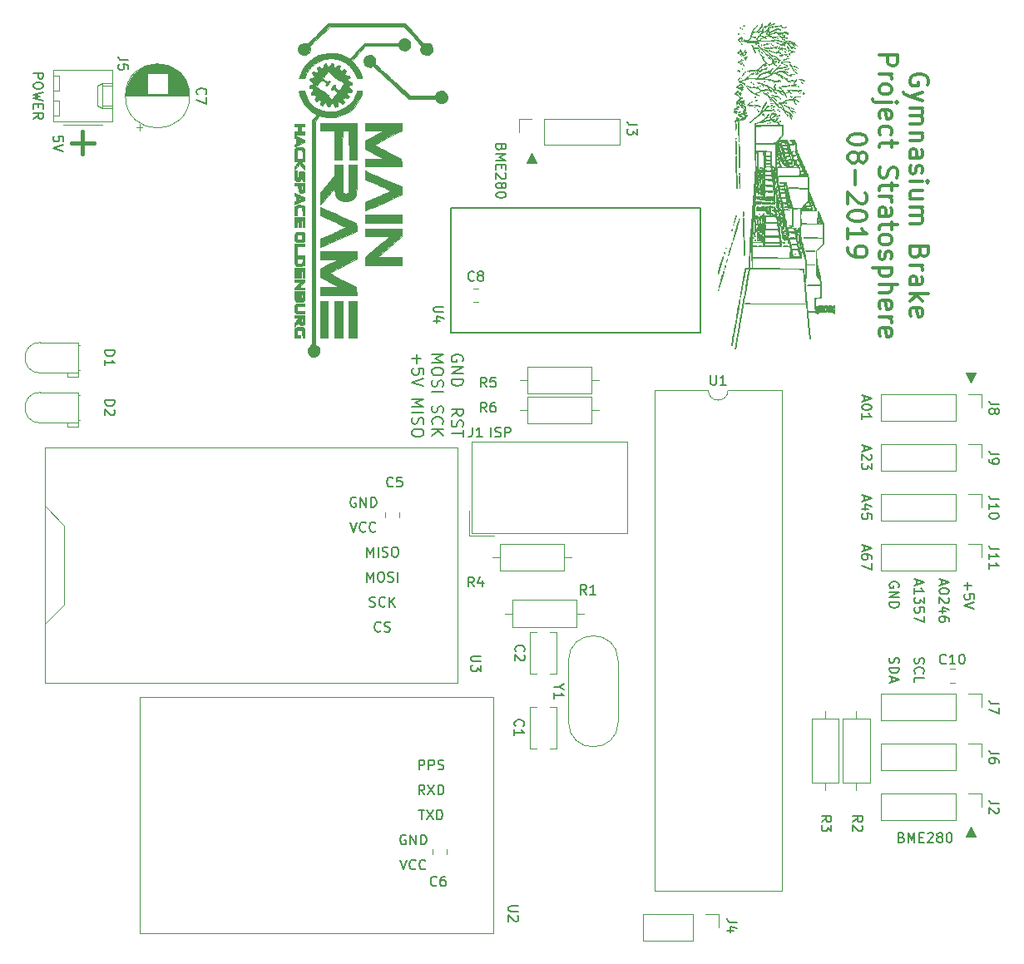
<source format=gbr>
G04 #@! TF.GenerationSoftware,KiCad,Pcbnew,5.1.4*
G04 #@! TF.CreationDate,2019-08-22T02:38:53+02:00*
G04 #@! TF.ProjectId,Stratosensor,53747261-746f-4736-956e-736f722e6b69,rev?*
G04 #@! TF.SameCoordinates,Original*
G04 #@! TF.FileFunction,Legend,Top*
G04 #@! TF.FilePolarity,Positive*
%FSLAX46Y46*%
G04 Gerber Fmt 4.6, Leading zero omitted, Abs format (unit mm)*
G04 Created by KiCad (PCBNEW 5.1.4) date 2019-08-22 02:38:53*
%MOMM*%
%LPD*%
G04 APERTURE LIST*
%ADD10C,0.150000*%
%ADD11C,0.100000*%
%ADD12C,0.200000*%
%ADD13C,0.400000*%
%ADD14C,0.300000*%
%ADD15C,0.120000*%
%ADD16C,0.010000*%
%ADD17O,1.802000X1.802000*%
%ADD18R,1.802000X1.802000*%
%ADD19C,1.252000*%
%ADD20C,3.302000*%
%ADD21C,1.626000*%
%ADD22R,1.626000X1.626000*%
%ADD23O,2.302000X1.842000*%
%ADD24C,1.842000*%
%ADD25C,1.702000*%
%ADD26R,1.702000X1.702000*%
%ADD27C,1.902000*%
%ADD28R,1.902000X1.902000*%
%ADD29O,1.702000X1.702000*%
%ADD30C,2.202000*%
%ADD31C,1.802000*%
%ADD32C,1.852000*%
%ADD33R,1.852000X1.852000*%
%ADD34C,1.602000*%
%ADD35O,1.829200X1.829200*%
%ADD36R,1.829200X1.829200*%
G04 APERTURE END LIST*
D10*
X53887619Y-66865523D02*
X53887619Y-66389333D01*
X53411428Y-66341714D01*
X53459047Y-66389333D01*
X53506666Y-66484571D01*
X53506666Y-66722666D01*
X53459047Y-66817904D01*
X53411428Y-66865523D01*
X53316190Y-66913142D01*
X53078095Y-66913142D01*
X52982857Y-66865523D01*
X52935238Y-66817904D01*
X52887619Y-66722666D01*
X52887619Y-66484571D01*
X52935238Y-66389333D01*
X52982857Y-66341714D01*
X53887619Y-67198857D02*
X52887619Y-67532190D01*
X53887619Y-67865523D01*
D11*
G36*
X146304000Y-91440000D02*
G01*
X145796000Y-90424000D01*
X146812000Y-90424000D01*
X146304000Y-91440000D01*
G37*
X146304000Y-91440000D02*
X145796000Y-90424000D01*
X146812000Y-90424000D01*
X146304000Y-91440000D01*
G36*
X146812000Y-137668000D02*
G01*
X145796000Y-137668000D01*
X146304000Y-136652000D01*
X146812000Y-137668000D01*
G37*
X146812000Y-137668000D02*
X145796000Y-137668000D01*
X146304000Y-136652000D01*
X146812000Y-137668000D01*
G36*
X102108000Y-69088000D02*
G01*
X101092000Y-69088000D01*
X101600000Y-68072000D01*
X102108000Y-69088000D01*
G37*
X102108000Y-69088000D02*
X101092000Y-69088000D01*
X101600000Y-68072000D01*
X102108000Y-69088000D01*
D10*
X140565238Y-119459523D02*
X140517619Y-119602380D01*
X140517619Y-119840476D01*
X140565238Y-119935714D01*
X140612857Y-119983333D01*
X140708095Y-120030952D01*
X140803333Y-120030952D01*
X140898571Y-119983333D01*
X140946190Y-119935714D01*
X140993809Y-119840476D01*
X141041428Y-119650000D01*
X141089047Y-119554761D01*
X141136666Y-119507142D01*
X141231904Y-119459523D01*
X141327142Y-119459523D01*
X141422380Y-119507142D01*
X141470000Y-119554761D01*
X141517619Y-119650000D01*
X141517619Y-119888095D01*
X141470000Y-120030952D01*
X140612857Y-121030952D02*
X140565238Y-120983333D01*
X140517619Y-120840476D01*
X140517619Y-120745238D01*
X140565238Y-120602380D01*
X140660476Y-120507142D01*
X140755714Y-120459523D01*
X140946190Y-120411904D01*
X141089047Y-120411904D01*
X141279523Y-120459523D01*
X141374761Y-120507142D01*
X141470000Y-120602380D01*
X141517619Y-120745238D01*
X141517619Y-120840476D01*
X141470000Y-120983333D01*
X141422380Y-121030952D01*
X140517619Y-121935714D02*
X140517619Y-121459523D01*
X141517619Y-121459523D01*
X138025238Y-119435714D02*
X137977619Y-119578571D01*
X137977619Y-119816666D01*
X138025238Y-119911904D01*
X138072857Y-119959523D01*
X138168095Y-120007142D01*
X138263333Y-120007142D01*
X138358571Y-119959523D01*
X138406190Y-119911904D01*
X138453809Y-119816666D01*
X138501428Y-119626190D01*
X138549047Y-119530952D01*
X138596666Y-119483333D01*
X138691904Y-119435714D01*
X138787142Y-119435714D01*
X138882380Y-119483333D01*
X138930000Y-119530952D01*
X138977619Y-119626190D01*
X138977619Y-119864285D01*
X138930000Y-120007142D01*
X137977619Y-120435714D02*
X138977619Y-120435714D01*
X138977619Y-120673809D01*
X138930000Y-120816666D01*
X138834761Y-120911904D01*
X138739523Y-120959523D01*
X138549047Y-121007142D01*
X138406190Y-121007142D01*
X138215714Y-120959523D01*
X138120476Y-120911904D01*
X138025238Y-120816666D01*
X137977619Y-120673809D01*
X137977619Y-120435714D01*
X138263333Y-121388095D02*
X138263333Y-121864285D01*
X137977619Y-121292857D02*
X138977619Y-121626190D01*
X137977619Y-121959523D01*
X143343333Y-111522142D02*
X143343333Y-111998333D01*
X143057619Y-111426904D02*
X144057619Y-111760238D01*
X143057619Y-112093571D01*
X144057619Y-112617380D02*
X144057619Y-112712619D01*
X144010000Y-112807857D01*
X143962380Y-112855476D01*
X143867142Y-112903095D01*
X143676666Y-112950714D01*
X143438571Y-112950714D01*
X143248095Y-112903095D01*
X143152857Y-112855476D01*
X143105238Y-112807857D01*
X143057619Y-112712619D01*
X143057619Y-112617380D01*
X143105238Y-112522142D01*
X143152857Y-112474523D01*
X143248095Y-112426904D01*
X143438571Y-112379285D01*
X143676666Y-112379285D01*
X143867142Y-112426904D01*
X143962380Y-112474523D01*
X144010000Y-112522142D01*
X144057619Y-112617380D01*
X143962380Y-113331666D02*
X144010000Y-113379285D01*
X144057619Y-113474523D01*
X144057619Y-113712619D01*
X144010000Y-113807857D01*
X143962380Y-113855476D01*
X143867142Y-113903095D01*
X143771904Y-113903095D01*
X143629047Y-113855476D01*
X143057619Y-113284047D01*
X143057619Y-113903095D01*
X143724285Y-114760238D02*
X143057619Y-114760238D01*
X144105238Y-114522142D02*
X143390952Y-114284047D01*
X143390952Y-114903095D01*
X144057619Y-115712619D02*
X144057619Y-115522142D01*
X144010000Y-115426904D01*
X143962380Y-115379285D01*
X143819523Y-115284047D01*
X143629047Y-115236428D01*
X143248095Y-115236428D01*
X143152857Y-115284047D01*
X143105238Y-115331666D01*
X143057619Y-115426904D01*
X143057619Y-115617380D01*
X143105238Y-115712619D01*
X143152857Y-115760238D01*
X143248095Y-115807857D01*
X143486190Y-115807857D01*
X143581428Y-115760238D01*
X143629047Y-115712619D01*
X143676666Y-115617380D01*
X143676666Y-115426904D01*
X143629047Y-115331666D01*
X143581428Y-115284047D01*
X143486190Y-115236428D01*
X140803333Y-111522142D02*
X140803333Y-111998333D01*
X140517619Y-111426904D02*
X141517619Y-111760238D01*
X140517619Y-112093571D01*
X140517619Y-112950714D02*
X140517619Y-112379285D01*
X140517619Y-112665000D02*
X141517619Y-112665000D01*
X141374761Y-112569761D01*
X141279523Y-112474523D01*
X141231904Y-112379285D01*
X141517619Y-113284047D02*
X141517619Y-113903095D01*
X141136666Y-113569761D01*
X141136666Y-113712619D01*
X141089047Y-113807857D01*
X141041428Y-113855476D01*
X140946190Y-113903095D01*
X140708095Y-113903095D01*
X140612857Y-113855476D01*
X140565238Y-113807857D01*
X140517619Y-113712619D01*
X140517619Y-113426904D01*
X140565238Y-113331666D01*
X140612857Y-113284047D01*
X141517619Y-114807857D02*
X141517619Y-114331666D01*
X141041428Y-114284047D01*
X141089047Y-114331666D01*
X141136666Y-114426904D01*
X141136666Y-114665000D01*
X141089047Y-114760238D01*
X141041428Y-114807857D01*
X140946190Y-114855476D01*
X140708095Y-114855476D01*
X140612857Y-114807857D01*
X140565238Y-114760238D01*
X140517619Y-114665000D01*
X140517619Y-114426904D01*
X140565238Y-114331666D01*
X140612857Y-114284047D01*
X141517619Y-115188809D02*
X141517619Y-115855476D01*
X140517619Y-115426904D01*
X138930000Y-112268095D02*
X138977619Y-112172857D01*
X138977619Y-112030000D01*
X138930000Y-111887142D01*
X138834761Y-111791904D01*
X138739523Y-111744285D01*
X138549047Y-111696666D01*
X138406190Y-111696666D01*
X138215714Y-111744285D01*
X138120476Y-111791904D01*
X138025238Y-111887142D01*
X137977619Y-112030000D01*
X137977619Y-112125238D01*
X138025238Y-112268095D01*
X138072857Y-112315714D01*
X138406190Y-112315714D01*
X138406190Y-112125238D01*
X137977619Y-112744285D02*
X138977619Y-112744285D01*
X137977619Y-113315714D01*
X138977619Y-113315714D01*
X137977619Y-113791904D02*
X138977619Y-113791904D01*
X138977619Y-114030000D01*
X138930000Y-114172857D01*
X138834761Y-114268095D01*
X138739523Y-114315714D01*
X138549047Y-114363333D01*
X138406190Y-114363333D01*
X138215714Y-114315714D01*
X138120476Y-114268095D01*
X138025238Y-114172857D01*
X137977619Y-114030000D01*
X137977619Y-113791904D01*
X145978571Y-111744285D02*
X145978571Y-112506190D01*
X145597619Y-112125238D02*
X146359523Y-112125238D01*
X146597619Y-113458571D02*
X146597619Y-112982380D01*
X146121428Y-112934761D01*
X146169047Y-112982380D01*
X146216666Y-113077619D01*
X146216666Y-113315714D01*
X146169047Y-113410952D01*
X146121428Y-113458571D01*
X146026190Y-113506190D01*
X145788095Y-113506190D01*
X145692857Y-113458571D01*
X145645238Y-113410952D01*
X145597619Y-113315714D01*
X145597619Y-113077619D01*
X145645238Y-112982380D01*
X145692857Y-112934761D01*
X146597619Y-113791904D02*
X145597619Y-114125238D01*
X146597619Y-114458571D01*
D12*
X94548000Y-89252857D02*
X94605142Y-89138571D01*
X94605142Y-88967142D01*
X94548000Y-88795714D01*
X94433714Y-88681428D01*
X94319428Y-88624285D01*
X94090857Y-88567142D01*
X93919428Y-88567142D01*
X93690857Y-88624285D01*
X93576571Y-88681428D01*
X93462285Y-88795714D01*
X93405142Y-88967142D01*
X93405142Y-89081428D01*
X93462285Y-89252857D01*
X93519428Y-89310000D01*
X93919428Y-89310000D01*
X93919428Y-89081428D01*
X93405142Y-89824285D02*
X94605142Y-89824285D01*
X93405142Y-90510000D01*
X94605142Y-90510000D01*
X93405142Y-91081428D02*
X94605142Y-91081428D01*
X94605142Y-91367142D01*
X94548000Y-91538571D01*
X94433714Y-91652857D01*
X94319428Y-91710000D01*
X94090857Y-91767142D01*
X93919428Y-91767142D01*
X93690857Y-91710000D01*
X93576571Y-91652857D01*
X93462285Y-91538571D01*
X93405142Y-91367142D01*
X93405142Y-91081428D01*
X93405142Y-94795714D02*
X93976571Y-94395714D01*
X93405142Y-94110000D02*
X94605142Y-94110000D01*
X94605142Y-94567142D01*
X94548000Y-94681428D01*
X94490857Y-94738571D01*
X94376571Y-94795714D01*
X94205142Y-94795714D01*
X94090857Y-94738571D01*
X94033714Y-94681428D01*
X93976571Y-94567142D01*
X93976571Y-94110000D01*
X93462285Y-95252857D02*
X93405142Y-95424285D01*
X93405142Y-95710000D01*
X93462285Y-95824285D01*
X93519428Y-95881428D01*
X93633714Y-95938571D01*
X93748000Y-95938571D01*
X93862285Y-95881428D01*
X93919428Y-95824285D01*
X93976571Y-95710000D01*
X94033714Y-95481428D01*
X94090857Y-95367142D01*
X94148000Y-95310000D01*
X94262285Y-95252857D01*
X94376571Y-95252857D01*
X94490857Y-95310000D01*
X94548000Y-95367142D01*
X94605142Y-95481428D01*
X94605142Y-95767142D01*
X94548000Y-95938571D01*
X94605142Y-96281428D02*
X94605142Y-96967142D01*
X93405142Y-96624285D02*
X94605142Y-96624285D01*
X91405142Y-88595714D02*
X92605142Y-88595714D01*
X91748000Y-88995714D01*
X92605142Y-89395714D01*
X91405142Y-89395714D01*
X92605142Y-90195714D02*
X92605142Y-90424285D01*
X92548000Y-90538571D01*
X92433714Y-90652857D01*
X92205142Y-90710000D01*
X91805142Y-90710000D01*
X91576571Y-90652857D01*
X91462285Y-90538571D01*
X91405142Y-90424285D01*
X91405142Y-90195714D01*
X91462285Y-90081428D01*
X91576571Y-89967142D01*
X91805142Y-89910000D01*
X92205142Y-89910000D01*
X92433714Y-89967142D01*
X92548000Y-90081428D01*
X92605142Y-90195714D01*
X91462285Y-91167142D02*
X91405142Y-91338571D01*
X91405142Y-91624285D01*
X91462285Y-91738571D01*
X91519428Y-91795714D01*
X91633714Y-91852857D01*
X91748000Y-91852857D01*
X91862285Y-91795714D01*
X91919428Y-91738571D01*
X91976571Y-91624285D01*
X92033714Y-91395714D01*
X92090857Y-91281428D01*
X92148000Y-91224285D01*
X92262285Y-91167142D01*
X92376571Y-91167142D01*
X92490857Y-91224285D01*
X92548000Y-91281428D01*
X92605142Y-91395714D01*
X92605142Y-91681428D01*
X92548000Y-91852857D01*
X91405142Y-92367142D02*
X92605142Y-92367142D01*
X91462285Y-93795714D02*
X91405142Y-93967142D01*
X91405142Y-94252857D01*
X91462285Y-94367142D01*
X91519428Y-94424285D01*
X91633714Y-94481428D01*
X91748000Y-94481428D01*
X91862285Y-94424285D01*
X91919428Y-94367142D01*
X91976571Y-94252857D01*
X92033714Y-94024285D01*
X92090857Y-93910000D01*
X92148000Y-93852857D01*
X92262285Y-93795714D01*
X92376571Y-93795714D01*
X92490857Y-93852857D01*
X92548000Y-93910000D01*
X92605142Y-94024285D01*
X92605142Y-94310000D01*
X92548000Y-94481428D01*
X91519428Y-95681428D02*
X91462285Y-95624285D01*
X91405142Y-95452857D01*
X91405142Y-95338571D01*
X91462285Y-95167142D01*
X91576571Y-95052857D01*
X91690857Y-94995714D01*
X91919428Y-94938571D01*
X92090857Y-94938571D01*
X92319428Y-94995714D01*
X92433714Y-95052857D01*
X92548000Y-95167142D01*
X92605142Y-95338571D01*
X92605142Y-95452857D01*
X92548000Y-95624285D01*
X92490857Y-95681428D01*
X91405142Y-96195714D02*
X92605142Y-96195714D01*
X91405142Y-96881428D02*
X92090857Y-96367142D01*
X92605142Y-96881428D02*
X91919428Y-96195714D01*
X89862285Y-88538571D02*
X89862285Y-89452857D01*
X89405142Y-88995714D02*
X90319428Y-88995714D01*
X90605142Y-90595714D02*
X90605142Y-90024285D01*
X90033714Y-89967142D01*
X90090857Y-90024285D01*
X90148000Y-90138571D01*
X90148000Y-90424285D01*
X90090857Y-90538571D01*
X90033714Y-90595714D01*
X89919428Y-90652857D01*
X89633714Y-90652857D01*
X89519428Y-90595714D01*
X89462285Y-90538571D01*
X89405142Y-90424285D01*
X89405142Y-90138571D01*
X89462285Y-90024285D01*
X89519428Y-89967142D01*
X90605142Y-90995714D02*
X89405142Y-91395714D01*
X90605142Y-91795714D01*
X89405142Y-93110000D02*
X90605142Y-93110000D01*
X89748000Y-93510000D01*
X90605142Y-93910000D01*
X89405142Y-93910000D01*
X89405142Y-94481428D02*
X90605142Y-94481428D01*
X89462285Y-94995714D02*
X89405142Y-95167142D01*
X89405142Y-95452857D01*
X89462285Y-95567142D01*
X89519428Y-95624285D01*
X89633714Y-95681428D01*
X89748000Y-95681428D01*
X89862285Y-95624285D01*
X89919428Y-95567142D01*
X89976571Y-95452857D01*
X90033714Y-95224285D01*
X90090857Y-95110000D01*
X90148000Y-95052857D01*
X90262285Y-94995714D01*
X90376571Y-94995714D01*
X90490857Y-95052857D01*
X90548000Y-95110000D01*
X90605142Y-95224285D01*
X90605142Y-95510000D01*
X90548000Y-95681428D01*
X90605142Y-96424285D02*
X90605142Y-96652857D01*
X90548000Y-96767142D01*
X90433714Y-96881428D01*
X90205142Y-96938571D01*
X89805142Y-96938571D01*
X89576571Y-96881428D01*
X89462285Y-96767142D01*
X89405142Y-96652857D01*
X89405142Y-96424285D01*
X89462285Y-96310000D01*
X89576571Y-96195714D01*
X89805142Y-96138571D01*
X90205142Y-96138571D01*
X90433714Y-96195714D01*
X90548000Y-96310000D01*
X90605142Y-96424285D01*
D13*
X57022857Y-67016285D02*
X54737142Y-67016285D01*
X55880000Y-68159142D02*
X55880000Y-65873428D01*
D14*
X141895000Y-61125714D02*
X141985476Y-60944761D01*
X141985476Y-60673333D01*
X141895000Y-60401904D01*
X141714047Y-60220952D01*
X141533095Y-60130476D01*
X141171190Y-60040000D01*
X140899761Y-60040000D01*
X140537857Y-60130476D01*
X140356904Y-60220952D01*
X140175952Y-60401904D01*
X140085476Y-60673333D01*
X140085476Y-60854285D01*
X140175952Y-61125714D01*
X140266428Y-61216190D01*
X140899761Y-61216190D01*
X140899761Y-60854285D01*
X141352142Y-61849523D02*
X140085476Y-62301904D01*
X141352142Y-62754285D02*
X140085476Y-62301904D01*
X139633095Y-62120952D01*
X139542619Y-62030476D01*
X139452142Y-61849523D01*
X140085476Y-63478095D02*
X141352142Y-63478095D01*
X141171190Y-63478095D02*
X141261666Y-63568571D01*
X141352142Y-63749523D01*
X141352142Y-64020952D01*
X141261666Y-64201904D01*
X141080714Y-64292380D01*
X140085476Y-64292380D01*
X141080714Y-64292380D02*
X141261666Y-64382857D01*
X141352142Y-64563809D01*
X141352142Y-64835238D01*
X141261666Y-65016190D01*
X141080714Y-65106666D01*
X140085476Y-65106666D01*
X141352142Y-66011428D02*
X140085476Y-66011428D01*
X141171190Y-66011428D02*
X141261666Y-66101904D01*
X141352142Y-66282857D01*
X141352142Y-66554285D01*
X141261666Y-66735238D01*
X141080714Y-66825714D01*
X140085476Y-66825714D01*
X140085476Y-68544761D02*
X141080714Y-68544761D01*
X141261666Y-68454285D01*
X141352142Y-68273333D01*
X141352142Y-67911428D01*
X141261666Y-67730476D01*
X140175952Y-68544761D02*
X140085476Y-68363809D01*
X140085476Y-67911428D01*
X140175952Y-67730476D01*
X140356904Y-67640000D01*
X140537857Y-67640000D01*
X140718809Y-67730476D01*
X140809285Y-67911428D01*
X140809285Y-68363809D01*
X140899761Y-68544761D01*
X140175952Y-69359047D02*
X140085476Y-69540000D01*
X140085476Y-69901904D01*
X140175952Y-70082857D01*
X140356904Y-70173333D01*
X140447380Y-70173333D01*
X140628333Y-70082857D01*
X140718809Y-69901904D01*
X140718809Y-69630476D01*
X140809285Y-69449523D01*
X140990238Y-69359047D01*
X141080714Y-69359047D01*
X141261666Y-69449523D01*
X141352142Y-69630476D01*
X141352142Y-69901904D01*
X141261666Y-70082857D01*
X140085476Y-70987619D02*
X141352142Y-70987619D01*
X141985476Y-70987619D02*
X141895000Y-70897142D01*
X141804523Y-70987619D01*
X141895000Y-71078095D01*
X141985476Y-70987619D01*
X141804523Y-70987619D01*
X141352142Y-72706666D02*
X140085476Y-72706666D01*
X141352142Y-71892380D02*
X140356904Y-71892380D01*
X140175952Y-71982857D01*
X140085476Y-72163809D01*
X140085476Y-72435238D01*
X140175952Y-72616190D01*
X140266428Y-72706666D01*
X140085476Y-73611428D02*
X141352142Y-73611428D01*
X141171190Y-73611428D02*
X141261666Y-73701904D01*
X141352142Y-73882857D01*
X141352142Y-74154285D01*
X141261666Y-74335238D01*
X141080714Y-74425714D01*
X140085476Y-74425714D01*
X141080714Y-74425714D02*
X141261666Y-74516190D01*
X141352142Y-74697142D01*
X141352142Y-74968571D01*
X141261666Y-75149523D01*
X141080714Y-75240000D01*
X140085476Y-75240000D01*
X141080714Y-78225714D02*
X140990238Y-78497142D01*
X140899761Y-78587619D01*
X140718809Y-78678095D01*
X140447380Y-78678095D01*
X140266428Y-78587619D01*
X140175952Y-78497142D01*
X140085476Y-78316190D01*
X140085476Y-77592380D01*
X141985476Y-77592380D01*
X141985476Y-78225714D01*
X141895000Y-78406666D01*
X141804523Y-78497142D01*
X141623571Y-78587619D01*
X141442619Y-78587619D01*
X141261666Y-78497142D01*
X141171190Y-78406666D01*
X141080714Y-78225714D01*
X141080714Y-77592380D01*
X140085476Y-79492380D02*
X141352142Y-79492380D01*
X140990238Y-79492380D02*
X141171190Y-79582857D01*
X141261666Y-79673333D01*
X141352142Y-79854285D01*
X141352142Y-80035238D01*
X140085476Y-81482857D02*
X141080714Y-81482857D01*
X141261666Y-81392380D01*
X141352142Y-81211428D01*
X141352142Y-80849523D01*
X141261666Y-80668571D01*
X140175952Y-81482857D02*
X140085476Y-81301904D01*
X140085476Y-80849523D01*
X140175952Y-80668571D01*
X140356904Y-80578095D01*
X140537857Y-80578095D01*
X140718809Y-80668571D01*
X140809285Y-80849523D01*
X140809285Y-81301904D01*
X140899761Y-81482857D01*
X140085476Y-82387619D02*
X141985476Y-82387619D01*
X140809285Y-82568571D02*
X140085476Y-83111428D01*
X141352142Y-83111428D02*
X140628333Y-82387619D01*
X140175952Y-84649523D02*
X140085476Y-84468571D01*
X140085476Y-84106666D01*
X140175952Y-83925714D01*
X140356904Y-83835238D01*
X141080714Y-83835238D01*
X141261666Y-83925714D01*
X141352142Y-84106666D01*
X141352142Y-84468571D01*
X141261666Y-84649523D01*
X141080714Y-84740000D01*
X140899761Y-84740000D01*
X140718809Y-83835238D01*
X136935476Y-58094761D02*
X138835476Y-58094761D01*
X138835476Y-58818571D01*
X138745000Y-58999523D01*
X138654523Y-59090000D01*
X138473571Y-59180476D01*
X138202142Y-59180476D01*
X138021190Y-59090000D01*
X137930714Y-58999523D01*
X137840238Y-58818571D01*
X137840238Y-58094761D01*
X136935476Y-59994761D02*
X138202142Y-59994761D01*
X137840238Y-59994761D02*
X138021190Y-60085238D01*
X138111666Y-60175714D01*
X138202142Y-60356666D01*
X138202142Y-60537619D01*
X136935476Y-61442380D02*
X137025952Y-61261428D01*
X137116428Y-61170952D01*
X137297380Y-61080476D01*
X137840238Y-61080476D01*
X138021190Y-61170952D01*
X138111666Y-61261428D01*
X138202142Y-61442380D01*
X138202142Y-61713809D01*
X138111666Y-61894761D01*
X138021190Y-61985238D01*
X137840238Y-62075714D01*
X137297380Y-62075714D01*
X137116428Y-61985238D01*
X137025952Y-61894761D01*
X136935476Y-61713809D01*
X136935476Y-61442380D01*
X138202142Y-62890000D02*
X136573571Y-62890000D01*
X136392619Y-62799523D01*
X136302142Y-62618571D01*
X136302142Y-62528095D01*
X138835476Y-62890000D02*
X138745000Y-62799523D01*
X138654523Y-62890000D01*
X138745000Y-62980476D01*
X138835476Y-62890000D01*
X138654523Y-62890000D01*
X137025952Y-64518571D02*
X136935476Y-64337619D01*
X136935476Y-63975714D01*
X137025952Y-63794761D01*
X137206904Y-63704285D01*
X137930714Y-63704285D01*
X138111666Y-63794761D01*
X138202142Y-63975714D01*
X138202142Y-64337619D01*
X138111666Y-64518571D01*
X137930714Y-64609047D01*
X137749761Y-64609047D01*
X137568809Y-63704285D01*
X137025952Y-66237619D02*
X136935476Y-66056666D01*
X136935476Y-65694761D01*
X137025952Y-65513809D01*
X137116428Y-65423333D01*
X137297380Y-65332857D01*
X137840238Y-65332857D01*
X138021190Y-65423333D01*
X138111666Y-65513809D01*
X138202142Y-65694761D01*
X138202142Y-66056666D01*
X138111666Y-66237619D01*
X138202142Y-66780476D02*
X138202142Y-67504285D01*
X138835476Y-67051904D02*
X137206904Y-67051904D01*
X137025952Y-67142380D01*
X136935476Y-67323333D01*
X136935476Y-67504285D01*
X137025952Y-69494761D02*
X136935476Y-69766190D01*
X136935476Y-70218571D01*
X137025952Y-70399523D01*
X137116428Y-70490000D01*
X137297380Y-70580476D01*
X137478333Y-70580476D01*
X137659285Y-70490000D01*
X137749761Y-70399523D01*
X137840238Y-70218571D01*
X137930714Y-69856666D01*
X138021190Y-69675714D01*
X138111666Y-69585238D01*
X138292619Y-69494761D01*
X138473571Y-69494761D01*
X138654523Y-69585238D01*
X138745000Y-69675714D01*
X138835476Y-69856666D01*
X138835476Y-70309047D01*
X138745000Y-70580476D01*
X138202142Y-71123333D02*
X138202142Y-71847142D01*
X138835476Y-71394761D02*
X137206904Y-71394761D01*
X137025952Y-71485238D01*
X136935476Y-71666190D01*
X136935476Y-71847142D01*
X136935476Y-72480476D02*
X138202142Y-72480476D01*
X137840238Y-72480476D02*
X138021190Y-72570952D01*
X138111666Y-72661428D01*
X138202142Y-72842380D01*
X138202142Y-73023333D01*
X136935476Y-74470952D02*
X137930714Y-74470952D01*
X138111666Y-74380476D01*
X138202142Y-74199523D01*
X138202142Y-73837619D01*
X138111666Y-73656666D01*
X137025952Y-74470952D02*
X136935476Y-74290000D01*
X136935476Y-73837619D01*
X137025952Y-73656666D01*
X137206904Y-73566190D01*
X137387857Y-73566190D01*
X137568809Y-73656666D01*
X137659285Y-73837619D01*
X137659285Y-74290000D01*
X137749761Y-74470952D01*
X138202142Y-75104285D02*
X138202142Y-75828095D01*
X138835476Y-75375714D02*
X137206904Y-75375714D01*
X137025952Y-75466190D01*
X136935476Y-75647142D01*
X136935476Y-75828095D01*
X136935476Y-76732857D02*
X137025952Y-76551904D01*
X137116428Y-76461428D01*
X137297380Y-76370952D01*
X137840238Y-76370952D01*
X138021190Y-76461428D01*
X138111666Y-76551904D01*
X138202142Y-76732857D01*
X138202142Y-77004285D01*
X138111666Y-77185238D01*
X138021190Y-77275714D01*
X137840238Y-77366190D01*
X137297380Y-77366190D01*
X137116428Y-77275714D01*
X137025952Y-77185238D01*
X136935476Y-77004285D01*
X136935476Y-76732857D01*
X137025952Y-78090000D02*
X136935476Y-78270952D01*
X136935476Y-78632857D01*
X137025952Y-78813809D01*
X137206904Y-78904285D01*
X137297380Y-78904285D01*
X137478333Y-78813809D01*
X137568809Y-78632857D01*
X137568809Y-78361428D01*
X137659285Y-78180476D01*
X137840238Y-78090000D01*
X137930714Y-78090000D01*
X138111666Y-78180476D01*
X138202142Y-78361428D01*
X138202142Y-78632857D01*
X138111666Y-78813809D01*
X138202142Y-79718571D02*
X136302142Y-79718571D01*
X138111666Y-79718571D02*
X138202142Y-79899523D01*
X138202142Y-80261428D01*
X138111666Y-80442380D01*
X138021190Y-80532857D01*
X137840238Y-80623333D01*
X137297380Y-80623333D01*
X137116428Y-80532857D01*
X137025952Y-80442380D01*
X136935476Y-80261428D01*
X136935476Y-79899523D01*
X137025952Y-79718571D01*
X136935476Y-81437619D02*
X138835476Y-81437619D01*
X136935476Y-82251904D02*
X137930714Y-82251904D01*
X138111666Y-82161428D01*
X138202142Y-81980476D01*
X138202142Y-81709047D01*
X138111666Y-81528095D01*
X138021190Y-81437619D01*
X137025952Y-83880476D02*
X136935476Y-83699523D01*
X136935476Y-83337619D01*
X137025952Y-83156666D01*
X137206904Y-83066190D01*
X137930714Y-83066190D01*
X138111666Y-83156666D01*
X138202142Y-83337619D01*
X138202142Y-83699523D01*
X138111666Y-83880476D01*
X137930714Y-83970952D01*
X137749761Y-83970952D01*
X137568809Y-83066190D01*
X136935476Y-84785238D02*
X138202142Y-84785238D01*
X137840238Y-84785238D02*
X138021190Y-84875714D01*
X138111666Y-84966190D01*
X138202142Y-85147142D01*
X138202142Y-85328095D01*
X137025952Y-86685238D02*
X136935476Y-86504285D01*
X136935476Y-86142380D01*
X137025952Y-85961428D01*
X137206904Y-85870952D01*
X137930714Y-85870952D01*
X138111666Y-85961428D01*
X138202142Y-86142380D01*
X138202142Y-86504285D01*
X138111666Y-86685238D01*
X137930714Y-86775714D01*
X137749761Y-86775714D01*
X137568809Y-85870952D01*
X135685476Y-66599523D02*
X135685476Y-66780476D01*
X135595000Y-66961428D01*
X135504523Y-67051904D01*
X135323571Y-67142380D01*
X134961666Y-67232857D01*
X134509285Y-67232857D01*
X134147380Y-67142380D01*
X133966428Y-67051904D01*
X133875952Y-66961428D01*
X133785476Y-66780476D01*
X133785476Y-66599523D01*
X133875952Y-66418571D01*
X133966428Y-66328095D01*
X134147380Y-66237619D01*
X134509285Y-66147142D01*
X134961666Y-66147142D01*
X135323571Y-66237619D01*
X135504523Y-66328095D01*
X135595000Y-66418571D01*
X135685476Y-66599523D01*
X134871190Y-68318571D02*
X134961666Y-68137619D01*
X135052142Y-68047142D01*
X135233095Y-67956666D01*
X135323571Y-67956666D01*
X135504523Y-68047142D01*
X135595000Y-68137619D01*
X135685476Y-68318571D01*
X135685476Y-68680476D01*
X135595000Y-68861428D01*
X135504523Y-68951904D01*
X135323571Y-69042380D01*
X135233095Y-69042380D01*
X135052142Y-68951904D01*
X134961666Y-68861428D01*
X134871190Y-68680476D01*
X134871190Y-68318571D01*
X134780714Y-68137619D01*
X134690238Y-68047142D01*
X134509285Y-67956666D01*
X134147380Y-67956666D01*
X133966428Y-68047142D01*
X133875952Y-68137619D01*
X133785476Y-68318571D01*
X133785476Y-68680476D01*
X133875952Y-68861428D01*
X133966428Y-68951904D01*
X134147380Y-69042380D01*
X134509285Y-69042380D01*
X134690238Y-68951904D01*
X134780714Y-68861428D01*
X134871190Y-68680476D01*
X134509285Y-69856666D02*
X134509285Y-71304285D01*
X135504523Y-72118571D02*
X135595000Y-72209047D01*
X135685476Y-72390000D01*
X135685476Y-72842380D01*
X135595000Y-73023333D01*
X135504523Y-73113809D01*
X135323571Y-73204285D01*
X135142619Y-73204285D01*
X134871190Y-73113809D01*
X133785476Y-72028095D01*
X133785476Y-73204285D01*
X135685476Y-74380476D02*
X135685476Y-74561428D01*
X135595000Y-74742380D01*
X135504523Y-74832857D01*
X135323571Y-74923333D01*
X134961666Y-75013809D01*
X134509285Y-75013809D01*
X134147380Y-74923333D01*
X133966428Y-74832857D01*
X133875952Y-74742380D01*
X133785476Y-74561428D01*
X133785476Y-74380476D01*
X133875952Y-74199523D01*
X133966428Y-74109047D01*
X134147380Y-74018571D01*
X134509285Y-73928095D01*
X134961666Y-73928095D01*
X135323571Y-74018571D01*
X135504523Y-74109047D01*
X135595000Y-74199523D01*
X135685476Y-74380476D01*
X133785476Y-76823333D02*
X133785476Y-75737619D01*
X133785476Y-76280476D02*
X135685476Y-76280476D01*
X135414047Y-76099523D01*
X135233095Y-75918571D01*
X135142619Y-75737619D01*
X133785476Y-77728095D02*
X133785476Y-78090000D01*
X133875952Y-78270952D01*
X133966428Y-78361428D01*
X134237857Y-78542380D01*
X134599761Y-78632857D01*
X135323571Y-78632857D01*
X135504523Y-78542380D01*
X135595000Y-78451904D01*
X135685476Y-78270952D01*
X135685476Y-77909047D01*
X135595000Y-77728095D01*
X135504523Y-77637619D01*
X135323571Y-77547142D01*
X134871190Y-77547142D01*
X134690238Y-77637619D01*
X134599761Y-77728095D01*
X134509285Y-77909047D01*
X134509285Y-78270952D01*
X134599761Y-78451904D01*
X134690238Y-78542380D01*
X134871190Y-78632857D01*
D15*
X147380000Y-107890000D02*
X147380000Y-109220000D01*
X146050000Y-107890000D02*
X147380000Y-107890000D01*
X144780000Y-107890000D02*
X144780000Y-110550000D01*
X144780000Y-110550000D02*
X137100000Y-110550000D01*
X144780000Y-107890000D02*
X137100000Y-107890000D01*
X137100000Y-107890000D02*
X137100000Y-110550000D01*
X147380000Y-102810000D02*
X147380000Y-104140000D01*
X146050000Y-102810000D02*
X147380000Y-102810000D01*
X144780000Y-102810000D02*
X144780000Y-105470000D01*
X144780000Y-105470000D02*
X137100000Y-105470000D01*
X144780000Y-102810000D02*
X137100000Y-102810000D01*
X137100000Y-102810000D02*
X137100000Y-105470000D01*
X147380000Y-97730000D02*
X147380000Y-99060000D01*
X146050000Y-97730000D02*
X147380000Y-97730000D01*
X144780000Y-97730000D02*
X144780000Y-100390000D01*
X144780000Y-100390000D02*
X137100000Y-100390000D01*
X144780000Y-97730000D02*
X137100000Y-97730000D01*
X137100000Y-97730000D02*
X137100000Y-100390000D01*
X147380000Y-92650000D02*
X147380000Y-93980000D01*
X146050000Y-92650000D02*
X147380000Y-92650000D01*
X144780000Y-92650000D02*
X144780000Y-95310000D01*
X144780000Y-95310000D02*
X137100000Y-95310000D01*
X144780000Y-92650000D02*
X137100000Y-92650000D01*
X137100000Y-92650000D02*
X137100000Y-95310000D01*
X147380000Y-123130000D02*
X147380000Y-124460000D01*
X146050000Y-123130000D02*
X147380000Y-123130000D01*
X144780000Y-123130000D02*
X144780000Y-125790000D01*
X144780000Y-125790000D02*
X137100000Y-125790000D01*
X144780000Y-123130000D02*
X137100000Y-123130000D01*
X137100000Y-123130000D02*
X137100000Y-125790000D01*
X147380000Y-128210000D02*
X147380000Y-129540000D01*
X146050000Y-128210000D02*
X147380000Y-128210000D01*
X144780000Y-128210000D02*
X144780000Y-130870000D01*
X144780000Y-130870000D02*
X137100000Y-130870000D01*
X144780000Y-128210000D02*
X137100000Y-128210000D01*
X137100000Y-128210000D02*
X137100000Y-130870000D01*
X144128748Y-121995000D02*
X144651252Y-121995000D01*
X144128748Y-120575000D02*
X144651252Y-120575000D01*
D10*
X93345000Y-86360000D02*
X93345000Y-80010000D01*
X118745000Y-86360000D02*
X93345000Y-86360000D01*
X118745000Y-80010000D02*
X118745000Y-86360000D01*
X118745000Y-73660000D02*
X118745000Y-80010000D01*
X106045000Y-73660000D02*
X118745000Y-73660000D01*
X93345000Y-73660000D02*
X106045000Y-73660000D01*
X93345000Y-80010000D02*
X93345000Y-73660000D01*
D15*
X96146252Y-81840000D02*
X95623748Y-81840000D01*
X96146252Y-83260000D02*
X95623748Y-83260000D01*
D16*
G36*
X131111625Y-83883500D02*
G01*
X131095750Y-83867625D01*
X131111625Y-83851750D01*
X131127500Y-83867625D01*
X131111625Y-83883500D01*
X131111625Y-83883500D01*
G37*
X131111625Y-83883500D02*
X131095750Y-83867625D01*
X131111625Y-83851750D01*
X131127500Y-83867625D01*
X131111625Y-83883500D01*
G36*
X128436318Y-78317955D02*
G01*
X128353589Y-78323067D01*
X128309318Y-78317314D01*
X128301896Y-78308732D01*
X128347491Y-78303916D01*
X128381125Y-78303506D01*
X128442612Y-78306632D01*
X128451940Y-78313803D01*
X128436318Y-78317955D01*
X128436318Y-78317955D01*
G37*
X128436318Y-78317955D02*
X128353589Y-78323067D01*
X128309318Y-78317314D01*
X128301896Y-78308732D01*
X128347491Y-78303916D01*
X128381125Y-78303506D01*
X128442612Y-78306632D01*
X128451940Y-78313803D01*
X128436318Y-78317955D01*
G36*
X128158875Y-67881500D02*
G01*
X128143000Y-67865625D01*
X128158875Y-67849750D01*
X128174750Y-67865625D01*
X128158875Y-67881500D01*
X128158875Y-67881500D01*
G37*
X128158875Y-67881500D02*
X128143000Y-67865625D01*
X128158875Y-67849750D01*
X128174750Y-67865625D01*
X128158875Y-67881500D01*
G36*
X128005417Y-69394916D02*
G01*
X127967737Y-69398716D01*
X127963084Y-69394916D01*
X127967442Y-69376041D01*
X127984250Y-69373750D01*
X128010384Y-69385366D01*
X128005417Y-69394916D01*
X128005417Y-69394916D01*
G37*
X128005417Y-69394916D02*
X127967737Y-69398716D01*
X127963084Y-69394916D01*
X127967442Y-69376041D01*
X127984250Y-69373750D01*
X128010384Y-69385366D01*
X128005417Y-69394916D01*
G36*
X127475254Y-68580000D02*
G01*
X127447965Y-68554268D01*
X127444500Y-68532375D01*
X127451293Y-68490013D01*
X127456979Y-68484750D01*
X127477451Y-68509577D01*
X127487732Y-68532375D01*
X127488392Y-68573258D01*
X127475254Y-68580000D01*
X127475254Y-68580000D01*
G37*
X127475254Y-68580000D02*
X127447965Y-68554268D01*
X127444500Y-68532375D01*
X127451293Y-68490013D01*
X127456979Y-68484750D01*
X127477451Y-68509577D01*
X127487732Y-68532375D01*
X127488392Y-68573258D01*
X127475254Y-68580000D01*
G36*
X127846667Y-73808166D02*
G01*
X127808987Y-73811966D01*
X127804334Y-73808166D01*
X127808692Y-73789291D01*
X127825500Y-73787000D01*
X127851634Y-73798616D01*
X127846667Y-73808166D01*
X127846667Y-73808166D01*
G37*
X127846667Y-73808166D02*
X127808987Y-73811966D01*
X127804334Y-73808166D01*
X127808692Y-73789291D01*
X127825500Y-73787000D01*
X127851634Y-73798616D01*
X127846667Y-73808166D01*
G36*
X127719667Y-73808166D02*
G01*
X127681987Y-73811966D01*
X127677334Y-73808166D01*
X127681692Y-73789291D01*
X127698500Y-73787000D01*
X127724634Y-73798616D01*
X127719667Y-73808166D01*
X127719667Y-73808166D01*
G37*
X127719667Y-73808166D02*
X127681987Y-73811966D01*
X127677334Y-73808166D01*
X127681692Y-73789291D01*
X127698500Y-73787000D01*
X127724634Y-73798616D01*
X127719667Y-73808166D01*
G36*
X129607040Y-71672171D02*
G01*
X129530273Y-71683359D01*
X129397711Y-71687807D01*
X129206777Y-71685724D01*
X128990127Y-71678722D01*
X128665109Y-71665806D01*
X128397996Y-71654525D01*
X128183223Y-71644502D01*
X128015228Y-71635362D01*
X127888447Y-71626728D01*
X127797315Y-71618222D01*
X127736271Y-71609467D01*
X127699749Y-71600088D01*
X127682625Y-71590178D01*
X127697571Y-71580321D01*
X127765859Y-71573746D01*
X127889516Y-71570427D01*
X128070571Y-71570343D01*
X128311050Y-71573469D01*
X128603375Y-71579555D01*
X128844788Y-71586069D01*
X129066858Y-71593643D01*
X129261302Y-71601868D01*
X129419835Y-71610338D01*
X129534172Y-71618645D01*
X129596029Y-71626382D01*
X129603500Y-71628734D01*
X129630590Y-71654033D01*
X129607040Y-71672171D01*
X129607040Y-71672171D01*
G37*
X129607040Y-71672171D02*
X129530273Y-71683359D01*
X129397711Y-71687807D01*
X129206777Y-71685724D01*
X128990127Y-71678722D01*
X128665109Y-71665806D01*
X128397996Y-71654525D01*
X128183223Y-71644502D01*
X128015228Y-71635362D01*
X127888447Y-71626728D01*
X127797315Y-71618222D01*
X127736271Y-71609467D01*
X127699749Y-71600088D01*
X127682625Y-71590178D01*
X127697571Y-71580321D01*
X127765859Y-71573746D01*
X127889516Y-71570427D01*
X128070571Y-71570343D01*
X128311050Y-71573469D01*
X128603375Y-71579555D01*
X128844788Y-71586069D01*
X129066858Y-71593643D01*
X129261302Y-71601868D01*
X129419835Y-71610338D01*
X129534172Y-71618645D01*
X129596029Y-71626382D01*
X129603500Y-71628734D01*
X129630590Y-71654033D01*
X129607040Y-71672171D01*
G36*
X127597613Y-73814262D02*
G01*
X127547688Y-73816518D01*
X127467811Y-73813379D01*
X127446725Y-73800120D01*
X127484188Y-73778915D01*
X127544297Y-73777552D01*
X127587375Y-73789162D01*
X127619642Y-73806214D01*
X127597613Y-73814262D01*
X127597613Y-73814262D01*
G37*
X127597613Y-73814262D02*
X127547688Y-73816518D01*
X127467811Y-73813379D01*
X127446725Y-73800120D01*
X127484188Y-73778915D01*
X127544297Y-73777552D01*
X127587375Y-73789162D01*
X127619642Y-73806214D01*
X127597613Y-73814262D01*
G36*
X126793625Y-67500500D02*
G01*
X126777750Y-67484625D01*
X126793625Y-67468750D01*
X126809500Y-67484625D01*
X126793625Y-67500500D01*
X126793625Y-67500500D01*
G37*
X126793625Y-67500500D02*
X126777750Y-67484625D01*
X126793625Y-67468750D01*
X126809500Y-67484625D01*
X126793625Y-67500500D01*
G36*
X124847336Y-69622218D02*
G01*
X124825125Y-69627750D01*
X124783032Y-69602335D01*
X124777500Y-69580125D01*
X124802915Y-69538031D01*
X124825125Y-69532500D01*
X124867219Y-69557914D01*
X124872750Y-69580125D01*
X124847336Y-69622218D01*
X124847336Y-69622218D01*
G37*
X124847336Y-69622218D02*
X124825125Y-69627750D01*
X124783032Y-69602335D01*
X124777500Y-69580125D01*
X124802915Y-69538031D01*
X124825125Y-69532500D01*
X124867219Y-69557914D01*
X124872750Y-69580125D01*
X124847336Y-69622218D01*
G36*
X124694549Y-71267836D02*
G01*
X124682250Y-71262875D01*
X124651962Y-71234344D01*
X124650500Y-71229251D01*
X124675065Y-71215614D01*
X124682250Y-71215250D01*
X124712780Y-71239657D01*
X124714000Y-71248873D01*
X124694549Y-71267836D01*
X124694549Y-71267836D01*
G37*
X124694549Y-71267836D02*
X124682250Y-71262875D01*
X124651962Y-71234344D01*
X124650500Y-71229251D01*
X124675065Y-71215614D01*
X124682250Y-71215250D01*
X124712780Y-71239657D01*
X124714000Y-71248873D01*
X124694549Y-71267836D01*
G36*
X124754543Y-71061335D02*
G01*
X124745750Y-71072375D01*
X124699918Y-71112287D01*
X124678363Y-71120000D01*
X124653627Y-71094227D01*
X124650500Y-71072375D01*
X124677327Y-71033685D01*
X124717888Y-71024750D01*
X124763755Y-71031701D01*
X124754543Y-71061335D01*
X124754543Y-71061335D01*
G37*
X124754543Y-71061335D02*
X124745750Y-71072375D01*
X124699918Y-71112287D01*
X124678363Y-71120000D01*
X124653627Y-71094227D01*
X124650500Y-71072375D01*
X124677327Y-71033685D01*
X124717888Y-71024750D01*
X124763755Y-71031701D01*
X124754543Y-71061335D01*
G36*
X130337123Y-79425684D02*
G01*
X130265324Y-79437043D01*
X130222625Y-79438500D01*
X130137418Y-79432193D01*
X130086306Y-79416238D01*
X130079750Y-79406750D01*
X130108128Y-79387815D01*
X130179927Y-79376456D01*
X130222625Y-79375000D01*
X130307833Y-79381306D01*
X130358945Y-79397261D01*
X130365500Y-79406750D01*
X130337123Y-79425684D01*
X130337123Y-79425684D01*
G37*
X130337123Y-79425684D02*
X130265324Y-79437043D01*
X130222625Y-79438500D01*
X130137418Y-79432193D01*
X130086306Y-79416238D01*
X130079750Y-79406750D01*
X130108128Y-79387815D01*
X130179927Y-79376456D01*
X130222625Y-79375000D01*
X130307833Y-79381306D01*
X130358945Y-79397261D01*
X130365500Y-79406750D01*
X130337123Y-79425684D01*
G36*
X129986907Y-79423072D02*
G01*
X129908362Y-79434338D01*
X129795874Y-79438500D01*
X129683252Y-79434234D01*
X129597345Y-79423034D01*
X129556243Y-79407292D01*
X129555875Y-79406750D01*
X129574127Y-79389469D01*
X129650545Y-79378643D01*
X129776252Y-79375000D01*
X129896930Y-79378911D01*
X129981127Y-79389510D01*
X130015974Y-79405096D01*
X130016250Y-79406750D01*
X129986907Y-79423072D01*
X129986907Y-79423072D01*
G37*
X129986907Y-79423072D02*
X129908362Y-79434338D01*
X129795874Y-79438500D01*
X129683252Y-79434234D01*
X129597345Y-79423034D01*
X129556243Y-79407292D01*
X129555875Y-79406750D01*
X129574127Y-79389469D01*
X129650545Y-79378643D01*
X129776252Y-79375000D01*
X129896930Y-79378911D01*
X129981127Y-79389510D01*
X130015974Y-79405096D01*
X130016250Y-79406750D01*
X129986907Y-79423072D01*
G36*
X130347554Y-78036951D02*
G01*
X130287173Y-78046804D01*
X130174492Y-78048718D01*
X130159125Y-78048516D01*
X130085796Y-78047602D01*
X129968765Y-78046351D01*
X129827829Y-78044968D01*
X129754313Y-78044290D01*
X129598890Y-78039526D01*
X129494759Y-78028885D01*
X129447206Y-78012991D01*
X129444750Y-78007693D01*
X129474347Y-77993130D01*
X129563891Y-77984430D01*
X129714516Y-77981533D01*
X129905102Y-77983881D01*
X130067870Y-77988960D01*
X130205367Y-77996198D01*
X130306431Y-78004775D01*
X130359899Y-78013871D01*
X130365477Y-78017687D01*
X130347554Y-78036951D01*
X130347554Y-78036951D01*
G37*
X130347554Y-78036951D02*
X130287173Y-78046804D01*
X130174492Y-78048718D01*
X130159125Y-78048516D01*
X130085796Y-78047602D01*
X129968765Y-78046351D01*
X129827829Y-78044968D01*
X129754313Y-78044290D01*
X129598890Y-78039526D01*
X129494759Y-78028885D01*
X129447206Y-78012991D01*
X129444750Y-78007693D01*
X129474347Y-77993130D01*
X129563891Y-77984430D01*
X129714516Y-77981533D01*
X129905102Y-77983881D01*
X130067870Y-77988960D01*
X130205367Y-77996198D01*
X130306431Y-78004775D01*
X130359899Y-78013871D01*
X130365477Y-78017687D01*
X130347554Y-78036951D01*
G36*
X131073430Y-76709815D02*
G01*
X130983005Y-76713568D01*
X130848597Y-76715606D01*
X130679950Y-76716073D01*
X130486807Y-76715113D01*
X130278911Y-76712870D01*
X130066006Y-76709489D01*
X129857834Y-76705114D01*
X129664139Y-76699889D01*
X129494663Y-76693958D01*
X129359151Y-76687465D01*
X129267344Y-76680555D01*
X129238375Y-76676500D01*
X129221523Y-76667365D01*
X129266893Y-76660040D01*
X129373232Y-76654588D01*
X129539285Y-76651068D01*
X129763801Y-76649541D01*
X129794000Y-76649495D01*
X130067555Y-76650456D01*
X130323232Y-76653730D01*
X130554335Y-76659039D01*
X130754168Y-76666103D01*
X130916033Y-76674646D01*
X131033235Y-76684388D01*
X131099077Y-76695051D01*
X131110131Y-76704202D01*
X131073430Y-76709815D01*
X131073430Y-76709815D01*
G37*
X131073430Y-76709815D02*
X130983005Y-76713568D01*
X130848597Y-76715606D01*
X130679950Y-76716073D01*
X130486807Y-76715113D01*
X130278911Y-76712870D01*
X130066006Y-76709489D01*
X129857834Y-76705114D01*
X129664139Y-76699889D01*
X129494663Y-76693958D01*
X129359151Y-76687465D01*
X129267344Y-76680555D01*
X129238375Y-76676500D01*
X129221523Y-76667365D01*
X129266893Y-76660040D01*
X129373232Y-76654588D01*
X129539285Y-76651068D01*
X129763801Y-76649541D01*
X129794000Y-76649495D01*
X130067555Y-76650456D01*
X130323232Y-76653730D01*
X130554335Y-76659039D01*
X130754168Y-76666103D01*
X130916033Y-76674646D01*
X131033235Y-76684388D01*
X131099077Y-76695051D01*
X131110131Y-76704202D01*
X131073430Y-76709815D01*
G36*
X127475036Y-76870462D02*
G01*
X127467160Y-76880376D01*
X127435179Y-76903584D01*
X127416476Y-76882803D01*
X127402295Y-76814622D01*
X127400002Y-76717499D01*
X127421305Y-76642601D01*
X127421422Y-76642413D01*
X127442607Y-76584228D01*
X127419893Y-76543692D01*
X127390698Y-76483581D01*
X127383579Y-76423837D01*
X127386800Y-76371862D01*
X127397339Y-76372083D01*
X127423883Y-76427248D01*
X127428750Y-76438125D01*
X127470898Y-76560641D01*
X127493770Y-76686288D01*
X127495703Y-76795937D01*
X127475036Y-76870462D01*
X127475036Y-76870462D01*
G37*
X127475036Y-76870462D02*
X127467160Y-76880376D01*
X127435179Y-76903584D01*
X127416476Y-76882803D01*
X127402295Y-76814622D01*
X127400002Y-76717499D01*
X127421305Y-76642601D01*
X127421422Y-76642413D01*
X127442607Y-76584228D01*
X127419893Y-76543692D01*
X127390698Y-76483581D01*
X127383579Y-76423837D01*
X127386800Y-76371862D01*
X127397339Y-76372083D01*
X127423883Y-76427248D01*
X127428750Y-76438125D01*
X127470898Y-76560641D01*
X127493770Y-76686288D01*
X127495703Y-76795937D01*
X127475036Y-76870462D01*
G36*
X127423925Y-76192424D02*
G01*
X127412750Y-76200000D01*
X127347048Y-76229543D01*
X127318483Y-76210632D01*
X127317500Y-76200000D01*
X127344391Y-76175407D01*
X127388938Y-76168736D01*
X127435331Y-76173749D01*
X127423925Y-76192424D01*
X127423925Y-76192424D01*
G37*
X127423925Y-76192424D02*
X127412750Y-76200000D01*
X127347048Y-76229543D01*
X127318483Y-76210632D01*
X127317500Y-76200000D01*
X127344391Y-76175407D01*
X127388938Y-76168736D01*
X127435331Y-76173749D01*
X127423925Y-76192424D01*
G36*
X127341551Y-76967605D02*
G01*
X127320897Y-76993750D01*
X127284186Y-76964692D01*
X127260343Y-76887350D01*
X127254000Y-76802720D01*
X127241940Y-76700643D01*
X127221568Y-76626829D01*
X127205711Y-76543661D01*
X127225456Y-76497763D01*
X127245208Y-76461390D01*
X127226138Y-76454000D01*
X127193380Y-76434287D01*
X127201789Y-76394044D01*
X127224363Y-76373319D01*
X127247552Y-76361285D01*
X127263663Y-76367875D01*
X127277478Y-76404618D01*
X127293777Y-76483041D01*
X127312017Y-76584660D01*
X127337888Y-76756556D01*
X127347780Y-76886391D01*
X127341551Y-76967605D01*
X127341551Y-76967605D01*
G37*
X127341551Y-76967605D02*
X127320897Y-76993750D01*
X127284186Y-76964692D01*
X127260343Y-76887350D01*
X127254000Y-76802720D01*
X127241940Y-76700643D01*
X127221568Y-76626829D01*
X127205711Y-76543661D01*
X127225456Y-76497763D01*
X127245208Y-76461390D01*
X127226138Y-76454000D01*
X127193380Y-76434287D01*
X127201789Y-76394044D01*
X127224363Y-76373319D01*
X127247552Y-76361285D01*
X127263663Y-76367875D01*
X127277478Y-76404618D01*
X127293777Y-76483041D01*
X127312017Y-76584660D01*
X127337888Y-76756556D01*
X127347780Y-76886391D01*
X127341551Y-76967605D01*
G36*
X127362462Y-76010546D02*
G01*
X127357188Y-76011859D01*
X127309677Y-76019056D01*
X127261938Y-76027535D01*
X127202797Y-76024884D01*
X127192573Y-75993634D01*
X127211667Y-75967166D01*
X127257717Y-75948863D01*
X127320639Y-75947782D01*
X127370216Y-75962033D01*
X127381000Y-75977750D01*
X127362462Y-76010546D01*
X127362462Y-76010546D01*
G37*
X127362462Y-76010546D02*
X127357188Y-76011859D01*
X127309677Y-76019056D01*
X127261938Y-76027535D01*
X127202797Y-76024884D01*
X127192573Y-75993634D01*
X127211667Y-75967166D01*
X127257717Y-75948863D01*
X127320639Y-75947782D01*
X127370216Y-75962033D01*
X127381000Y-75977750D01*
X127362462Y-76010546D01*
G36*
X127700166Y-77548476D02*
G01*
X127616413Y-77559232D01*
X127488742Y-77564744D01*
X127428625Y-77565250D01*
X127286353Y-77562083D01*
X127184163Y-77553267D01*
X127131807Y-77539828D01*
X127127000Y-77533500D01*
X127157085Y-77518523D01*
X127240838Y-77507767D01*
X127368509Y-77502255D01*
X127428625Y-77501750D01*
X127570898Y-77504916D01*
X127673088Y-77513732D01*
X127725444Y-77527171D01*
X127730250Y-77533500D01*
X127700166Y-77548476D01*
X127700166Y-77548476D01*
G37*
X127700166Y-77548476D02*
X127616413Y-77559232D01*
X127488742Y-77564744D01*
X127428625Y-77565250D01*
X127286353Y-77562083D01*
X127184163Y-77553267D01*
X127131807Y-77539828D01*
X127127000Y-77533500D01*
X127157085Y-77518523D01*
X127240838Y-77507767D01*
X127368509Y-77502255D01*
X127428625Y-77501750D01*
X127570898Y-77504916D01*
X127673088Y-77513732D01*
X127725444Y-77527171D01*
X127730250Y-77533500D01*
X127700166Y-77548476D01*
G36*
X127279329Y-77181740D02*
G01*
X127195792Y-77184250D01*
X127114325Y-77177897D01*
X127067737Y-77161955D01*
X127063500Y-77154496D01*
X127091080Y-77139668D01*
X127159968Y-77140159D01*
X127182563Y-77143115D01*
X127277528Y-77160589D01*
X127309847Y-77173662D01*
X127279329Y-77181740D01*
X127279329Y-77181740D01*
G37*
X127279329Y-77181740D02*
X127195792Y-77184250D01*
X127114325Y-77177897D01*
X127067737Y-77161955D01*
X127063500Y-77154496D01*
X127091080Y-77139668D01*
X127159968Y-77140159D01*
X127182563Y-77143115D01*
X127277528Y-77160589D01*
X127309847Y-77173662D01*
X127279329Y-77181740D01*
G36*
X127261542Y-75731050D02*
G01*
X127252233Y-75793461D01*
X127245765Y-75806068D01*
X127209841Y-75803217D01*
X127147671Y-75771578D01*
X127144639Y-75769611D01*
X127089066Y-75720524D01*
X127089525Y-75686990D01*
X127137584Y-75675576D01*
X127159030Y-75646358D01*
X127166190Y-75567966D01*
X127159414Y-75453011D01*
X127139055Y-75314110D01*
X127125632Y-75247500D01*
X127110309Y-75154071D01*
X127097757Y-75034700D01*
X127088623Y-74904607D01*
X127083556Y-74779013D01*
X127083205Y-74673139D01*
X127088217Y-74602204D01*
X127097233Y-74580750D01*
X127110676Y-74611987D01*
X127128558Y-74704011D01*
X127150513Y-74854293D01*
X127176172Y-75060301D01*
X127205168Y-75319505D01*
X127207086Y-75337445D01*
X127220731Y-75430077D01*
X127237279Y-75496779D01*
X127242764Y-75509004D01*
X127256531Y-75561526D01*
X127262882Y-75644640D01*
X127261542Y-75731050D01*
X127261542Y-75731050D01*
G37*
X127261542Y-75731050D02*
X127252233Y-75793461D01*
X127245765Y-75806068D01*
X127209841Y-75803217D01*
X127147671Y-75771578D01*
X127144639Y-75769611D01*
X127089066Y-75720524D01*
X127089525Y-75686990D01*
X127137584Y-75675576D01*
X127159030Y-75646358D01*
X127166190Y-75567966D01*
X127159414Y-75453011D01*
X127139055Y-75314110D01*
X127125632Y-75247500D01*
X127110309Y-75154071D01*
X127097757Y-75034700D01*
X127088623Y-74904607D01*
X127083556Y-74779013D01*
X127083205Y-74673139D01*
X127088217Y-74602204D01*
X127097233Y-74580750D01*
X127110676Y-74611987D01*
X127128558Y-74704011D01*
X127150513Y-74854293D01*
X127176172Y-75060301D01*
X127205168Y-75319505D01*
X127207086Y-75337445D01*
X127220731Y-75430077D01*
X127237279Y-75496779D01*
X127242764Y-75509004D01*
X127256531Y-75561526D01*
X127262882Y-75644640D01*
X127261542Y-75731050D01*
G36*
X127043938Y-74379461D02*
G01*
X127031750Y-74374375D01*
X127001186Y-74332315D01*
X127000000Y-74323002D01*
X127019563Y-74305788D01*
X127031750Y-74310875D01*
X127062315Y-74352934D01*
X127063500Y-74362247D01*
X127043938Y-74379461D01*
X127043938Y-74379461D01*
G37*
X127043938Y-74379461D02*
X127031750Y-74374375D01*
X127001186Y-74332315D01*
X127000000Y-74323002D01*
X127019563Y-74305788D01*
X127031750Y-74310875D01*
X127062315Y-74352934D01*
X127063500Y-74362247D01*
X127043938Y-74379461D01*
G36*
X127247971Y-76234250D02*
G01*
X127180616Y-76237160D01*
X127091356Y-76226695D01*
X127107792Y-76395910D01*
X127121534Y-76515752D01*
X127137699Y-76627273D01*
X127145093Y-76668312D01*
X127151454Y-76744768D01*
X127132043Y-76771500D01*
X127104227Y-76743804D01*
X127081891Y-76676324D01*
X127080414Y-76668312D01*
X127066204Y-76578318D01*
X127047856Y-76452200D01*
X127027615Y-76306663D01*
X127007724Y-76158410D01*
X126990427Y-76024147D01*
X126977970Y-75920576D01*
X126972705Y-75866625D01*
X126968166Y-75796906D01*
X126960931Y-75695851D01*
X126957669Y-75652312D01*
X126954077Y-75560290D01*
X126964936Y-75515357D01*
X126995156Y-75501822D01*
X127004853Y-75501500D01*
X127056570Y-75516377D01*
X127052019Y-75557988D01*
X127024608Y-75591192D01*
X127002125Y-75634693D01*
X127025193Y-75693267D01*
X127027303Y-75696676D01*
X127054363Y-75766063D01*
X127077636Y-75869875D01*
X127086608Y-75934940D01*
X127105600Y-76053170D01*
X127137130Y-76120251D01*
X127188815Y-76148343D01*
X127222250Y-76151535D01*
X127264387Y-76177774D01*
X127269875Y-76200000D01*
X127247971Y-76234250D01*
X127247971Y-76234250D01*
G37*
X127247971Y-76234250D02*
X127180616Y-76237160D01*
X127091356Y-76226695D01*
X127107792Y-76395910D01*
X127121534Y-76515752D01*
X127137699Y-76627273D01*
X127145093Y-76668312D01*
X127151454Y-76744768D01*
X127132043Y-76771500D01*
X127104227Y-76743804D01*
X127081891Y-76676324D01*
X127080414Y-76668312D01*
X127066204Y-76578318D01*
X127047856Y-76452200D01*
X127027615Y-76306663D01*
X127007724Y-76158410D01*
X126990427Y-76024147D01*
X126977970Y-75920576D01*
X126972705Y-75866625D01*
X126968166Y-75796906D01*
X126960931Y-75695851D01*
X126957669Y-75652312D01*
X126954077Y-75560290D01*
X126964936Y-75515357D01*
X126995156Y-75501822D01*
X127004853Y-75501500D01*
X127056570Y-75516377D01*
X127052019Y-75557988D01*
X127024608Y-75591192D01*
X127002125Y-75634693D01*
X127025193Y-75693267D01*
X127027303Y-75696676D01*
X127054363Y-75766063D01*
X127077636Y-75869875D01*
X127086608Y-75934940D01*
X127105600Y-76053170D01*
X127137130Y-76120251D01*
X127188815Y-76148343D01*
X127222250Y-76151535D01*
X127264387Y-76177774D01*
X127269875Y-76200000D01*
X127247971Y-76234250D01*
G36*
X126952375Y-73882250D02*
G01*
X126936500Y-73866375D01*
X126952375Y-73850500D01*
X126968250Y-73866375D01*
X126952375Y-73882250D01*
X126952375Y-73882250D01*
G37*
X126952375Y-73882250D02*
X126936500Y-73866375D01*
X126952375Y-73850500D01*
X126968250Y-73866375D01*
X126952375Y-73882250D01*
G36*
X126919924Y-73590442D02*
G01*
X126904750Y-73596500D01*
X126873909Y-73573712D01*
X126873000Y-73566623D01*
X126896080Y-73523623D01*
X126904750Y-73517125D01*
X126931932Y-73524322D01*
X126936500Y-73547001D01*
X126919924Y-73590442D01*
X126919924Y-73590442D01*
G37*
X126919924Y-73590442D02*
X126904750Y-73596500D01*
X126873909Y-73573712D01*
X126873000Y-73566623D01*
X126896080Y-73523623D01*
X126904750Y-73517125D01*
X126931932Y-73524322D01*
X126936500Y-73547001D01*
X126919924Y-73590442D01*
G36*
X126608417Y-74570166D02*
G01*
X126589542Y-74565808D01*
X126587250Y-74549000D01*
X126598867Y-74522866D01*
X126608417Y-74527833D01*
X126612217Y-74565513D01*
X126608417Y-74570166D01*
X126608417Y-74570166D01*
G37*
X126608417Y-74570166D02*
X126589542Y-74565808D01*
X126587250Y-74549000D01*
X126598867Y-74522866D01*
X126608417Y-74527833D01*
X126612217Y-74565513D01*
X126608417Y-74570166D01*
G36*
X126544917Y-73998666D02*
G01*
X126526042Y-73994308D01*
X126523750Y-73977500D01*
X126535367Y-73951366D01*
X126544917Y-73956333D01*
X126548717Y-73994013D01*
X126544917Y-73998666D01*
X126544917Y-73998666D01*
G37*
X126544917Y-73998666D02*
X126526042Y-73994308D01*
X126523750Y-73977500D01*
X126535367Y-73951366D01*
X126544917Y-73956333D01*
X126548717Y-73994013D01*
X126544917Y-73998666D01*
G36*
X126544917Y-73871666D02*
G01*
X126526042Y-73867308D01*
X126523750Y-73850500D01*
X126535367Y-73824366D01*
X126544917Y-73829333D01*
X126548717Y-73867013D01*
X126544917Y-73871666D01*
X126544917Y-73871666D01*
G37*
X126544917Y-73871666D02*
X126526042Y-73867308D01*
X126523750Y-73850500D01*
X126535367Y-73824366D01*
X126544917Y-73829333D01*
X126548717Y-73867013D01*
X126544917Y-73871666D01*
G36*
X126560033Y-74335707D02*
G01*
X126524747Y-74358500D01*
X126496322Y-74335519D01*
X126496574Y-74287648D01*
X126525189Y-74246492D01*
X126525863Y-74246069D01*
X126569114Y-74237982D01*
X126577410Y-74242826D01*
X126583631Y-74285272D01*
X126560033Y-74335707D01*
X126560033Y-74335707D01*
G37*
X126560033Y-74335707D02*
X126524747Y-74358500D01*
X126496322Y-74335519D01*
X126496574Y-74287648D01*
X126525189Y-74246492D01*
X126525863Y-74246069D01*
X126569114Y-74237982D01*
X126577410Y-74242826D01*
X126583631Y-74285272D01*
X126560033Y-74335707D01*
G36*
X126482137Y-73588562D02*
G01*
X126472934Y-73598443D01*
X126467924Y-73554541D01*
X126467617Y-73533000D01*
X126470927Y-73475236D01*
X126479168Y-73468429D01*
X126482137Y-73477437D01*
X126487074Y-73557962D01*
X126482137Y-73588562D01*
X126482137Y-73588562D01*
G37*
X126482137Y-73588562D02*
X126472934Y-73598443D01*
X126467924Y-73554541D01*
X126467617Y-73533000D01*
X126470927Y-73475236D01*
X126479168Y-73468429D01*
X126482137Y-73477437D01*
X126487074Y-73557962D01*
X126482137Y-73588562D01*
G36*
X126459493Y-73387970D02*
G01*
X126454957Y-73393396D01*
X126437802Y-73376851D01*
X126428866Y-73315229D01*
X126428500Y-73296748D01*
X126431540Y-73222508D01*
X126439027Y-73184896D01*
X126440772Y-73183750D01*
X126456582Y-73210700D01*
X126466252Y-73272637D01*
X126467862Y-73341185D01*
X126459493Y-73387970D01*
X126459493Y-73387970D01*
G37*
X126459493Y-73387970D02*
X126454957Y-73393396D01*
X126437802Y-73376851D01*
X126428866Y-73315229D01*
X126428500Y-73296748D01*
X126431540Y-73222508D01*
X126439027Y-73184896D01*
X126440772Y-73183750D01*
X126456582Y-73210700D01*
X126466252Y-73272637D01*
X126467862Y-73341185D01*
X126459493Y-73387970D01*
G36*
X126412625Y-73088500D02*
G01*
X126396750Y-73072625D01*
X126412625Y-73056750D01*
X126428500Y-73072625D01*
X126412625Y-73088500D01*
X126412625Y-73088500D01*
G37*
X126412625Y-73088500D02*
X126396750Y-73072625D01*
X126412625Y-73056750D01*
X126428500Y-73072625D01*
X126412625Y-73088500D01*
G36*
X126572830Y-72063464D02*
G01*
X126555500Y-72072500D01*
X126531633Y-72045328D01*
X126523750Y-71993125D01*
X126512882Y-71933456D01*
X126492000Y-71913750D01*
X126468133Y-71940921D01*
X126460250Y-71993125D01*
X126449916Y-72058141D01*
X126425827Y-72067148D01*
X126398357Y-72022876D01*
X126384844Y-71973281D01*
X126368177Y-71814750D01*
X126390980Y-71689940D01*
X126396750Y-71675625D01*
X126418293Y-71596160D01*
X126427512Y-71516875D01*
X126430986Y-71421625D01*
X126477170Y-71527986D01*
X126504559Y-71626429D01*
X126495508Y-71684104D01*
X126491879Y-71745973D01*
X126527457Y-71798042D01*
X126562170Y-71858569D01*
X126582792Y-71937541D01*
X126587089Y-72013118D01*
X126572830Y-72063464D01*
X126572830Y-72063464D01*
G37*
X126572830Y-72063464D02*
X126555500Y-72072500D01*
X126531633Y-72045328D01*
X126523750Y-71993125D01*
X126512882Y-71933456D01*
X126492000Y-71913750D01*
X126468133Y-71940921D01*
X126460250Y-71993125D01*
X126449916Y-72058141D01*
X126425827Y-72067148D01*
X126398357Y-72022876D01*
X126384844Y-71973281D01*
X126368177Y-71814750D01*
X126390980Y-71689940D01*
X126396750Y-71675625D01*
X126418293Y-71596160D01*
X126427512Y-71516875D01*
X126430986Y-71421625D01*
X126477170Y-71527986D01*
X126504559Y-71626429D01*
X126495508Y-71684104D01*
X126491879Y-71745973D01*
X126527457Y-71798042D01*
X126562170Y-71858569D01*
X126582792Y-71937541D01*
X126587089Y-72013118D01*
X126572830Y-72063464D01*
G36*
X126442245Y-74183612D02*
G01*
X126427994Y-74232723D01*
X126385975Y-74301305D01*
X126322173Y-74325108D01*
X126289711Y-74326281D01*
X126190375Y-74325813D01*
X126269750Y-74285858D01*
X126329105Y-74235735D01*
X126360193Y-74171179D01*
X126359950Y-74111479D01*
X126325311Y-74075924D01*
X126303609Y-74072750D01*
X126265056Y-74065327D01*
X126245309Y-74032760D01*
X126238247Y-73959599D01*
X126237567Y-73906062D01*
X126234447Y-73797461D01*
X126226985Y-73707095D01*
X126221783Y-73675875D01*
X126228075Y-73601932D01*
X126253967Y-73550744D01*
X126289646Y-73513805D01*
X126301397Y-73530685D01*
X126301500Y-73535750D01*
X126323847Y-73591140D01*
X126347342Y-73617744D01*
X126347342Y-73761835D01*
X126342081Y-73799997D01*
X126341257Y-73834625D01*
X126343813Y-73899969D01*
X126351008Y-73916834D01*
X126355065Y-73906432D01*
X126360979Y-73830187D01*
X126355706Y-73779432D01*
X126347342Y-73761835D01*
X126347342Y-73617744D01*
X126361441Y-73633710D01*
X126400465Y-73698588D01*
X126430311Y-73806303D01*
X126448725Y-73936569D01*
X126453455Y-74069101D01*
X126442245Y-74183612D01*
X126442245Y-74183612D01*
G37*
X126442245Y-74183612D02*
X126427994Y-74232723D01*
X126385975Y-74301305D01*
X126322173Y-74325108D01*
X126289711Y-74326281D01*
X126190375Y-74325813D01*
X126269750Y-74285858D01*
X126329105Y-74235735D01*
X126360193Y-74171179D01*
X126359950Y-74111479D01*
X126325311Y-74075924D01*
X126303609Y-74072750D01*
X126265056Y-74065327D01*
X126245309Y-74032760D01*
X126238247Y-73959599D01*
X126237567Y-73906062D01*
X126234447Y-73797461D01*
X126226985Y-73707095D01*
X126221783Y-73675875D01*
X126228075Y-73601932D01*
X126253967Y-73550744D01*
X126289646Y-73513805D01*
X126301397Y-73530685D01*
X126301500Y-73535750D01*
X126323847Y-73591140D01*
X126347342Y-73617744D01*
X126347342Y-73761835D01*
X126342081Y-73799997D01*
X126341257Y-73834625D01*
X126343813Y-73899969D01*
X126351008Y-73916834D01*
X126355065Y-73906432D01*
X126360979Y-73830187D01*
X126355706Y-73779432D01*
X126347342Y-73761835D01*
X126347342Y-73617744D01*
X126361441Y-73633710D01*
X126400465Y-73698588D01*
X126430311Y-73806303D01*
X126448725Y-73936569D01*
X126453455Y-74069101D01*
X126442245Y-74183612D01*
G36*
X126120614Y-73909686D02*
G01*
X126088460Y-73902851D01*
X126079250Y-73869020D01*
X126055245Y-73818036D01*
X126039563Y-73808027D01*
X126019364Y-73793208D01*
X126036966Y-73789506D01*
X126110316Y-73800704D01*
X126152336Y-73836775D01*
X126153224Y-73869002D01*
X126120614Y-73909686D01*
X126120614Y-73909686D01*
G37*
X126120614Y-73909686D02*
X126088460Y-73902851D01*
X126079250Y-73869020D01*
X126055245Y-73818036D01*
X126039563Y-73808027D01*
X126019364Y-73793208D01*
X126036966Y-73789506D01*
X126110316Y-73800704D01*
X126152336Y-73836775D01*
X126153224Y-73869002D01*
X126120614Y-73909686D01*
G36*
X126141565Y-74346434D02*
G01*
X126098658Y-74357436D01*
X126054564Y-74338668D01*
X126013860Y-74293867D01*
X125990364Y-74234700D01*
X125989977Y-74185000D01*
X126012305Y-74168000D01*
X126055545Y-74189229D01*
X126109939Y-74237674D01*
X126148122Y-74301413D01*
X126141565Y-74346434D01*
X126141565Y-74346434D01*
G37*
X126141565Y-74346434D02*
X126098658Y-74357436D01*
X126054564Y-74338668D01*
X126013860Y-74293867D01*
X125990364Y-74234700D01*
X125989977Y-74185000D01*
X126012305Y-74168000D01*
X126055545Y-74189229D01*
X126109939Y-74237674D01*
X126148122Y-74301413D01*
X126141565Y-74346434D01*
G36*
X126095335Y-73581917D02*
G01*
X126059132Y-73631538D01*
X126018582Y-73646404D01*
X126004892Y-73638557D01*
X125981674Y-73578751D01*
X125995573Y-73509563D01*
X126038870Y-73463289D01*
X126047500Y-73460300D01*
X126096446Y-73460837D01*
X126110896Y-73508062D01*
X126111000Y-73516209D01*
X126095335Y-73581917D01*
X126095335Y-73581917D01*
G37*
X126095335Y-73581917D02*
X126059132Y-73631538D01*
X126018582Y-73646404D01*
X126004892Y-73638557D01*
X125981674Y-73578751D01*
X125995573Y-73509563D01*
X126038870Y-73463289D01*
X126047500Y-73460300D01*
X126096446Y-73460837D01*
X126110896Y-73508062D01*
X126111000Y-73516209D01*
X126095335Y-73581917D01*
G36*
X125592417Y-73776416D02*
G01*
X125573542Y-73772058D01*
X125571250Y-73755250D01*
X125582867Y-73729116D01*
X125592417Y-73734083D01*
X125596217Y-73771763D01*
X125592417Y-73776416D01*
X125592417Y-73776416D01*
G37*
X125592417Y-73776416D02*
X125573542Y-73772058D01*
X125571250Y-73755250D01*
X125582867Y-73729116D01*
X125592417Y-73734083D01*
X125596217Y-73771763D01*
X125592417Y-73776416D01*
G36*
X124766917Y-77141916D02*
G01*
X124729237Y-77145716D01*
X124724584Y-77141916D01*
X124728942Y-77123041D01*
X124745750Y-77120750D01*
X124771884Y-77132366D01*
X124766917Y-77141916D01*
X124766917Y-77141916D01*
G37*
X124766917Y-77141916D02*
X124729237Y-77145716D01*
X124724584Y-77141916D01*
X124728942Y-77123041D01*
X124745750Y-77120750D01*
X124771884Y-77132366D01*
X124766917Y-77141916D01*
G36*
X124729875Y-74263250D02*
G01*
X124714000Y-74247375D01*
X124729875Y-74231500D01*
X124745750Y-74247375D01*
X124729875Y-74263250D01*
X124729875Y-74263250D01*
G37*
X124729875Y-74263250D02*
X124714000Y-74247375D01*
X124729875Y-74231500D01*
X124745750Y-74247375D01*
X124729875Y-74263250D01*
G36*
X124704992Y-75461812D02*
G01*
X124698070Y-75481509D01*
X124693282Y-75445450D01*
X124691765Y-75374500D01*
X124693734Y-75296115D01*
X124698859Y-75266738D01*
X124704992Y-75287187D01*
X124710306Y-75389743D01*
X124704992Y-75461812D01*
X124704992Y-75461812D01*
G37*
X124704992Y-75461812D02*
X124698070Y-75481509D01*
X124693282Y-75445450D01*
X124691765Y-75374500D01*
X124693734Y-75296115D01*
X124698859Y-75266738D01*
X124704992Y-75287187D01*
X124710306Y-75389743D01*
X124704992Y-75461812D01*
G36*
X124669683Y-75969151D02*
G01*
X124655252Y-75959681D01*
X124653007Y-75927479D01*
X124660761Y-75893600D01*
X124672189Y-75908296D01*
X124675974Y-75957918D01*
X124669683Y-75969151D01*
X124669683Y-75969151D01*
G37*
X124669683Y-75969151D02*
X124655252Y-75959681D01*
X124653007Y-75927479D01*
X124660761Y-75893600D01*
X124672189Y-75908296D01*
X124675974Y-75957918D01*
X124669683Y-75969151D01*
G36*
X124711310Y-75808415D02*
G01*
X124703453Y-75842298D01*
X124690758Y-75812901D01*
X124673547Y-75720183D01*
X124672960Y-75716394D01*
X124668229Y-75635255D01*
X124679635Y-75584321D01*
X124684341Y-75579582D01*
X124701864Y-75596510D01*
X124712394Y-75662042D01*
X124714000Y-75711292D01*
X124711310Y-75808415D01*
X124711310Y-75808415D01*
G37*
X124711310Y-75808415D02*
X124703453Y-75842298D01*
X124690758Y-75812901D01*
X124673547Y-75720183D01*
X124672960Y-75716394D01*
X124668229Y-75635255D01*
X124679635Y-75584321D01*
X124684341Y-75579582D01*
X124701864Y-75596510D01*
X124712394Y-75662042D01*
X124714000Y-75711292D01*
X124711310Y-75808415D01*
G36*
X125002474Y-77531630D02*
G01*
X124999750Y-77533500D01*
X124938686Y-77553234D01*
X124847916Y-77562881D01*
X124751058Y-77562441D01*
X124671724Y-77551913D01*
X124634625Y-77533500D01*
X124652235Y-77515676D01*
X124727357Y-77505007D01*
X124831189Y-77502236D01*
X124946983Y-77505511D01*
X125002941Y-77515098D01*
X125002474Y-77531630D01*
X125002474Y-77531630D01*
G37*
X125002474Y-77531630D02*
X124999750Y-77533500D01*
X124938686Y-77553234D01*
X124847916Y-77562881D01*
X124751058Y-77562441D01*
X124671724Y-77551913D01*
X124634625Y-77533500D01*
X124652235Y-77515676D01*
X124727357Y-77505007D01*
X124831189Y-77502236D01*
X124946983Y-77505511D01*
X125002941Y-77515098D01*
X125002474Y-77531630D01*
G36*
X125090543Y-75222808D02*
G01*
X125064084Y-75279353D01*
X125047375Y-75290731D01*
X125008779Y-75333802D01*
X125002381Y-75399086D01*
X125030485Y-75452773D01*
X125036063Y-75456695D01*
X125046720Y-75494283D01*
X125054129Y-75584776D01*
X125058515Y-75717676D01*
X125060101Y-75882480D01*
X125059111Y-76068691D01*
X125055768Y-76265808D01*
X125050296Y-76463332D01*
X125042918Y-76650762D01*
X125033860Y-76817600D01*
X125023343Y-76953344D01*
X125011593Y-77047496D01*
X125001354Y-77086003D01*
X124938637Y-77141434D01*
X124879571Y-77150487D01*
X124821402Y-77147482D01*
X124823095Y-77137593D01*
X124864813Y-77119760D01*
X124919501Y-77078719D01*
X124938923Y-77027154D01*
X124919488Y-76986636D01*
X124888625Y-76976668D01*
X124832758Y-76962805D01*
X124809250Y-76953804D01*
X124739487Y-76933245D01*
X124687174Y-76923869D01*
X124640512Y-76907806D01*
X124639549Y-76887980D01*
X124651599Y-76847463D01*
X124664238Y-76757125D01*
X124675917Y-76630606D01*
X124684624Y-76491105D01*
X124702873Y-76120625D01*
X124708437Y-76495561D01*
X124714678Y-76670560D01*
X124725895Y-76787432D01*
X124739902Y-76845323D01*
X124754512Y-76843374D01*
X124767539Y-76780730D01*
X124776796Y-76656534D01*
X124779941Y-76523563D01*
X124781444Y-76383949D01*
X124784364Y-76301050D01*
X124790363Y-76268085D01*
X124801104Y-76278269D01*
X124818250Y-76324820D01*
X124824236Y-76342875D01*
X124841000Y-76385272D01*
X124841000Y-76771500D01*
X124812833Y-76797216D01*
X124809250Y-76819125D01*
X124826395Y-76861376D01*
X124841000Y-76866750D01*
X124869168Y-76841033D01*
X124872750Y-76819125D01*
X124855606Y-76776873D01*
X124841000Y-76771500D01*
X124841000Y-76385272D01*
X124848591Y-76404471D01*
X124848591Y-76563020D01*
X124843507Y-76594229D01*
X124849345Y-76635409D01*
X124860183Y-76635901D01*
X124867762Y-76593407D01*
X124862689Y-76575046D01*
X124848591Y-76563020D01*
X124848591Y-76404471D01*
X124849688Y-76407246D01*
X124866349Y-76425228D01*
X124869421Y-76414312D01*
X124888521Y-76367121D01*
X124907097Y-76358750D01*
X124925006Y-76388944D01*
X124930931Y-76480046D01*
X124926180Y-76612859D01*
X124922378Y-76733536D01*
X124925851Y-76828038D01*
X124935800Y-76880010D01*
X124939459Y-76884608D01*
X124954396Y-76865237D01*
X124965559Y-76797365D01*
X124970354Y-76701936D01*
X124973457Y-76569124D01*
X124979436Y-76406128D01*
X124987055Y-76246131D01*
X124987850Y-76231750D01*
X124992634Y-76092031D01*
X124988142Y-76011344D01*
X124974494Y-75991477D01*
X124971885Y-75993625D01*
X124947276Y-76044842D01*
X124928840Y-76127300D01*
X124927662Y-76136500D01*
X124924156Y-76145164D01*
X124922839Y-76098128D01*
X124923666Y-76003150D01*
X124926594Y-75867992D01*
X124929811Y-75755500D01*
X124942195Y-75500271D01*
X124961601Y-75307848D01*
X124988095Y-75177917D01*
X125021741Y-75110166D01*
X125062604Y-75104282D01*
X125064603Y-75105460D01*
X125091766Y-75153549D01*
X125090543Y-75222808D01*
X125090543Y-75222808D01*
G37*
X125090543Y-75222808D02*
X125064084Y-75279353D01*
X125047375Y-75290731D01*
X125008779Y-75333802D01*
X125002381Y-75399086D01*
X125030485Y-75452773D01*
X125036063Y-75456695D01*
X125046720Y-75494283D01*
X125054129Y-75584776D01*
X125058515Y-75717676D01*
X125060101Y-75882480D01*
X125059111Y-76068691D01*
X125055768Y-76265808D01*
X125050296Y-76463332D01*
X125042918Y-76650762D01*
X125033860Y-76817600D01*
X125023343Y-76953344D01*
X125011593Y-77047496D01*
X125001354Y-77086003D01*
X124938637Y-77141434D01*
X124879571Y-77150487D01*
X124821402Y-77147482D01*
X124823095Y-77137593D01*
X124864813Y-77119760D01*
X124919501Y-77078719D01*
X124938923Y-77027154D01*
X124919488Y-76986636D01*
X124888625Y-76976668D01*
X124832758Y-76962805D01*
X124809250Y-76953804D01*
X124739487Y-76933245D01*
X124687174Y-76923869D01*
X124640512Y-76907806D01*
X124639549Y-76887980D01*
X124651599Y-76847463D01*
X124664238Y-76757125D01*
X124675917Y-76630606D01*
X124684624Y-76491105D01*
X124702873Y-76120625D01*
X124708437Y-76495561D01*
X124714678Y-76670560D01*
X124725895Y-76787432D01*
X124739902Y-76845323D01*
X124754512Y-76843374D01*
X124767539Y-76780730D01*
X124776796Y-76656534D01*
X124779941Y-76523563D01*
X124781444Y-76383949D01*
X124784364Y-76301050D01*
X124790363Y-76268085D01*
X124801104Y-76278269D01*
X124818250Y-76324820D01*
X124824236Y-76342875D01*
X124841000Y-76385272D01*
X124841000Y-76771500D01*
X124812833Y-76797216D01*
X124809250Y-76819125D01*
X124826395Y-76861376D01*
X124841000Y-76866750D01*
X124869168Y-76841033D01*
X124872750Y-76819125D01*
X124855606Y-76776873D01*
X124841000Y-76771500D01*
X124841000Y-76385272D01*
X124848591Y-76404471D01*
X124848591Y-76563020D01*
X124843507Y-76594229D01*
X124849345Y-76635409D01*
X124860183Y-76635901D01*
X124867762Y-76593407D01*
X124862689Y-76575046D01*
X124848591Y-76563020D01*
X124848591Y-76404471D01*
X124849688Y-76407246D01*
X124866349Y-76425228D01*
X124869421Y-76414312D01*
X124888521Y-76367121D01*
X124907097Y-76358750D01*
X124925006Y-76388944D01*
X124930931Y-76480046D01*
X124926180Y-76612859D01*
X124922378Y-76733536D01*
X124925851Y-76828038D01*
X124935800Y-76880010D01*
X124939459Y-76884608D01*
X124954396Y-76865237D01*
X124965559Y-76797365D01*
X124970354Y-76701936D01*
X124973457Y-76569124D01*
X124979436Y-76406128D01*
X124987055Y-76246131D01*
X124987850Y-76231750D01*
X124992634Y-76092031D01*
X124988142Y-76011344D01*
X124974494Y-75991477D01*
X124971885Y-75993625D01*
X124947276Y-76044842D01*
X124928840Y-76127300D01*
X124927662Y-76136500D01*
X124924156Y-76145164D01*
X124922839Y-76098128D01*
X124923666Y-76003150D01*
X124926594Y-75867992D01*
X124929811Y-75755500D01*
X124942195Y-75500271D01*
X124961601Y-75307848D01*
X124988095Y-75177917D01*
X125021741Y-75110166D01*
X125062604Y-75104282D01*
X125064603Y-75105460D01*
X125091766Y-75153549D01*
X125090543Y-75222808D01*
G36*
X124606183Y-75969151D02*
G01*
X124591752Y-75959681D01*
X124589507Y-75927479D01*
X124597261Y-75893600D01*
X124608689Y-75908296D01*
X124612474Y-75957918D01*
X124606183Y-75969151D01*
X124606183Y-75969151D01*
G37*
X124606183Y-75969151D02*
X124591752Y-75959681D01*
X124589507Y-75927479D01*
X124597261Y-75893600D01*
X124608689Y-75908296D01*
X124612474Y-75957918D01*
X124606183Y-75969151D01*
G36*
X124602875Y-75787250D02*
G01*
X124587000Y-75771375D01*
X124602875Y-75755500D01*
X124618750Y-75771375D01*
X124602875Y-75787250D01*
X124602875Y-75787250D01*
G37*
X124602875Y-75787250D02*
X124587000Y-75771375D01*
X124602875Y-75755500D01*
X124618750Y-75771375D01*
X124602875Y-75787250D01*
G36*
X124593223Y-75676552D02*
G01*
X124571125Y-75681416D01*
X124528973Y-75658725D01*
X124523500Y-75639083D01*
X124549028Y-75601614D01*
X124571125Y-75596750D01*
X124613278Y-75619440D01*
X124618750Y-75639083D01*
X124593223Y-75676552D01*
X124593223Y-75676552D01*
G37*
X124593223Y-75676552D02*
X124571125Y-75681416D01*
X124528973Y-75658725D01*
X124523500Y-75639083D01*
X124549028Y-75601614D01*
X124571125Y-75596750D01*
X124613278Y-75619440D01*
X124618750Y-75639083D01*
X124593223Y-75676552D01*
G36*
X124561204Y-76920188D02*
G01*
X124511582Y-76923973D01*
X124500349Y-76917682D01*
X124509819Y-76903251D01*
X124542021Y-76901006D01*
X124575900Y-76908760D01*
X124561204Y-76920188D01*
X124561204Y-76920188D01*
G37*
X124561204Y-76920188D02*
X124511582Y-76923973D01*
X124500349Y-76917682D01*
X124509819Y-76903251D01*
X124542021Y-76901006D01*
X124575900Y-76908760D01*
X124561204Y-76920188D01*
G36*
X124580257Y-76422643D02*
G01*
X124573247Y-76573427D01*
X124562183Y-76682544D01*
X124548134Y-76741467D01*
X124539375Y-76749364D01*
X124522183Y-76743080D01*
X124511652Y-76724748D01*
X124506969Y-76682851D01*
X124507325Y-76605870D01*
X124511906Y-76482287D01*
X124515215Y-76406486D01*
X124524223Y-76283346D01*
X124538045Y-76184237D01*
X124554045Y-76126772D01*
X124557921Y-76121129D01*
X124572758Y-76134327D01*
X124580760Y-76209851D01*
X124581865Y-76346889D01*
X124580257Y-76422643D01*
X124580257Y-76422643D01*
G37*
X124580257Y-76422643D02*
X124573247Y-76573427D01*
X124562183Y-76682544D01*
X124548134Y-76741467D01*
X124539375Y-76749364D01*
X124522183Y-76743080D01*
X124511652Y-76724748D01*
X124506969Y-76682851D01*
X124507325Y-76605870D01*
X124511906Y-76482287D01*
X124515215Y-76406486D01*
X124524223Y-76283346D01*
X124538045Y-76184237D01*
X124554045Y-76126772D01*
X124557921Y-76121129D01*
X124572758Y-76134327D01*
X124580760Y-76209851D01*
X124581865Y-76346889D01*
X124580257Y-76422643D01*
G36*
X126970525Y-77450243D02*
G01*
X126963276Y-77530302D01*
X126953393Y-77558940D01*
X126916926Y-77564514D01*
X126827168Y-77568439D01*
X126694306Y-77570805D01*
X126528525Y-77571699D01*
X126340012Y-77571209D01*
X126138953Y-77569424D01*
X125935534Y-77566431D01*
X125739940Y-77562319D01*
X125562357Y-77557176D01*
X125412973Y-77551091D01*
X125308861Y-77544708D01*
X125185488Y-77533151D01*
X125115816Y-77520766D01*
X125090078Y-77504588D01*
X125098512Y-77481649D01*
X125099068Y-77480973D01*
X125120012Y-77414047D01*
X125121061Y-77289194D01*
X125116590Y-77231112D01*
X125109589Y-77104651D01*
X125117998Y-77037856D01*
X125132048Y-77025500D01*
X125149786Y-76999274D01*
X125153121Y-76918099D01*
X125144597Y-76801133D01*
X125136242Y-76654070D01*
X125145069Y-76561261D01*
X125156860Y-76535351D01*
X125174641Y-76466762D01*
X125163258Y-76418405D01*
X125155819Y-76365504D01*
X125150551Y-76259396D01*
X125147610Y-76110341D01*
X125147154Y-75928601D01*
X125149338Y-75724435D01*
X125151213Y-75628500D01*
X125167141Y-74914125D01*
X125099321Y-74974608D01*
X125031500Y-75035091D01*
X125031500Y-74758422D01*
X125028142Y-74616898D01*
X125018419Y-74529428D01*
X125002856Y-74500276D01*
X124999750Y-74501375D01*
X124972630Y-74545766D01*
X124964317Y-74590561D01*
X124959042Y-74632986D01*
X124948818Y-74614479D01*
X124946114Y-74604562D01*
X124917756Y-74557442D01*
X124897581Y-74549000D01*
X124879395Y-74579429D01*
X124876854Y-74670920D01*
X124883133Y-74758514D01*
X124891883Y-74868802D01*
X124890867Y-74926593D01*
X124878419Y-74942374D01*
X124855974Y-74929251D01*
X124823585Y-74911811D01*
X124810853Y-74940894D01*
X124809250Y-74987738D01*
X124819136Y-75062848D01*
X124842542Y-75105577D01*
X124856352Y-75141654D01*
X124837538Y-75172297D01*
X124815797Y-75221992D01*
X124835996Y-75255195D01*
X124853022Y-75302379D01*
X124864042Y-75394200D01*
X124869440Y-75516540D01*
X124869604Y-75655279D01*
X124864919Y-75796297D01*
X124855771Y-75925477D01*
X124842547Y-76028698D01*
X124825633Y-76091842D01*
X124812766Y-76104705D01*
X124804242Y-76075099D01*
X124796151Y-75994962D01*
X124789512Y-75877261D01*
X124785903Y-75763393D01*
X124781391Y-75592150D01*
X124775494Y-75416120D01*
X124769167Y-75262364D01*
X124766006Y-75199875D01*
X124759133Y-75076735D01*
X124753222Y-74970493D01*
X124749666Y-74906187D01*
X124728413Y-74849359D01*
X124698125Y-74834750D01*
X124663749Y-74811954D01*
X124650814Y-74738006D01*
X124650500Y-74717638D01*
X124650500Y-74600526D01*
X124587000Y-74668685D01*
X124536001Y-74738089D01*
X124526213Y-74786724D01*
X124555250Y-74803000D01*
X124583857Y-74828521D01*
X124587000Y-74847979D01*
X124605998Y-74895401D01*
X124618963Y-74903612D01*
X124633421Y-74940637D01*
X124637747Y-75035453D01*
X124631763Y-75183135D01*
X124630010Y-75208919D01*
X124614247Y-75367138D01*
X124595519Y-75462646D01*
X124576258Y-75496006D01*
X124558897Y-75467778D01*
X124545868Y-75378521D01*
X124539604Y-75228797D01*
X124539375Y-75188033D01*
X124535532Y-75038409D01*
X124524695Y-74931732D01*
X124507910Y-74877302D01*
X124504104Y-74873614D01*
X124481877Y-74830256D01*
X124463391Y-74744575D01*
X124451253Y-74637737D01*
X124448068Y-74530908D01*
X124453400Y-74461687D01*
X124470114Y-74406369D01*
X124486021Y-74391306D01*
X124543961Y-74419468D01*
X124608148Y-74484959D01*
X124660526Y-74566445D01*
X124680356Y-74620915D01*
X124701997Y-74723625D01*
X124752224Y-74612500D01*
X124792468Y-74521244D01*
X124824565Y-74444805D01*
X124827312Y-74437875D01*
X124847027Y-74394866D01*
X124858002Y-74410707D01*
X124864670Y-74445812D01*
X124887102Y-74501062D01*
X124916721Y-74516278D01*
X124935405Y-74485149D01*
X124936250Y-74470742D01*
X124961460Y-74420212D01*
X124999750Y-74390250D01*
X125050358Y-74343921D01*
X125063250Y-74307884D01*
X125080151Y-74276691D01*
X125098199Y-74281101D01*
X125106402Y-74299196D01*
X125106402Y-74629468D01*
X125092088Y-74661282D01*
X125068993Y-74746968D01*
X125070038Y-74811156D01*
X125093127Y-74834750D01*
X125137724Y-74808836D01*
X125147411Y-74736788D01*
X125138453Y-74686554D01*
X125121120Y-74629539D01*
X125106402Y-74629468D01*
X125106402Y-74299196D01*
X125118273Y-74325384D01*
X125115114Y-74392869D01*
X125111580Y-74463623D01*
X125127790Y-74502017D01*
X125146155Y-74485472D01*
X125156806Y-74416803D01*
X125158500Y-74360373D01*
X125164149Y-74269203D01*
X125178606Y-74211002D01*
X125190250Y-74199750D01*
X125210658Y-74227795D01*
X125221465Y-74297336D01*
X125221983Y-74318812D01*
X125221966Y-74437875D01*
X125234179Y-74437744D01*
X125234179Y-74821357D01*
X125232112Y-74875086D01*
X125231122Y-74986501D01*
X125230766Y-75104625D01*
X125231836Y-75254420D01*
X125235673Y-75348130D01*
X125236092Y-75350434D01*
X125236092Y-75698585D01*
X125230831Y-75736747D01*
X125230007Y-75771375D01*
X125232563Y-75836719D01*
X125233896Y-75839843D01*
X125233896Y-75941594D01*
X125228400Y-75983765D01*
X125228190Y-75993625D01*
X125231439Y-76044956D01*
X125231439Y-76473823D01*
X125227014Y-76517500D01*
X125232003Y-76562573D01*
X125243028Y-76557187D01*
X125247221Y-76492184D01*
X125243028Y-76477812D01*
X125231439Y-76473823D01*
X125231439Y-76044956D01*
X125231622Y-76047848D01*
X125241561Y-76052622D01*
X125242826Y-76049791D01*
X125249107Y-75986762D01*
X125244003Y-75954541D01*
X125233896Y-75941594D01*
X125233896Y-75839843D01*
X125239758Y-75853584D01*
X125243815Y-75843182D01*
X125249729Y-75766937D01*
X125244456Y-75716182D01*
X125236092Y-75698585D01*
X125236092Y-75350434D01*
X125242076Y-75383351D01*
X125250844Y-75357682D01*
X125251547Y-75353505D01*
X125259488Y-75255483D01*
X125260019Y-75122163D01*
X125253081Y-74981321D01*
X125252365Y-74972505D01*
X125243753Y-74873444D01*
X125237875Y-74821935D01*
X125234179Y-74821357D01*
X125234179Y-74437744D01*
X125769671Y-74431958D01*
X126009267Y-74430324D01*
X126072888Y-74430972D01*
X126072888Y-74517095D01*
X125892925Y-74517250D01*
X125714872Y-74518519D01*
X125559335Y-74522033D01*
X125437271Y-74527351D01*
X125359638Y-74534033D01*
X125337238Y-74539596D01*
X125327864Y-74579794D01*
X125322852Y-74666648D01*
X125322999Y-74783416D01*
X125324009Y-74817408D01*
X125333125Y-75072875D01*
X125933074Y-75081640D01*
X126060093Y-75083495D01*
X126060093Y-75173557D01*
X125812991Y-75177783D01*
X125736756Y-75179774D01*
X125314887Y-75191424D01*
X125324006Y-75465524D01*
X125333125Y-75739625D01*
X125340143Y-75739625D01*
X125340143Y-75832532D01*
X125316338Y-75862638D01*
X125302333Y-75933221D01*
X125296539Y-76052025D01*
X125297180Y-76215875D01*
X125301375Y-76469875D01*
X126025971Y-76469875D01*
X126025971Y-76594635D01*
X126009489Y-76594680D01*
X125301375Y-76596875D01*
X125282930Y-76771500D01*
X125274425Y-76876414D01*
X125272374Y-76958479D01*
X125274992Y-76988409D01*
X125284950Y-77049450D01*
X125285500Y-77061478D01*
X125314112Y-77078167D01*
X125317250Y-77078588D01*
X125317250Y-77183302D01*
X125317250Y-77501750D01*
X126809500Y-77501750D01*
X126809500Y-77220141D01*
X126499938Y-77219062D01*
X126343342Y-77217242D01*
X126148612Y-77213096D01*
X125941046Y-77207250D01*
X125753813Y-77200643D01*
X125317250Y-77183302D01*
X125317250Y-77078588D01*
X125387611Y-77088047D01*
X125452188Y-77089327D01*
X125539972Y-77090038D01*
X125676537Y-77093875D01*
X125847270Y-77100306D01*
X126037558Y-77108798D01*
X126174500Y-77115679D01*
X126356675Y-77124307D01*
X126516983Y-77130054D01*
X126644608Y-77132681D01*
X126728730Y-77131948D01*
X126757838Y-77128574D01*
X126768447Y-77091902D01*
X126772658Y-77011326D01*
X126771268Y-76906035D01*
X126765072Y-76795216D01*
X126754865Y-76698056D01*
X126741443Y-76633744D01*
X126736905Y-76623719D01*
X126699124Y-76613366D01*
X126603504Y-76605056D01*
X126455682Y-76599015D01*
X126261292Y-76595466D01*
X126025971Y-76594635D01*
X126025971Y-76469875D01*
X126698375Y-76469875D01*
X126688697Y-76279375D01*
X126677733Y-76151087D01*
X126660082Y-76028101D01*
X126647469Y-75968635D01*
X126615919Y-75848396D01*
X126022147Y-75852284D01*
X125831353Y-75852429D01*
X125660200Y-75850479D01*
X125519722Y-75846727D01*
X125420949Y-75841464D01*
X125375339Y-75835159D01*
X125340143Y-75832532D01*
X125340143Y-75739625D01*
X126603125Y-75739615D01*
X126593006Y-75517370D01*
X126585839Y-75397908D01*
X126576804Y-75298969D01*
X126567929Y-75242318D01*
X126544413Y-75215153D01*
X126487564Y-75195123D01*
X126391688Y-75181799D01*
X126251095Y-75174753D01*
X126060093Y-75173557D01*
X126060093Y-75083495D01*
X126533023Y-75090406D01*
X126512009Y-74864301D01*
X126500831Y-74742395D01*
X126487337Y-74652926D01*
X126462604Y-74590892D01*
X126417713Y-74551293D01*
X126343744Y-74529127D01*
X126231775Y-74519395D01*
X126072888Y-74517095D01*
X126072888Y-74430972D01*
X126193237Y-74432200D01*
X126329422Y-74438996D01*
X126425662Y-74452126D01*
X126489796Y-74473004D01*
X126529664Y-74503040D01*
X126553107Y-74543648D01*
X126562864Y-74574882D01*
X126588493Y-74638873D01*
X126616398Y-74660892D01*
X126620202Y-74659382D01*
X126644592Y-74669377D01*
X126650750Y-74703230D01*
X126634589Y-74760496D01*
X126613986Y-74778213D01*
X126592073Y-74817216D01*
X126601749Y-74884046D01*
X126620447Y-74944329D01*
X126635658Y-74948311D01*
X126652157Y-74914125D01*
X126670513Y-74877514D01*
X126678287Y-74896093D01*
X126680269Y-74939811D01*
X126672334Y-75000927D01*
X126648297Y-75007858D01*
X126629609Y-75016684D01*
X126629063Y-75080292D01*
X126636490Y-75140922D01*
X126655257Y-75252226D01*
X126670152Y-75302646D01*
X126680707Y-75291350D01*
X126686060Y-75228979D01*
X126691692Y-75195331D01*
X126694396Y-75200205D01*
X126694396Y-75433594D01*
X126688900Y-75475765D01*
X126688690Y-75485625D01*
X126692122Y-75539848D01*
X126702061Y-75544622D01*
X126703326Y-75541791D01*
X126709607Y-75478762D01*
X126704503Y-75446541D01*
X126694396Y-75433594D01*
X126694396Y-75200205D01*
X126702678Y-75215134D01*
X126714250Y-75264792D01*
X126714250Y-75692000D01*
X126686101Y-75715504D01*
X126691364Y-75772041D01*
X126714250Y-75819000D01*
X126736256Y-75840477D01*
X126744809Y-75807095D01*
X126745514Y-75779312D01*
X126735909Y-75715959D01*
X126714250Y-75692000D01*
X126714250Y-75264792D01*
X126717493Y-75278709D01*
X126734613Y-75376382D01*
X126752511Y-75498476D01*
X126769661Y-75635313D01*
X126784538Y-75777219D01*
X126795616Y-75914516D01*
X126796611Y-75930125D01*
X126807390Y-76074464D01*
X126819951Y-76195910D01*
X126832587Y-76280073D01*
X126841774Y-76311125D01*
X126855491Y-76356018D01*
X126870750Y-76446688D01*
X126884732Y-76565559D01*
X126887632Y-76596875D01*
X126894167Y-76659403D01*
X126894167Y-77067833D01*
X126875292Y-77072191D01*
X126873000Y-77089000D01*
X126884617Y-77115133D01*
X126894167Y-77110166D01*
X126897967Y-77072486D01*
X126894167Y-77067833D01*
X126894167Y-76659403D01*
X126902653Y-76740599D01*
X126921293Y-76880372D01*
X126939707Y-76987606D01*
X126941017Y-76993750D01*
X126956383Y-77092409D01*
X126966685Y-77213345D01*
X126971530Y-77338607D01*
X126970525Y-77450243D01*
X126970525Y-77450243D01*
G37*
X126970525Y-77450243D02*
X126963276Y-77530302D01*
X126953393Y-77558940D01*
X126916926Y-77564514D01*
X126827168Y-77568439D01*
X126694306Y-77570805D01*
X126528525Y-77571699D01*
X126340012Y-77571209D01*
X126138953Y-77569424D01*
X125935534Y-77566431D01*
X125739940Y-77562319D01*
X125562357Y-77557176D01*
X125412973Y-77551091D01*
X125308861Y-77544708D01*
X125185488Y-77533151D01*
X125115816Y-77520766D01*
X125090078Y-77504588D01*
X125098512Y-77481649D01*
X125099068Y-77480973D01*
X125120012Y-77414047D01*
X125121061Y-77289194D01*
X125116590Y-77231112D01*
X125109589Y-77104651D01*
X125117998Y-77037856D01*
X125132048Y-77025500D01*
X125149786Y-76999274D01*
X125153121Y-76918099D01*
X125144597Y-76801133D01*
X125136242Y-76654070D01*
X125145069Y-76561261D01*
X125156860Y-76535351D01*
X125174641Y-76466762D01*
X125163258Y-76418405D01*
X125155819Y-76365504D01*
X125150551Y-76259396D01*
X125147610Y-76110341D01*
X125147154Y-75928601D01*
X125149338Y-75724435D01*
X125151213Y-75628500D01*
X125167141Y-74914125D01*
X125099321Y-74974608D01*
X125031500Y-75035091D01*
X125031500Y-74758422D01*
X125028142Y-74616898D01*
X125018419Y-74529428D01*
X125002856Y-74500276D01*
X124999750Y-74501375D01*
X124972630Y-74545766D01*
X124964317Y-74590561D01*
X124959042Y-74632986D01*
X124948818Y-74614479D01*
X124946114Y-74604562D01*
X124917756Y-74557442D01*
X124897581Y-74549000D01*
X124879395Y-74579429D01*
X124876854Y-74670920D01*
X124883133Y-74758514D01*
X124891883Y-74868802D01*
X124890867Y-74926593D01*
X124878419Y-74942374D01*
X124855974Y-74929251D01*
X124823585Y-74911811D01*
X124810853Y-74940894D01*
X124809250Y-74987738D01*
X124819136Y-75062848D01*
X124842542Y-75105577D01*
X124856352Y-75141654D01*
X124837538Y-75172297D01*
X124815797Y-75221992D01*
X124835996Y-75255195D01*
X124853022Y-75302379D01*
X124864042Y-75394200D01*
X124869440Y-75516540D01*
X124869604Y-75655279D01*
X124864919Y-75796297D01*
X124855771Y-75925477D01*
X124842547Y-76028698D01*
X124825633Y-76091842D01*
X124812766Y-76104705D01*
X124804242Y-76075099D01*
X124796151Y-75994962D01*
X124789512Y-75877261D01*
X124785903Y-75763393D01*
X124781391Y-75592150D01*
X124775494Y-75416120D01*
X124769167Y-75262364D01*
X124766006Y-75199875D01*
X124759133Y-75076735D01*
X124753222Y-74970493D01*
X124749666Y-74906187D01*
X124728413Y-74849359D01*
X124698125Y-74834750D01*
X124663749Y-74811954D01*
X124650814Y-74738006D01*
X124650500Y-74717638D01*
X124650500Y-74600526D01*
X124587000Y-74668685D01*
X124536001Y-74738089D01*
X124526213Y-74786724D01*
X124555250Y-74803000D01*
X124583857Y-74828521D01*
X124587000Y-74847979D01*
X124605998Y-74895401D01*
X124618963Y-74903612D01*
X124633421Y-74940637D01*
X124637747Y-75035453D01*
X124631763Y-75183135D01*
X124630010Y-75208919D01*
X124614247Y-75367138D01*
X124595519Y-75462646D01*
X124576258Y-75496006D01*
X124558897Y-75467778D01*
X124545868Y-75378521D01*
X124539604Y-75228797D01*
X124539375Y-75188033D01*
X124535532Y-75038409D01*
X124524695Y-74931732D01*
X124507910Y-74877302D01*
X124504104Y-74873614D01*
X124481877Y-74830256D01*
X124463391Y-74744575D01*
X124451253Y-74637737D01*
X124448068Y-74530908D01*
X124453400Y-74461687D01*
X124470114Y-74406369D01*
X124486021Y-74391306D01*
X124543961Y-74419468D01*
X124608148Y-74484959D01*
X124660526Y-74566445D01*
X124680356Y-74620915D01*
X124701997Y-74723625D01*
X124752224Y-74612500D01*
X124792468Y-74521244D01*
X124824565Y-74444805D01*
X124827312Y-74437875D01*
X124847027Y-74394866D01*
X124858002Y-74410707D01*
X124864670Y-74445812D01*
X124887102Y-74501062D01*
X124916721Y-74516278D01*
X124935405Y-74485149D01*
X124936250Y-74470742D01*
X124961460Y-74420212D01*
X124999750Y-74390250D01*
X125050358Y-74343921D01*
X125063250Y-74307884D01*
X125080151Y-74276691D01*
X125098199Y-74281101D01*
X125106402Y-74299196D01*
X125106402Y-74629468D01*
X125092088Y-74661282D01*
X125068993Y-74746968D01*
X125070038Y-74811156D01*
X125093127Y-74834750D01*
X125137724Y-74808836D01*
X125147411Y-74736788D01*
X125138453Y-74686554D01*
X125121120Y-74629539D01*
X125106402Y-74629468D01*
X125106402Y-74299196D01*
X125118273Y-74325384D01*
X125115114Y-74392869D01*
X125111580Y-74463623D01*
X125127790Y-74502017D01*
X125146155Y-74485472D01*
X125156806Y-74416803D01*
X125158500Y-74360373D01*
X125164149Y-74269203D01*
X125178606Y-74211002D01*
X125190250Y-74199750D01*
X125210658Y-74227795D01*
X125221465Y-74297336D01*
X125221983Y-74318812D01*
X125221966Y-74437875D01*
X125234179Y-74437744D01*
X125234179Y-74821357D01*
X125232112Y-74875086D01*
X125231122Y-74986501D01*
X125230766Y-75104625D01*
X125231836Y-75254420D01*
X125235673Y-75348130D01*
X125236092Y-75350434D01*
X125236092Y-75698585D01*
X125230831Y-75736747D01*
X125230007Y-75771375D01*
X125232563Y-75836719D01*
X125233896Y-75839843D01*
X125233896Y-75941594D01*
X125228400Y-75983765D01*
X125228190Y-75993625D01*
X125231439Y-76044956D01*
X125231439Y-76473823D01*
X125227014Y-76517500D01*
X125232003Y-76562573D01*
X125243028Y-76557187D01*
X125247221Y-76492184D01*
X125243028Y-76477812D01*
X125231439Y-76473823D01*
X125231439Y-76044956D01*
X125231622Y-76047848D01*
X125241561Y-76052622D01*
X125242826Y-76049791D01*
X125249107Y-75986762D01*
X125244003Y-75954541D01*
X125233896Y-75941594D01*
X125233896Y-75839843D01*
X125239758Y-75853584D01*
X125243815Y-75843182D01*
X125249729Y-75766937D01*
X125244456Y-75716182D01*
X125236092Y-75698585D01*
X125236092Y-75350434D01*
X125242076Y-75383351D01*
X125250844Y-75357682D01*
X125251547Y-75353505D01*
X125259488Y-75255483D01*
X125260019Y-75122163D01*
X125253081Y-74981321D01*
X125252365Y-74972505D01*
X125243753Y-74873444D01*
X125237875Y-74821935D01*
X125234179Y-74821357D01*
X125234179Y-74437744D01*
X125769671Y-74431958D01*
X126009267Y-74430324D01*
X126072888Y-74430972D01*
X126072888Y-74517095D01*
X125892925Y-74517250D01*
X125714872Y-74518519D01*
X125559335Y-74522033D01*
X125437271Y-74527351D01*
X125359638Y-74534033D01*
X125337238Y-74539596D01*
X125327864Y-74579794D01*
X125322852Y-74666648D01*
X125322999Y-74783416D01*
X125324009Y-74817408D01*
X125333125Y-75072875D01*
X125933074Y-75081640D01*
X126060093Y-75083495D01*
X126060093Y-75173557D01*
X125812991Y-75177783D01*
X125736756Y-75179774D01*
X125314887Y-75191424D01*
X125324006Y-75465524D01*
X125333125Y-75739625D01*
X125340143Y-75739625D01*
X125340143Y-75832532D01*
X125316338Y-75862638D01*
X125302333Y-75933221D01*
X125296539Y-76052025D01*
X125297180Y-76215875D01*
X125301375Y-76469875D01*
X126025971Y-76469875D01*
X126025971Y-76594635D01*
X126009489Y-76594680D01*
X125301375Y-76596875D01*
X125282930Y-76771500D01*
X125274425Y-76876414D01*
X125272374Y-76958479D01*
X125274992Y-76988409D01*
X125284950Y-77049450D01*
X125285500Y-77061478D01*
X125314112Y-77078167D01*
X125317250Y-77078588D01*
X125317250Y-77183302D01*
X125317250Y-77501750D01*
X126809500Y-77501750D01*
X126809500Y-77220141D01*
X126499938Y-77219062D01*
X126343342Y-77217242D01*
X126148612Y-77213096D01*
X125941046Y-77207250D01*
X125753813Y-77200643D01*
X125317250Y-77183302D01*
X125317250Y-77078588D01*
X125387611Y-77088047D01*
X125452188Y-77089327D01*
X125539972Y-77090038D01*
X125676537Y-77093875D01*
X125847270Y-77100306D01*
X126037558Y-77108798D01*
X126174500Y-77115679D01*
X126356675Y-77124307D01*
X126516983Y-77130054D01*
X126644608Y-77132681D01*
X126728730Y-77131948D01*
X126757838Y-77128574D01*
X126768447Y-77091902D01*
X126772658Y-77011326D01*
X126771268Y-76906035D01*
X126765072Y-76795216D01*
X126754865Y-76698056D01*
X126741443Y-76633744D01*
X126736905Y-76623719D01*
X126699124Y-76613366D01*
X126603504Y-76605056D01*
X126455682Y-76599015D01*
X126261292Y-76595466D01*
X126025971Y-76594635D01*
X126025971Y-76469875D01*
X126698375Y-76469875D01*
X126688697Y-76279375D01*
X126677733Y-76151087D01*
X126660082Y-76028101D01*
X126647469Y-75968635D01*
X126615919Y-75848396D01*
X126022147Y-75852284D01*
X125831353Y-75852429D01*
X125660200Y-75850479D01*
X125519722Y-75846727D01*
X125420949Y-75841464D01*
X125375339Y-75835159D01*
X125340143Y-75832532D01*
X125340143Y-75739625D01*
X126603125Y-75739615D01*
X126593006Y-75517370D01*
X126585839Y-75397908D01*
X126576804Y-75298969D01*
X126567929Y-75242318D01*
X126544413Y-75215153D01*
X126487564Y-75195123D01*
X126391688Y-75181799D01*
X126251095Y-75174753D01*
X126060093Y-75173557D01*
X126060093Y-75083495D01*
X126533023Y-75090406D01*
X126512009Y-74864301D01*
X126500831Y-74742395D01*
X126487337Y-74652926D01*
X126462604Y-74590892D01*
X126417713Y-74551293D01*
X126343744Y-74529127D01*
X126231775Y-74519395D01*
X126072888Y-74517095D01*
X126072888Y-74430972D01*
X126193237Y-74432200D01*
X126329422Y-74438996D01*
X126425662Y-74452126D01*
X126489796Y-74473004D01*
X126529664Y-74503040D01*
X126553107Y-74543648D01*
X126562864Y-74574882D01*
X126588493Y-74638873D01*
X126616398Y-74660892D01*
X126620202Y-74659382D01*
X126644592Y-74669377D01*
X126650750Y-74703230D01*
X126634589Y-74760496D01*
X126613986Y-74778213D01*
X126592073Y-74817216D01*
X126601749Y-74884046D01*
X126620447Y-74944329D01*
X126635658Y-74948311D01*
X126652157Y-74914125D01*
X126670513Y-74877514D01*
X126678287Y-74896093D01*
X126680269Y-74939811D01*
X126672334Y-75000927D01*
X126648297Y-75007858D01*
X126629609Y-75016684D01*
X126629063Y-75080292D01*
X126636490Y-75140922D01*
X126655257Y-75252226D01*
X126670152Y-75302646D01*
X126680707Y-75291350D01*
X126686060Y-75228979D01*
X126691692Y-75195331D01*
X126694396Y-75200205D01*
X126694396Y-75433594D01*
X126688900Y-75475765D01*
X126688690Y-75485625D01*
X126692122Y-75539848D01*
X126702061Y-75544622D01*
X126703326Y-75541791D01*
X126709607Y-75478762D01*
X126704503Y-75446541D01*
X126694396Y-75433594D01*
X126694396Y-75200205D01*
X126702678Y-75215134D01*
X126714250Y-75264792D01*
X126714250Y-75692000D01*
X126686101Y-75715504D01*
X126691364Y-75772041D01*
X126714250Y-75819000D01*
X126736256Y-75840477D01*
X126744809Y-75807095D01*
X126745514Y-75779312D01*
X126735909Y-75715959D01*
X126714250Y-75692000D01*
X126714250Y-75264792D01*
X126717493Y-75278709D01*
X126734613Y-75376382D01*
X126752511Y-75498476D01*
X126769661Y-75635313D01*
X126784538Y-75777219D01*
X126795616Y-75914516D01*
X126796611Y-75930125D01*
X126807390Y-76074464D01*
X126819951Y-76195910D01*
X126832587Y-76280073D01*
X126841774Y-76311125D01*
X126855491Y-76356018D01*
X126870750Y-76446688D01*
X126884732Y-76565559D01*
X126887632Y-76596875D01*
X126894167Y-76659403D01*
X126894167Y-77067833D01*
X126875292Y-77072191D01*
X126873000Y-77089000D01*
X126884617Y-77115133D01*
X126894167Y-77110166D01*
X126897967Y-77072486D01*
X126894167Y-77067833D01*
X126894167Y-76659403D01*
X126902653Y-76740599D01*
X126921293Y-76880372D01*
X126939707Y-76987606D01*
X126941017Y-76993750D01*
X126956383Y-77092409D01*
X126966685Y-77213345D01*
X126971530Y-77338607D01*
X126970525Y-77450243D01*
G36*
X124544962Y-75841518D02*
G01*
X124544014Y-75854871D01*
X124527778Y-75938347D01*
X124497898Y-76005576D01*
X124463600Y-76044293D01*
X124434112Y-76042233D01*
X124422563Y-76016299D01*
X124419679Y-75948682D01*
X124429561Y-75857898D01*
X124430853Y-75850750D01*
X124444837Y-75794731D01*
X124454392Y-75790427D01*
X124455821Y-75801255D01*
X124461479Y-75844075D01*
X124479349Y-75835874D01*
X124506180Y-75801255D01*
X124535958Y-75766389D01*
X124546941Y-75777056D01*
X124544962Y-75841518D01*
X124544962Y-75841518D01*
G37*
X124544962Y-75841518D02*
X124544014Y-75854871D01*
X124527778Y-75938347D01*
X124497898Y-76005576D01*
X124463600Y-76044293D01*
X124434112Y-76042233D01*
X124422563Y-76016299D01*
X124419679Y-75948682D01*
X124429561Y-75857898D01*
X124430853Y-75850750D01*
X124444837Y-75794731D01*
X124454392Y-75790427D01*
X124455821Y-75801255D01*
X124461479Y-75844075D01*
X124479349Y-75835874D01*
X124506180Y-75801255D01*
X124535958Y-75766389D01*
X124546941Y-75777056D01*
X124544962Y-75841518D01*
G36*
X125892051Y-74284637D02*
G01*
X125858476Y-74303813D01*
X125784125Y-74298854D01*
X125739414Y-74276776D01*
X125667318Y-74245518D01*
X125579188Y-74232509D01*
X125500035Y-74219482D01*
X125476000Y-74183564D01*
X125453605Y-74127297D01*
X125415196Y-74083566D01*
X125374469Y-74033504D01*
X125385233Y-73982478D01*
X125390182Y-73974196D01*
X125410604Y-73914161D01*
X125383269Y-73889381D01*
X125316892Y-73906073D01*
X125303911Y-73912643D01*
X125192355Y-73938319D01*
X125121396Y-73930278D01*
X125043058Y-73918484D01*
X124921799Y-73906522D01*
X124778163Y-73896263D01*
X124706063Y-73892436D01*
X124396500Y-73878032D01*
X124396500Y-73725278D01*
X124405559Y-73619523D01*
X124429503Y-73548664D01*
X124439580Y-73536772D01*
X124497259Y-73516952D01*
X124573681Y-73520236D01*
X124643370Y-73541603D01*
X124680854Y-73576033D01*
X124682250Y-73584593D01*
X124657032Y-73623985D01*
X124638022Y-73628250D01*
X124592715Y-73651238D01*
X124568786Y-73699150D01*
X124578605Y-73736270D01*
X124622228Y-73751368D01*
X124669656Y-73755250D01*
X124721999Y-73742352D01*
X124746211Y-73691955D01*
X124751676Y-73652062D01*
X124764569Y-73583029D01*
X124798908Y-73553768D01*
X124875623Y-73546498D01*
X124875924Y-73546491D01*
X124985576Y-73524374D01*
X125008296Y-73513231D01*
X125008296Y-73595034D01*
X124979587Y-73621519D01*
X124968000Y-73691750D01*
X124976129Y-73758643D01*
X124995712Y-73786993D01*
X124996047Y-73787000D01*
X125024550Y-73760474D01*
X125045616Y-73701750D01*
X125050118Y-73642107D01*
X125043970Y-73622740D01*
X125008296Y-73595034D01*
X125008296Y-73513231D01*
X125089553Y-73473376D01*
X125090367Y-73472799D01*
X125156584Y-73429598D01*
X125190660Y-73423553D01*
X125209859Y-73451924D01*
X125210559Y-73453730D01*
X125213945Y-73516075D01*
X125197227Y-73605240D01*
X125190250Y-73628250D01*
X125169209Y-73722936D01*
X125170381Y-73797746D01*
X125191507Y-73837882D01*
X125221776Y-73834763D01*
X125246309Y-73790989D01*
X125253750Y-73735627D01*
X125264042Y-73682778D01*
X125285500Y-73675875D01*
X125314758Y-73673357D01*
X125317250Y-73661873D01*
X125293423Y-73629551D01*
X125284383Y-73628250D01*
X125269483Y-73606003D01*
X125287457Y-73561094D01*
X125325689Y-73515776D01*
X125386348Y-73505960D01*
X125429316Y-73511212D01*
X125429316Y-73641582D01*
X125412500Y-73644125D01*
X125382245Y-73671282D01*
X125380750Y-73675875D01*
X125402895Y-73701117D01*
X125412500Y-73707625D01*
X125439399Y-73700085D01*
X125444250Y-73675875D01*
X125429316Y-73641582D01*
X125429316Y-73511212D01*
X125431449Y-73511473D01*
X125503031Y-73515576D01*
X125538626Y-73502892D01*
X125539500Y-73499253D01*
X125563721Y-73470350D01*
X125571250Y-73469500D01*
X125600439Y-73490431D01*
X125596553Y-73534195D01*
X125563839Y-73572251D01*
X125555375Y-73576231D01*
X125525345Y-73609708D01*
X125510493Y-73687714D01*
X125507750Y-73773525D01*
X125510713Y-73875726D01*
X125521928Y-73926387D01*
X125544886Y-73937288D01*
X125555375Y-73934268D01*
X125591187Y-73937748D01*
X125603320Y-73992443D01*
X125603487Y-74002308D01*
X125613709Y-74083638D01*
X125631786Y-74132539D01*
X125656285Y-74144218D01*
X125675352Y-74097097D01*
X125688261Y-73995704D01*
X125694283Y-73844563D01*
X125694408Y-73743180D01*
X125697103Y-73600392D01*
X125711805Y-73509671D01*
X125743462Y-73459979D01*
X125797020Y-73440275D01*
X125831048Y-73438236D01*
X125882002Y-73463998D01*
X125909000Y-73523939D01*
X125902553Y-73590406D01*
X125890206Y-73610620D01*
X125833235Y-73638898D01*
X125792333Y-73637144D01*
X125746494Y-73637047D01*
X125730768Y-73680294D01*
X125730000Y-73706061D01*
X125737904Y-73765792D01*
X125770699Y-73776995D01*
X125793500Y-73771125D01*
X125845367Y-73768486D01*
X125857000Y-73786734D01*
X125837676Y-73807685D01*
X125825250Y-73802875D01*
X125797824Y-73802278D01*
X125795587Y-73836685D01*
X125815419Y-73884257D01*
X125841125Y-73914000D01*
X125884910Y-73978258D01*
X125870144Y-74039591D01*
X125836668Y-74066991D01*
X125804818Y-74108622D01*
X125822112Y-74150473D01*
X125874749Y-74168000D01*
X125913083Y-74189592D01*
X125917816Y-74237104D01*
X125892051Y-74284637D01*
X125892051Y-74284637D01*
G37*
X125892051Y-74284637D02*
X125858476Y-74303813D01*
X125784125Y-74298854D01*
X125739414Y-74276776D01*
X125667318Y-74245518D01*
X125579188Y-74232509D01*
X125500035Y-74219482D01*
X125476000Y-74183564D01*
X125453605Y-74127297D01*
X125415196Y-74083566D01*
X125374469Y-74033504D01*
X125385233Y-73982478D01*
X125390182Y-73974196D01*
X125410604Y-73914161D01*
X125383269Y-73889381D01*
X125316892Y-73906073D01*
X125303911Y-73912643D01*
X125192355Y-73938319D01*
X125121396Y-73930278D01*
X125043058Y-73918484D01*
X124921799Y-73906522D01*
X124778163Y-73896263D01*
X124706063Y-73892436D01*
X124396500Y-73878032D01*
X124396500Y-73725278D01*
X124405559Y-73619523D01*
X124429503Y-73548664D01*
X124439580Y-73536772D01*
X124497259Y-73516952D01*
X124573681Y-73520236D01*
X124643370Y-73541603D01*
X124680854Y-73576033D01*
X124682250Y-73584593D01*
X124657032Y-73623985D01*
X124638022Y-73628250D01*
X124592715Y-73651238D01*
X124568786Y-73699150D01*
X124578605Y-73736270D01*
X124622228Y-73751368D01*
X124669656Y-73755250D01*
X124721999Y-73742352D01*
X124746211Y-73691955D01*
X124751676Y-73652062D01*
X124764569Y-73583029D01*
X124798908Y-73553768D01*
X124875623Y-73546498D01*
X124875924Y-73546491D01*
X124985576Y-73524374D01*
X125008296Y-73513231D01*
X125008296Y-73595034D01*
X124979587Y-73621519D01*
X124968000Y-73691750D01*
X124976129Y-73758643D01*
X124995712Y-73786993D01*
X124996047Y-73787000D01*
X125024550Y-73760474D01*
X125045616Y-73701750D01*
X125050118Y-73642107D01*
X125043970Y-73622740D01*
X125008296Y-73595034D01*
X125008296Y-73513231D01*
X125089553Y-73473376D01*
X125090367Y-73472799D01*
X125156584Y-73429598D01*
X125190660Y-73423553D01*
X125209859Y-73451924D01*
X125210559Y-73453730D01*
X125213945Y-73516075D01*
X125197227Y-73605240D01*
X125190250Y-73628250D01*
X125169209Y-73722936D01*
X125170381Y-73797746D01*
X125191507Y-73837882D01*
X125221776Y-73834763D01*
X125246309Y-73790989D01*
X125253750Y-73735627D01*
X125264042Y-73682778D01*
X125285500Y-73675875D01*
X125314758Y-73673357D01*
X125317250Y-73661873D01*
X125293423Y-73629551D01*
X125284383Y-73628250D01*
X125269483Y-73606003D01*
X125287457Y-73561094D01*
X125325689Y-73515776D01*
X125386348Y-73505960D01*
X125429316Y-73511212D01*
X125429316Y-73641582D01*
X125412500Y-73644125D01*
X125382245Y-73671282D01*
X125380750Y-73675875D01*
X125402895Y-73701117D01*
X125412500Y-73707625D01*
X125439399Y-73700085D01*
X125444250Y-73675875D01*
X125429316Y-73641582D01*
X125429316Y-73511212D01*
X125431449Y-73511473D01*
X125503031Y-73515576D01*
X125538626Y-73502892D01*
X125539500Y-73499253D01*
X125563721Y-73470350D01*
X125571250Y-73469500D01*
X125600439Y-73490431D01*
X125596553Y-73534195D01*
X125563839Y-73572251D01*
X125555375Y-73576231D01*
X125525345Y-73609708D01*
X125510493Y-73687714D01*
X125507750Y-73773525D01*
X125510713Y-73875726D01*
X125521928Y-73926387D01*
X125544886Y-73937288D01*
X125555375Y-73934268D01*
X125591187Y-73937748D01*
X125603320Y-73992443D01*
X125603487Y-74002308D01*
X125613709Y-74083638D01*
X125631786Y-74132539D01*
X125656285Y-74144218D01*
X125675352Y-74097097D01*
X125688261Y-73995704D01*
X125694283Y-73844563D01*
X125694408Y-73743180D01*
X125697103Y-73600392D01*
X125711805Y-73509671D01*
X125743462Y-73459979D01*
X125797020Y-73440275D01*
X125831048Y-73438236D01*
X125882002Y-73463998D01*
X125909000Y-73523939D01*
X125902553Y-73590406D01*
X125890206Y-73610620D01*
X125833235Y-73638898D01*
X125792333Y-73637144D01*
X125746494Y-73637047D01*
X125730768Y-73680294D01*
X125730000Y-73706061D01*
X125737904Y-73765792D01*
X125770699Y-73776995D01*
X125793500Y-73771125D01*
X125845367Y-73768486D01*
X125857000Y-73786734D01*
X125837676Y-73807685D01*
X125825250Y-73802875D01*
X125797824Y-73802278D01*
X125795587Y-73836685D01*
X125815419Y-73884257D01*
X125841125Y-73914000D01*
X125884910Y-73978258D01*
X125870144Y-74039591D01*
X125836668Y-74066991D01*
X125804818Y-74108622D01*
X125822112Y-74150473D01*
X125874749Y-74168000D01*
X125913083Y-74189592D01*
X125917816Y-74237104D01*
X125892051Y-74284637D01*
G36*
X124317125Y-76517500D02*
G01*
X124301250Y-76501625D01*
X124317125Y-76485750D01*
X124333000Y-76501625D01*
X124317125Y-76517500D01*
X124317125Y-76517500D01*
G37*
X124317125Y-76517500D02*
X124301250Y-76501625D01*
X124317125Y-76485750D01*
X124333000Y-76501625D01*
X124317125Y-76517500D01*
G36*
X124372318Y-76920955D02*
G01*
X124289589Y-76926067D01*
X124245318Y-76920314D01*
X124237896Y-76911732D01*
X124283491Y-76906916D01*
X124317125Y-76906506D01*
X124378612Y-76909632D01*
X124387940Y-76916803D01*
X124372318Y-76920955D01*
X124372318Y-76920955D01*
G37*
X124372318Y-76920955D02*
X124289589Y-76926067D01*
X124245318Y-76920314D01*
X124237896Y-76911732D01*
X124283491Y-76906916D01*
X124317125Y-76906506D01*
X124378612Y-76909632D01*
X124387940Y-76916803D01*
X124372318Y-76920955D01*
G36*
X124390912Y-75357039D02*
G01*
X124382604Y-75469985D01*
X124369304Y-75571439D01*
X124352742Y-75645304D01*
X124334648Y-75675481D01*
X124330442Y-75674543D01*
X124305124Y-75682888D01*
X124301250Y-75704127D01*
X124319880Y-75758983D01*
X124333000Y-75771375D01*
X124351422Y-75812063D01*
X124362879Y-75893776D01*
X124364750Y-75947873D01*
X124358975Y-76037815D01*
X124344226Y-76094566D01*
X124333000Y-76104750D01*
X124304573Y-76079147D01*
X124301250Y-76058702D01*
X124277312Y-76001142D01*
X124261563Y-75987265D01*
X124246016Y-75946282D01*
X124234180Y-75852905D01*
X124226124Y-75718136D01*
X124221917Y-75552977D01*
X124221627Y-75368429D01*
X124225325Y-75175494D01*
X124233077Y-74985173D01*
X124244953Y-74808470D01*
X124253625Y-74717774D01*
X124274004Y-74557290D01*
X124292761Y-74454824D01*
X124308136Y-74411239D01*
X124318366Y-74427400D01*
X124321689Y-74504169D01*
X124316343Y-74642409D01*
X124313315Y-74688529D01*
X124304794Y-74847171D01*
X124306013Y-74950975D01*
X124315342Y-74997811D01*
X124315342Y-75222335D01*
X124310081Y-75260497D01*
X124309257Y-75295125D01*
X124310689Y-75331734D01*
X124310689Y-75489573D01*
X124306264Y-75533250D01*
X124311253Y-75578323D01*
X124322278Y-75572937D01*
X124326471Y-75507934D01*
X124322278Y-75493562D01*
X124310689Y-75489573D01*
X124310689Y-75331734D01*
X124311813Y-75360469D01*
X124319008Y-75377334D01*
X124323065Y-75366932D01*
X124328979Y-75290687D01*
X124323706Y-75239932D01*
X124315342Y-75222335D01*
X124315342Y-74997811D01*
X124317353Y-75007908D01*
X124329226Y-75022917D01*
X124359036Y-75067559D01*
X124383055Y-75146782D01*
X124385630Y-75161065D01*
X124392498Y-75248700D01*
X124390912Y-75357039D01*
X124390912Y-75357039D01*
G37*
X124390912Y-75357039D02*
X124382604Y-75469985D01*
X124369304Y-75571439D01*
X124352742Y-75645304D01*
X124334648Y-75675481D01*
X124330442Y-75674543D01*
X124305124Y-75682888D01*
X124301250Y-75704127D01*
X124319880Y-75758983D01*
X124333000Y-75771375D01*
X124351422Y-75812063D01*
X124362879Y-75893776D01*
X124364750Y-75947873D01*
X124358975Y-76037815D01*
X124344226Y-76094566D01*
X124333000Y-76104750D01*
X124304573Y-76079147D01*
X124301250Y-76058702D01*
X124277312Y-76001142D01*
X124261563Y-75987265D01*
X124246016Y-75946282D01*
X124234180Y-75852905D01*
X124226124Y-75718136D01*
X124221917Y-75552977D01*
X124221627Y-75368429D01*
X124225325Y-75175494D01*
X124233077Y-74985173D01*
X124244953Y-74808470D01*
X124253625Y-74717774D01*
X124274004Y-74557290D01*
X124292761Y-74454824D01*
X124308136Y-74411239D01*
X124318366Y-74427400D01*
X124321689Y-74504169D01*
X124316343Y-74642409D01*
X124313315Y-74688529D01*
X124304794Y-74847171D01*
X124306013Y-74950975D01*
X124315342Y-74997811D01*
X124315342Y-75222335D01*
X124310081Y-75260497D01*
X124309257Y-75295125D01*
X124310689Y-75331734D01*
X124310689Y-75489573D01*
X124306264Y-75533250D01*
X124311253Y-75578323D01*
X124322278Y-75572937D01*
X124326471Y-75507934D01*
X124322278Y-75493562D01*
X124310689Y-75489573D01*
X124310689Y-75331734D01*
X124311813Y-75360469D01*
X124319008Y-75377334D01*
X124323065Y-75366932D01*
X124328979Y-75290687D01*
X124323706Y-75239932D01*
X124315342Y-75222335D01*
X124315342Y-74997811D01*
X124317353Y-75007908D01*
X124329226Y-75022917D01*
X124359036Y-75067559D01*
X124383055Y-75146782D01*
X124385630Y-75161065D01*
X124392498Y-75248700D01*
X124390912Y-75357039D01*
G36*
X124242136Y-76347734D02*
G01*
X124228714Y-76380209D01*
X124212775Y-76419943D01*
X124216179Y-76434729D01*
X124210647Y-76487635D01*
X124186594Y-76532835D01*
X124153701Y-76574550D01*
X124145925Y-76564252D01*
X124148504Y-76531505D01*
X124153780Y-76466326D01*
X124160955Y-76364343D01*
X124165963Y-76287312D01*
X124176349Y-76189224D01*
X124191462Y-76122956D01*
X124204250Y-76104750D01*
X124224285Y-76132325D01*
X124238744Y-76198533D01*
X124245428Y-76278595D01*
X124242136Y-76347734D01*
X124242136Y-76347734D01*
G37*
X124242136Y-76347734D02*
X124228714Y-76380209D01*
X124212775Y-76419943D01*
X124216179Y-76434729D01*
X124210647Y-76487635D01*
X124186594Y-76532835D01*
X124153701Y-76574550D01*
X124145925Y-76564252D01*
X124148504Y-76531505D01*
X124153780Y-76466326D01*
X124160955Y-76364343D01*
X124165963Y-76287312D01*
X124176349Y-76189224D01*
X124191462Y-76122956D01*
X124204250Y-76104750D01*
X124224285Y-76132325D01*
X124238744Y-76198533D01*
X124245428Y-76278595D01*
X124242136Y-76347734D01*
G36*
X124527316Y-77147458D02*
G01*
X124419543Y-77152003D01*
X124354167Y-77152500D01*
X124238956Y-77149017D01*
X124153196Y-77139791D01*
X124112228Y-77126653D01*
X124110750Y-77123453D01*
X124139791Y-77110876D01*
X124216557Y-77104930D01*
X124325516Y-77106713D01*
X124338102Y-77107388D01*
X124477445Y-77117865D01*
X124555764Y-77128976D01*
X124572555Y-77139311D01*
X124527316Y-77147458D01*
X124527316Y-77147458D01*
G37*
X124527316Y-77147458D02*
X124419543Y-77152003D01*
X124354167Y-77152500D01*
X124238956Y-77149017D01*
X124153196Y-77139791D01*
X124112228Y-77126653D01*
X124110750Y-77123453D01*
X124139791Y-77110876D01*
X124216557Y-77104930D01*
X124325516Y-77106713D01*
X124338102Y-77107388D01*
X124477445Y-77117865D01*
X124555764Y-77128976D01*
X124572555Y-77139311D01*
X124527316Y-77147458D01*
G36*
X124129933Y-76699401D02*
G01*
X124115502Y-76689931D01*
X124113257Y-76657729D01*
X124121011Y-76623850D01*
X124132439Y-76638546D01*
X124136224Y-76688168D01*
X124129933Y-76699401D01*
X124129933Y-76699401D01*
G37*
X124129933Y-76699401D02*
X124115502Y-76689931D01*
X124113257Y-76657729D01*
X124121011Y-76623850D01*
X124132439Y-76638546D01*
X124136224Y-76688168D01*
X124129933Y-76699401D01*
G36*
X129328992Y-60727788D02*
G01*
X129317750Y-60721875D01*
X129287429Y-60691959D01*
X129286000Y-60686377D01*
X129306509Y-60684211D01*
X129317750Y-60690125D01*
X129348072Y-60720040D01*
X129349500Y-60725622D01*
X129328992Y-60727788D01*
X129328992Y-60727788D01*
G37*
X129328992Y-60727788D02*
X129317750Y-60721875D01*
X129287429Y-60691959D01*
X129286000Y-60686377D01*
X129306509Y-60684211D01*
X129317750Y-60690125D01*
X129348072Y-60720040D01*
X129349500Y-60725622D01*
X129328992Y-60727788D01*
G36*
X129319394Y-61975404D02*
G01*
X129312141Y-61975513D01*
X129261378Y-62002286D01*
X129248513Y-62029970D01*
X129235046Y-62057251D01*
X129207720Y-62035159D01*
X129181953Y-61998220D01*
X129146117Y-61939414D01*
X129148704Y-61916598D01*
X129192871Y-61912955D01*
X129197956Y-61912986D01*
X129277731Y-61926646D01*
X129317750Y-61944250D01*
X129347641Y-61968920D01*
X129319394Y-61975404D01*
X129319394Y-61975404D01*
G37*
X129319394Y-61975404D02*
X129312141Y-61975513D01*
X129261378Y-62002286D01*
X129248513Y-62029970D01*
X129235046Y-62057251D01*
X129207720Y-62035159D01*
X129181953Y-61998220D01*
X129146117Y-61939414D01*
X129148704Y-61916598D01*
X129192871Y-61912955D01*
X129197956Y-61912986D01*
X129277731Y-61926646D01*
X129317750Y-61944250D01*
X129347641Y-61968920D01*
X129319394Y-61975404D01*
G36*
X129206523Y-60986560D02*
G01*
X129176258Y-60978355D01*
X129124750Y-60939525D01*
X129071654Y-60888017D01*
X129036630Y-60841779D01*
X129032000Y-60827220D01*
X129052468Y-60829118D01*
X129103794Y-60865546D01*
X129127273Y-60885648D01*
X129183247Y-60942202D01*
X129207660Y-60980655D01*
X129206523Y-60986560D01*
X129206523Y-60986560D01*
G37*
X129206523Y-60986560D02*
X129176258Y-60978355D01*
X129124750Y-60939525D01*
X129071654Y-60888017D01*
X129036630Y-60841779D01*
X129032000Y-60827220D01*
X129052468Y-60829118D01*
X129103794Y-60865546D01*
X129127273Y-60885648D01*
X129183247Y-60942202D01*
X129207660Y-60980655D01*
X129206523Y-60986560D01*
G36*
X128920875Y-61880750D02*
G01*
X128905000Y-61864875D01*
X128920875Y-61849000D01*
X128936750Y-61864875D01*
X128920875Y-61880750D01*
X128920875Y-61880750D01*
G37*
X128920875Y-61880750D02*
X128905000Y-61864875D01*
X128920875Y-61849000D01*
X128936750Y-61864875D01*
X128920875Y-61880750D01*
G36*
X128976438Y-61679527D02*
G01*
X128911435Y-61683720D01*
X128897063Y-61679527D01*
X128893074Y-61667938D01*
X128936750Y-61663513D01*
X128981824Y-61668502D01*
X128976438Y-61679527D01*
X128976438Y-61679527D01*
G37*
X128976438Y-61679527D02*
X128911435Y-61683720D01*
X128897063Y-61679527D01*
X128893074Y-61667938D01*
X128936750Y-61663513D01*
X128981824Y-61668502D01*
X128976438Y-61679527D01*
G36*
X128857375Y-62007750D02*
G01*
X128841500Y-61991875D01*
X128857375Y-61976000D01*
X128873250Y-61991875D01*
X128857375Y-62007750D01*
X128857375Y-62007750D01*
G37*
X128857375Y-62007750D02*
X128841500Y-61991875D01*
X128857375Y-61976000D01*
X128873250Y-61991875D01*
X128857375Y-62007750D01*
G36*
X128793875Y-61690250D02*
G01*
X128778000Y-61674375D01*
X128793875Y-61658500D01*
X128809750Y-61674375D01*
X128793875Y-61690250D01*
X128793875Y-61690250D01*
G37*
X128793875Y-61690250D02*
X128778000Y-61674375D01*
X128793875Y-61658500D01*
X128809750Y-61674375D01*
X128793875Y-61690250D01*
G36*
X128722842Y-61294448D02*
G01*
X128698625Y-61288981D01*
X128656625Y-61258364D01*
X128651000Y-61243349D01*
X128674409Y-61228801D01*
X128698625Y-61234268D01*
X128740626Y-61264885D01*
X128746250Y-61279900D01*
X128722842Y-61294448D01*
X128722842Y-61294448D01*
G37*
X128722842Y-61294448D02*
X128698625Y-61288981D01*
X128656625Y-61258364D01*
X128651000Y-61243349D01*
X128674409Y-61228801D01*
X128698625Y-61234268D01*
X128740626Y-61264885D01*
X128746250Y-61279900D01*
X128722842Y-61294448D01*
G36*
X129212112Y-60659611D02*
G01*
X129127270Y-60631170D01*
X129117949Y-60627325D01*
X129027924Y-60599678D01*
X128983762Y-60611825D01*
X128982922Y-60613101D01*
X128946231Y-60624001D01*
X128909786Y-60599425D01*
X128842621Y-60562506D01*
X128751440Y-60537520D01*
X128746250Y-60536756D01*
X128716381Y-60530203D01*
X128743903Y-60527737D01*
X128822808Y-60529869D01*
X128825625Y-60529996D01*
X128954505Y-60544325D01*
X129078633Y-60571637D01*
X129138620Y-60592457D01*
X129221024Y-60634795D01*
X129244443Y-60659000D01*
X129212112Y-60659611D01*
X129212112Y-60659611D01*
G37*
X129212112Y-60659611D02*
X129127270Y-60631170D01*
X129117949Y-60627325D01*
X129027924Y-60599678D01*
X128983762Y-60611825D01*
X128982922Y-60613101D01*
X128946231Y-60624001D01*
X128909786Y-60599425D01*
X128842621Y-60562506D01*
X128751440Y-60537520D01*
X128746250Y-60536756D01*
X128716381Y-60530203D01*
X128743903Y-60527737D01*
X128822808Y-60529869D01*
X128825625Y-60529996D01*
X128954505Y-60544325D01*
X129078633Y-60571637D01*
X129138620Y-60592457D01*
X129221024Y-60634795D01*
X129244443Y-60659000D01*
X129212112Y-60659611D01*
G36*
X128723263Y-61777149D02*
G01*
X128675133Y-61782764D01*
X128635125Y-61753750D01*
X128590343Y-61727077D01*
X128553877Y-61722000D01*
X128503339Y-61706659D01*
X128492250Y-61686281D01*
X128519820Y-61664592D01*
X128591469Y-61670406D01*
X128669316Y-61684360D01*
X128718208Y-61690249D01*
X128718469Y-61690250D01*
X128743134Y-61716023D01*
X128746250Y-61737875D01*
X128723263Y-61777149D01*
X128723263Y-61777149D01*
G37*
X128723263Y-61777149D02*
X128675133Y-61782764D01*
X128635125Y-61753750D01*
X128590343Y-61727077D01*
X128553877Y-61722000D01*
X128503339Y-61706659D01*
X128492250Y-61686281D01*
X128519820Y-61664592D01*
X128591469Y-61670406D01*
X128669316Y-61684360D01*
X128718208Y-61690249D01*
X128718469Y-61690250D01*
X128743134Y-61716023D01*
X128746250Y-61737875D01*
X128723263Y-61777149D01*
G36*
X128508125Y-61214000D02*
G01*
X128492250Y-61198125D01*
X128508125Y-61182250D01*
X128524000Y-61198125D01*
X128508125Y-61214000D01*
X128508125Y-61214000D01*
G37*
X128508125Y-61214000D02*
X128492250Y-61198125D01*
X128508125Y-61182250D01*
X128524000Y-61198125D01*
X128508125Y-61214000D01*
G36*
X128513417Y-59584166D02*
G01*
X128475737Y-59587966D01*
X128471084Y-59584166D01*
X128475442Y-59565291D01*
X128492250Y-59563000D01*
X128518384Y-59574616D01*
X128513417Y-59584166D01*
X128513417Y-59584166D01*
G37*
X128513417Y-59584166D02*
X128475737Y-59587966D01*
X128471084Y-59584166D01*
X128475442Y-59565291D01*
X128492250Y-59563000D01*
X128518384Y-59574616D01*
X128513417Y-59584166D01*
G36*
X128444625Y-63055500D02*
G01*
X128428750Y-63039625D01*
X128444625Y-63023750D01*
X128460500Y-63039625D01*
X128444625Y-63055500D01*
X128444625Y-63055500D01*
G37*
X128444625Y-63055500D02*
X128428750Y-63039625D01*
X128444625Y-63023750D01*
X128460500Y-63039625D01*
X128444625Y-63055500D01*
G36*
X128547813Y-59372870D02*
G01*
X128480921Y-59326606D01*
X128437704Y-59284920D01*
X128424744Y-59258197D01*
X128448620Y-59256828D01*
X128484668Y-59273192D01*
X128547697Y-59319100D01*
X128603731Y-59373066D01*
X128666875Y-59443014D01*
X128547813Y-59372870D01*
X128547813Y-59372870D01*
G37*
X128547813Y-59372870D02*
X128480921Y-59326606D01*
X128437704Y-59284920D01*
X128424744Y-59258197D01*
X128448620Y-59256828D01*
X128484668Y-59273192D01*
X128547697Y-59319100D01*
X128603731Y-59373066D01*
X128666875Y-59443014D01*
X128547813Y-59372870D01*
G36*
X128534862Y-59912250D02*
G01*
X128495872Y-59890918D01*
X128434860Y-59837422D01*
X128410878Y-59812884D01*
X128360774Y-59755155D01*
X128356789Y-59736892D01*
X128381481Y-59746444D01*
X128439643Y-59785442D01*
X128495136Y-59835793D01*
X128533929Y-59882331D01*
X128541995Y-59909893D01*
X128534862Y-59912250D01*
X128534862Y-59912250D01*
G37*
X128534862Y-59912250D02*
X128495872Y-59890918D01*
X128434860Y-59837422D01*
X128410878Y-59812884D01*
X128360774Y-59755155D01*
X128356789Y-59736892D01*
X128381481Y-59746444D01*
X128439643Y-59785442D01*
X128495136Y-59835793D01*
X128533929Y-59882331D01*
X128541995Y-59909893D01*
X128534862Y-59912250D01*
G36*
X128376492Y-59553038D02*
G01*
X128365250Y-59547125D01*
X128334929Y-59517209D01*
X128333500Y-59511627D01*
X128354009Y-59509461D01*
X128365250Y-59515375D01*
X128395572Y-59545290D01*
X128397000Y-59550872D01*
X128376492Y-59553038D01*
X128376492Y-59553038D01*
G37*
X128376492Y-59553038D02*
X128365250Y-59547125D01*
X128334929Y-59517209D01*
X128333500Y-59511627D01*
X128354009Y-59509461D01*
X128365250Y-59515375D01*
X128395572Y-59545290D01*
X128397000Y-59550872D01*
X128376492Y-59553038D01*
G36*
X128349375Y-56800750D02*
G01*
X128333500Y-56784875D01*
X128349375Y-56769000D01*
X128365250Y-56784875D01*
X128349375Y-56800750D01*
X128349375Y-56800750D01*
G37*
X128349375Y-56800750D02*
X128333500Y-56784875D01*
X128349375Y-56769000D01*
X128365250Y-56784875D01*
X128349375Y-56800750D01*
G36*
X128373188Y-61679527D02*
G01*
X128308185Y-61683720D01*
X128293813Y-61679527D01*
X128289824Y-61667938D01*
X128333500Y-61663513D01*
X128378574Y-61668502D01*
X128373188Y-61679527D01*
X128373188Y-61679527D01*
G37*
X128373188Y-61679527D02*
X128308185Y-61683720D01*
X128293813Y-61679527D01*
X128289824Y-61667938D01*
X128333500Y-61663513D01*
X128378574Y-61668502D01*
X128373188Y-61679527D01*
G36*
X128341441Y-59244475D02*
G01*
X128333500Y-59244527D01*
X128265543Y-59227913D01*
X128238250Y-59213750D01*
X128206643Y-59189008D01*
X128230310Y-59183024D01*
X128238250Y-59182972D01*
X128306208Y-59199586D01*
X128333500Y-59213750D01*
X128365108Y-59238491D01*
X128341441Y-59244475D01*
X128341441Y-59244475D01*
G37*
X128341441Y-59244475D02*
X128333500Y-59244527D01*
X128265543Y-59227913D01*
X128238250Y-59213750D01*
X128206643Y-59189008D01*
X128230310Y-59183024D01*
X128238250Y-59182972D01*
X128306208Y-59199586D01*
X128333500Y-59213750D01*
X128365108Y-59238491D01*
X128341441Y-59244475D01*
G36*
X128265450Y-59692379D02*
G01*
X128236892Y-59669976D01*
X128186454Y-59602687D01*
X128139758Y-59526216D01*
X128097387Y-59444620D01*
X128065205Y-59371747D01*
X128049079Y-59321445D01*
X128054874Y-59307563D01*
X128064803Y-59315469D01*
X128088860Y-59349645D01*
X128135037Y-59422266D01*
X128189487Y-59511260D01*
X128241957Y-59606719D01*
X128267208Y-59669193D01*
X128265450Y-59692379D01*
X128265450Y-59692379D01*
G37*
X128265450Y-59692379D02*
X128236892Y-59669976D01*
X128186454Y-59602687D01*
X128139758Y-59526216D01*
X128097387Y-59444620D01*
X128065205Y-59371747D01*
X128049079Y-59321445D01*
X128054874Y-59307563D01*
X128064803Y-59315469D01*
X128088860Y-59349645D01*
X128135037Y-59422266D01*
X128189487Y-59511260D01*
X128241957Y-59606719D01*
X128267208Y-59669193D01*
X128265450Y-59692379D01*
G36*
X128174750Y-63545108D02*
G01*
X128094122Y-63518247D01*
X128047750Y-63497124D01*
X128016091Y-63475320D01*
X128041331Y-63470347D01*
X128047750Y-63470340D01*
X128108852Y-63486095D01*
X128174750Y-63518324D01*
X128254125Y-63566148D01*
X128174750Y-63545108D01*
X128174750Y-63545108D01*
G37*
X128174750Y-63545108D02*
X128094122Y-63518247D01*
X128047750Y-63497124D01*
X128016091Y-63475320D01*
X128041331Y-63470347D01*
X128047750Y-63470340D01*
X128108852Y-63486095D01*
X128174750Y-63518324D01*
X128254125Y-63566148D01*
X128174750Y-63545108D01*
G36*
X127968375Y-63468250D02*
G01*
X127952500Y-63452375D01*
X127968375Y-63436500D01*
X127984250Y-63452375D01*
X127968375Y-63468250D01*
X127968375Y-63468250D01*
G37*
X127968375Y-63468250D02*
X127952500Y-63452375D01*
X127968375Y-63436500D01*
X127984250Y-63452375D01*
X127968375Y-63468250D01*
G36*
X128211126Y-61679322D02*
G01*
X128158957Y-61688742D01*
X128087415Y-61686758D01*
X128018050Y-61673371D01*
X127984250Y-61658500D01*
X127970194Y-61638781D01*
X128010239Y-61629097D01*
X128069689Y-61627236D01*
X128156850Y-61633886D01*
X128214128Y-61651113D01*
X128222375Y-61658500D01*
X128211126Y-61679322D01*
X128211126Y-61679322D01*
G37*
X128211126Y-61679322D02*
X128158957Y-61688742D01*
X128087415Y-61686758D01*
X128018050Y-61673371D01*
X127984250Y-61658500D01*
X127970194Y-61638781D01*
X128010239Y-61629097D01*
X128069689Y-61627236D01*
X128156850Y-61633886D01*
X128214128Y-61651113D01*
X128222375Y-61658500D01*
X128211126Y-61679322D01*
G36*
X128528063Y-61040405D02*
G01*
X128468438Y-61059021D01*
X128394545Y-61095678D01*
X128365325Y-61142122D01*
X128387248Y-61184549D01*
X128404938Y-61194508D01*
X128395783Y-61201594D01*
X128335545Y-61204429D01*
X128236531Y-61202558D01*
X128213591Y-61201598D01*
X128098667Y-61194317D01*
X128010663Y-61184854D01*
X127966909Y-61175128D01*
X127965549Y-61174132D01*
X127978875Y-61150582D01*
X128033714Y-61114837D01*
X128045772Y-61108621D01*
X128109952Y-61083944D01*
X128142129Y-61085949D01*
X128143000Y-61089433D01*
X128168450Y-61114130D01*
X128229139Y-61116625D01*
X128301582Y-61098869D01*
X128351245Y-61072134D01*
X128432488Y-61035574D01*
X128492250Y-61027373D01*
X128537501Y-61030670D01*
X128528063Y-61040405D01*
X128528063Y-61040405D01*
G37*
X128528063Y-61040405D02*
X128468438Y-61059021D01*
X128394545Y-61095678D01*
X128365325Y-61142122D01*
X128387248Y-61184549D01*
X128404938Y-61194508D01*
X128395783Y-61201594D01*
X128335545Y-61204429D01*
X128236531Y-61202558D01*
X128213591Y-61201598D01*
X128098667Y-61194317D01*
X128010663Y-61184854D01*
X127966909Y-61175128D01*
X127965549Y-61174132D01*
X127978875Y-61150582D01*
X128033714Y-61114837D01*
X128045772Y-61108621D01*
X128109952Y-61083944D01*
X128142129Y-61085949D01*
X128143000Y-61089433D01*
X128168450Y-61114130D01*
X128229139Y-61116625D01*
X128301582Y-61098869D01*
X128351245Y-61072134D01*
X128432488Y-61035574D01*
X128492250Y-61027373D01*
X128537501Y-61030670D01*
X128528063Y-61040405D01*
G36*
X128282306Y-57132376D02*
G01*
X128235024Y-57099981D01*
X128230313Y-57095748D01*
X128150052Y-57034634D01*
X128056593Y-56978731D01*
X128055688Y-56978273D01*
X127975500Y-56932032D01*
X127955599Y-56904713D01*
X127993871Y-56896000D01*
X128044623Y-56914250D01*
X128119255Y-56959709D01*
X128199152Y-57018438D01*
X128265697Y-57076498D01*
X128300276Y-57119950D01*
X128301750Y-57126531D01*
X128282306Y-57132376D01*
X128282306Y-57132376D01*
G37*
X128282306Y-57132376D02*
X128235024Y-57099981D01*
X128230313Y-57095748D01*
X128150052Y-57034634D01*
X128056593Y-56978731D01*
X128055688Y-56978273D01*
X127975500Y-56932032D01*
X127955599Y-56904713D01*
X127993871Y-56896000D01*
X128044623Y-56914250D01*
X128119255Y-56959709D01*
X128199152Y-57018438D01*
X128265697Y-57076498D01*
X128300276Y-57119950D01*
X128301750Y-57126531D01*
X128282306Y-57132376D01*
G36*
X128380379Y-63904854D02*
G01*
X128316090Y-63868420D01*
X128315856Y-63868256D01*
X128240288Y-63831890D01*
X128154861Y-63813163D01*
X128080007Y-63813510D01*
X128036160Y-63834365D01*
X128031875Y-63848312D01*
X128057365Y-63895984D01*
X128111250Y-63936942D01*
X128190625Y-63978885D01*
X128116033Y-63969630D01*
X128041334Y-63929533D01*
X127964266Y-63829267D01*
X127961996Y-63825437D01*
X127922764Y-63748778D01*
X127909081Y-63699890D01*
X127915653Y-63690500D01*
X127961895Y-63713733D01*
X127968375Y-63722250D01*
X128011488Y-63745509D01*
X128077497Y-63754000D01*
X128165947Y-63766370D01*
X128267345Y-63797294D01*
X128357108Y-63837490D01*
X128410653Y-63877675D01*
X128412578Y-63880518D01*
X128416708Y-63909415D01*
X128380379Y-63904854D01*
X128380379Y-63904854D01*
G37*
X128380379Y-63904854D02*
X128316090Y-63868420D01*
X128315856Y-63868256D01*
X128240288Y-63831890D01*
X128154861Y-63813163D01*
X128080007Y-63813510D01*
X128036160Y-63834365D01*
X128031875Y-63848312D01*
X128057365Y-63895984D01*
X128111250Y-63936942D01*
X128190625Y-63978885D01*
X128116033Y-63969630D01*
X128041334Y-63929533D01*
X127964266Y-63829267D01*
X127961996Y-63825437D01*
X127922764Y-63748778D01*
X127909081Y-63699890D01*
X127915653Y-63690500D01*
X127961895Y-63713733D01*
X127968375Y-63722250D01*
X128011488Y-63745509D01*
X128077497Y-63754000D01*
X128165947Y-63766370D01*
X128267345Y-63797294D01*
X128357108Y-63837490D01*
X128410653Y-63877675D01*
X128412578Y-63880518D01*
X128416708Y-63909415D01*
X128380379Y-63904854D01*
G36*
X127904875Y-60864750D02*
G01*
X127889000Y-60848875D01*
X127904875Y-60833000D01*
X127920750Y-60848875D01*
X127904875Y-60864750D01*
X127904875Y-60864750D01*
G37*
X127904875Y-60864750D02*
X127889000Y-60848875D01*
X127904875Y-60833000D01*
X127920750Y-60848875D01*
X127904875Y-60864750D01*
G36*
X128094734Y-62313639D02*
G01*
X128053928Y-62343546D01*
X127999863Y-62374319D01*
X127961095Y-62363144D01*
X127920920Y-62319734D01*
X127870724Y-62250303D01*
X127862882Y-62216934D01*
X127896943Y-62224562D01*
X127927815Y-62244074D01*
X128005001Y-62282049D01*
X128061880Y-62293500D01*
X128103063Y-62296538D01*
X128094734Y-62313639D01*
X128094734Y-62313639D01*
G37*
X128094734Y-62313639D02*
X128053928Y-62343546D01*
X127999863Y-62374319D01*
X127961095Y-62363144D01*
X127920920Y-62319734D01*
X127870724Y-62250303D01*
X127862882Y-62216934D01*
X127896943Y-62224562D01*
X127927815Y-62244074D01*
X128005001Y-62282049D01*
X128061880Y-62293500D01*
X128103063Y-62296538D01*
X128094734Y-62313639D01*
G36*
X127939882Y-61945887D02*
G01*
X127896938Y-61917035D01*
X127826906Y-61863574D01*
X127796060Y-61831216D01*
X127808392Y-61826243D01*
X127851924Y-61846149D01*
X127920886Y-61897511D01*
X127955112Y-61933338D01*
X127969945Y-61959291D01*
X127939882Y-61945887D01*
X127939882Y-61945887D01*
G37*
X127939882Y-61945887D02*
X127896938Y-61917035D01*
X127826906Y-61863574D01*
X127796060Y-61831216D01*
X127808392Y-61826243D01*
X127851924Y-61846149D01*
X127920886Y-61897511D01*
X127955112Y-61933338D01*
X127969945Y-61959291D01*
X127939882Y-61945887D01*
G36*
X128031797Y-59271101D02*
G01*
X127990654Y-59244133D01*
X127911995Y-59174672D01*
X127908866Y-59171808D01*
X127829086Y-59093444D01*
X127797788Y-59046729D01*
X127812190Y-59025840D01*
X127837858Y-59023250D01*
X127906283Y-59048974D01*
X127976555Y-59111888D01*
X128026013Y-59190598D01*
X128031256Y-59205812D01*
X128042854Y-59257639D01*
X128031797Y-59271101D01*
X128031797Y-59271101D01*
G37*
X128031797Y-59271101D02*
X127990654Y-59244133D01*
X127911995Y-59174672D01*
X127908866Y-59171808D01*
X127829086Y-59093444D01*
X127797788Y-59046729D01*
X127812190Y-59025840D01*
X127837858Y-59023250D01*
X127906283Y-59048974D01*
X127976555Y-59111888D01*
X128026013Y-59190598D01*
X128031256Y-59205812D01*
X128042854Y-59257639D01*
X128031797Y-59271101D01*
G36*
X127842172Y-58033656D02*
G01*
X127829388Y-58039000D01*
X127788010Y-58017277D01*
X127762000Y-57991375D01*
X127741550Y-57954882D01*
X127774459Y-57944011D01*
X127789863Y-57943750D01*
X127844607Y-57962708D01*
X127857250Y-57991375D01*
X127842172Y-58033656D01*
X127842172Y-58033656D01*
G37*
X127842172Y-58033656D02*
X127829388Y-58039000D01*
X127788010Y-58017277D01*
X127762000Y-57991375D01*
X127741550Y-57954882D01*
X127774459Y-57944011D01*
X127789863Y-57943750D01*
X127844607Y-57962708D01*
X127857250Y-57991375D01*
X127842172Y-58033656D01*
G36*
X127679049Y-57678836D02*
G01*
X127666750Y-57673875D01*
X127636462Y-57645344D01*
X127635000Y-57640251D01*
X127659565Y-57626614D01*
X127666750Y-57626250D01*
X127697280Y-57650657D01*
X127698500Y-57659873D01*
X127679049Y-57678836D01*
X127679049Y-57678836D01*
G37*
X127679049Y-57678836D02*
X127666750Y-57673875D01*
X127636462Y-57645344D01*
X127635000Y-57640251D01*
X127659565Y-57626614D01*
X127666750Y-57626250D01*
X127697280Y-57650657D01*
X127698500Y-57659873D01*
X127679049Y-57678836D01*
G36*
X127934232Y-58856866D02*
G01*
X127885039Y-58846524D01*
X127799996Y-58822958D01*
X127700061Y-58800672D01*
X127698500Y-58800370D01*
X127631361Y-58783327D01*
X127621877Y-58766863D01*
X127641629Y-58755353D01*
X127707742Y-58749931D01*
X127798419Y-58766904D01*
X127884926Y-58798271D01*
X127938530Y-58836033D01*
X127940159Y-58838467D01*
X127934232Y-58856866D01*
X127934232Y-58856866D01*
G37*
X127934232Y-58856866D02*
X127885039Y-58846524D01*
X127799996Y-58822958D01*
X127700061Y-58800672D01*
X127698500Y-58800370D01*
X127631361Y-58783327D01*
X127621877Y-58766863D01*
X127641629Y-58755353D01*
X127707742Y-58749931D01*
X127798419Y-58766904D01*
X127884926Y-58798271D01*
X127938530Y-58836033D01*
X127940159Y-58838467D01*
X127934232Y-58856866D01*
G36*
X127897804Y-61652657D02*
G01*
X127889000Y-61658500D01*
X127793324Y-61687703D01*
X127685753Y-61675653D01*
X127617256Y-61640389D01*
X127583248Y-61609581D01*
X127591605Y-61598877D01*
X127651078Y-61603979D01*
X127682625Y-61608289D01*
X127781277Y-61620113D01*
X127862172Y-61626560D01*
X127873125Y-61626886D01*
X127914824Y-61632312D01*
X127897804Y-61652657D01*
X127897804Y-61652657D01*
G37*
X127897804Y-61652657D02*
X127889000Y-61658500D01*
X127793324Y-61687703D01*
X127685753Y-61675653D01*
X127617256Y-61640389D01*
X127583248Y-61609581D01*
X127591605Y-61598877D01*
X127651078Y-61603979D01*
X127682625Y-61608289D01*
X127781277Y-61620113D01*
X127862172Y-61626560D01*
X127873125Y-61626886D01*
X127914824Y-61632312D01*
X127897804Y-61652657D01*
G36*
X127763534Y-58444842D02*
G01*
X127695555Y-58448449D01*
X127690563Y-58448585D01*
X127602581Y-58446640D01*
X127572752Y-58435323D01*
X127603409Y-58415686D01*
X127611188Y-58412847D01*
X127670251Y-58410531D01*
X127730250Y-58422160D01*
X127773392Y-58437216D01*
X127763534Y-58444842D01*
X127763534Y-58444842D01*
G37*
X127763534Y-58444842D02*
X127695555Y-58448449D01*
X127690563Y-58448585D01*
X127602581Y-58446640D01*
X127572752Y-58435323D01*
X127603409Y-58415686D01*
X127611188Y-58412847D01*
X127670251Y-58410531D01*
X127730250Y-58422160D01*
X127773392Y-58437216D01*
X127763534Y-58444842D01*
G36*
X127645714Y-58276409D02*
G01*
X127619125Y-58272731D01*
X127577111Y-58241566D01*
X127571500Y-58226103D01*
X127597267Y-58200933D01*
X127619125Y-58197750D01*
X127661230Y-58222654D01*
X127666750Y-58244378D01*
X127645714Y-58276409D01*
X127645714Y-58276409D01*
G37*
X127645714Y-58276409D02*
X127619125Y-58272731D01*
X127577111Y-58241566D01*
X127571500Y-58226103D01*
X127597267Y-58200933D01*
X127619125Y-58197750D01*
X127661230Y-58222654D01*
X127666750Y-58244378D01*
X127645714Y-58276409D01*
G36*
X127578686Y-59245135D02*
G01*
X127571500Y-59245500D01*
X127540971Y-59221092D01*
X127539750Y-59211876D01*
X127559202Y-59192913D01*
X127571500Y-59197875D01*
X127601789Y-59226405D01*
X127603250Y-59231498D01*
X127578686Y-59245135D01*
X127578686Y-59245135D01*
G37*
X127578686Y-59245135D02*
X127571500Y-59245500D01*
X127540971Y-59221092D01*
X127539750Y-59211876D01*
X127559202Y-59192913D01*
X127571500Y-59197875D01*
X127601789Y-59226405D01*
X127603250Y-59231498D01*
X127578686Y-59245135D01*
G36*
X127579842Y-60532448D02*
G01*
X127555625Y-60526981D01*
X127513625Y-60496364D01*
X127508000Y-60481349D01*
X127531409Y-60466801D01*
X127555625Y-60472268D01*
X127597626Y-60502885D01*
X127603250Y-60517900D01*
X127579842Y-60532448D01*
X127579842Y-60532448D01*
G37*
X127579842Y-60532448D02*
X127555625Y-60526981D01*
X127513625Y-60496364D01*
X127508000Y-60481349D01*
X127531409Y-60466801D01*
X127555625Y-60472268D01*
X127597626Y-60502885D01*
X127603250Y-60517900D01*
X127579842Y-60532448D01*
G36*
X128260229Y-57744110D02*
G01*
X128199713Y-57739916D01*
X128122101Y-57755498D01*
X128052727Y-57782999D01*
X128016926Y-57814561D01*
X128016000Y-57819855D01*
X127990239Y-57845282D01*
X127968375Y-57848500D01*
X127925515Y-57831965D01*
X127934101Y-57789933D01*
X127970640Y-57751370D01*
X127996354Y-57720671D01*
X127981587Y-57690750D01*
X127918606Y-57646867D01*
X127914462Y-57644295D01*
X127850659Y-57597183D01*
X127774747Y-57530225D01*
X127696249Y-57453621D01*
X127624691Y-57377570D01*
X127569595Y-57312272D01*
X127540486Y-57267926D01*
X127546888Y-57254732D01*
X127552179Y-57256316D01*
X127592741Y-57266600D01*
X127581746Y-57242014D01*
X127572104Y-57230101D01*
X127551467Y-57191369D01*
X127573972Y-57186260D01*
X127628490Y-57215427D01*
X127642938Y-57225947D01*
X127684231Y-57266423D01*
X127698793Y-57296763D01*
X127680698Y-57300303D01*
X127666750Y-57292875D01*
X127636813Y-57284296D01*
X127647807Y-57319117D01*
X127698037Y-57393667D01*
X127736289Y-57443374D01*
X127851517Y-57554910D01*
X127990785Y-57639491D01*
X128131702Y-57684744D01*
X128180814Y-57689052D01*
X128252515Y-57702144D01*
X128289210Y-57726895D01*
X128290741Y-57750823D01*
X128260229Y-57744110D01*
X128260229Y-57744110D01*
G37*
X128260229Y-57744110D02*
X128199713Y-57739916D01*
X128122101Y-57755498D01*
X128052727Y-57782999D01*
X128016926Y-57814561D01*
X128016000Y-57819855D01*
X127990239Y-57845282D01*
X127968375Y-57848500D01*
X127925515Y-57831965D01*
X127934101Y-57789933D01*
X127970640Y-57751370D01*
X127996354Y-57720671D01*
X127981587Y-57690750D01*
X127918606Y-57646867D01*
X127914462Y-57644295D01*
X127850659Y-57597183D01*
X127774747Y-57530225D01*
X127696249Y-57453621D01*
X127624691Y-57377570D01*
X127569595Y-57312272D01*
X127540486Y-57267926D01*
X127546888Y-57254732D01*
X127552179Y-57256316D01*
X127592741Y-57266600D01*
X127581746Y-57242014D01*
X127572104Y-57230101D01*
X127551467Y-57191369D01*
X127573972Y-57186260D01*
X127628490Y-57215427D01*
X127642938Y-57225947D01*
X127684231Y-57266423D01*
X127698793Y-57296763D01*
X127680698Y-57300303D01*
X127666750Y-57292875D01*
X127636813Y-57284296D01*
X127647807Y-57319117D01*
X127698037Y-57393667D01*
X127736289Y-57443374D01*
X127851517Y-57554910D01*
X127990785Y-57639491D01*
X128131702Y-57684744D01*
X128180814Y-57689052D01*
X128252515Y-57702144D01*
X128289210Y-57726895D01*
X128290741Y-57750823D01*
X128260229Y-57744110D01*
G36*
X127672713Y-61840972D02*
G01*
X127612978Y-61875564D01*
X127545742Y-61902385D01*
X127497447Y-61909291D01*
X127490973Y-61906056D01*
X127505019Y-61883458D01*
X127559544Y-61849207D01*
X127563429Y-61847238D01*
X127632883Y-61812529D01*
X127674688Y-61791810D01*
X127697686Y-61803240D01*
X127698500Y-61810752D01*
X127672713Y-61840972D01*
X127672713Y-61840972D01*
G37*
X127672713Y-61840972D02*
X127612978Y-61875564D01*
X127545742Y-61902385D01*
X127497447Y-61909291D01*
X127490973Y-61906056D01*
X127505019Y-61883458D01*
X127559544Y-61849207D01*
X127563429Y-61847238D01*
X127632883Y-61812529D01*
X127674688Y-61791810D01*
X127697686Y-61803240D01*
X127698500Y-61810752D01*
X127672713Y-61840972D01*
G36*
X127633413Y-59847624D02*
G01*
X127573294Y-59831431D01*
X127508000Y-59799741D01*
X127428625Y-59752983D01*
X127523875Y-59773216D01*
X127596874Y-59794909D01*
X127647272Y-59820243D01*
X127662432Y-59840633D01*
X127633413Y-59847624D01*
X127633413Y-59847624D01*
G37*
X127633413Y-59847624D02*
X127573294Y-59831431D01*
X127508000Y-59799741D01*
X127428625Y-59752983D01*
X127523875Y-59773216D01*
X127596874Y-59794909D01*
X127647272Y-59820243D01*
X127662432Y-59840633D01*
X127633413Y-59847624D01*
G36*
X127460375Y-57562750D02*
G01*
X127444500Y-57546875D01*
X127460375Y-57531000D01*
X127476250Y-57546875D01*
X127460375Y-57562750D01*
X127460375Y-57562750D01*
G37*
X127460375Y-57562750D02*
X127444500Y-57546875D01*
X127460375Y-57531000D01*
X127476250Y-57546875D01*
X127460375Y-57562750D01*
G36*
X127535189Y-59113997D02*
G01*
X127533772Y-59116273D01*
X127489433Y-59158297D01*
X127440022Y-59147853D01*
X127375735Y-59102620D01*
X127372945Y-59070920D01*
X127431031Y-59055830D01*
X127458771Y-59055000D01*
X127531598Y-59058275D01*
X127553056Y-59074660D01*
X127535189Y-59113997D01*
X127535189Y-59113997D01*
G37*
X127535189Y-59113997D02*
X127533772Y-59116273D01*
X127489433Y-59158297D01*
X127440022Y-59147853D01*
X127375735Y-59102620D01*
X127372945Y-59070920D01*
X127431031Y-59055830D01*
X127458771Y-59055000D01*
X127531598Y-59058275D01*
X127553056Y-59074660D01*
X127535189Y-59113997D01*
G36*
X127736548Y-59437807D02*
G01*
X127678745Y-59475970D01*
X127639342Y-59497285D01*
X127521237Y-59544618D01*
X127419531Y-59561825D01*
X127349559Y-59547203D01*
X127333375Y-59531250D01*
X127346882Y-59509725D01*
X127411822Y-59499765D01*
X127428328Y-59499500D01*
X127537821Y-59484777D01*
X127639528Y-59449533D01*
X127708488Y-59420181D01*
X127749962Y-59414173D01*
X127752153Y-59415568D01*
X127736548Y-59437807D01*
X127736548Y-59437807D01*
G37*
X127736548Y-59437807D02*
X127678745Y-59475970D01*
X127639342Y-59497285D01*
X127521237Y-59544618D01*
X127419531Y-59561825D01*
X127349559Y-59547203D01*
X127333375Y-59531250D01*
X127346882Y-59509725D01*
X127411822Y-59499765D01*
X127428328Y-59499500D01*
X127537821Y-59484777D01*
X127639528Y-59449533D01*
X127708488Y-59420181D01*
X127749962Y-59414173D01*
X127752153Y-59415568D01*
X127736548Y-59437807D01*
G36*
X127392763Y-59783043D02*
G01*
X127334936Y-59764132D01*
X127317500Y-59753500D01*
X127292566Y-59730340D01*
X127324100Y-59722589D01*
X127341313Y-59722236D01*
X127397057Y-59733808D01*
X127412750Y-59753500D01*
X127392763Y-59783043D01*
X127392763Y-59783043D01*
G37*
X127392763Y-59783043D02*
X127334936Y-59764132D01*
X127317500Y-59753500D01*
X127292566Y-59730340D01*
X127324100Y-59722589D01*
X127341313Y-59722236D01*
X127397057Y-59733808D01*
X127412750Y-59753500D01*
X127392763Y-59783043D01*
G36*
X127511391Y-58789187D02*
G01*
X127431476Y-58784215D01*
X127420688Y-58782351D01*
X127325600Y-58762355D01*
X127293705Y-58748197D01*
X127325013Y-58739910D01*
X127407459Y-58737500D01*
X127488916Y-58744584D01*
X127535507Y-58762362D01*
X127539750Y-58770688D01*
X127511391Y-58789187D01*
X127511391Y-58789187D01*
G37*
X127511391Y-58789187D02*
X127431476Y-58784215D01*
X127420688Y-58782351D01*
X127325600Y-58762355D01*
X127293705Y-58748197D01*
X127325013Y-58739910D01*
X127407459Y-58737500D01*
X127488916Y-58744584D01*
X127535507Y-58762362D01*
X127539750Y-58770688D01*
X127511391Y-58789187D01*
G36*
X127296992Y-59045038D02*
G01*
X127285750Y-59039125D01*
X127255429Y-59009209D01*
X127254000Y-59003627D01*
X127274509Y-59001461D01*
X127285750Y-59007375D01*
X127316072Y-59037290D01*
X127317500Y-59042872D01*
X127296992Y-59045038D01*
X127296992Y-59045038D01*
G37*
X127296992Y-59045038D02*
X127285750Y-59039125D01*
X127255429Y-59009209D01*
X127254000Y-59003627D01*
X127274509Y-59001461D01*
X127285750Y-59007375D01*
X127316072Y-59037290D01*
X127317500Y-59042872D01*
X127296992Y-59045038D01*
G36*
X127428142Y-57781820D02*
G01*
X127389864Y-57769226D01*
X127325379Y-57727567D01*
X127317500Y-57721500D01*
X127273639Y-57679640D01*
X127271005Y-57659104D01*
X127274296Y-57658705D01*
X127322659Y-57676996D01*
X127385421Y-57720443D01*
X127430049Y-57765506D01*
X127428142Y-57781820D01*
X127428142Y-57781820D01*
G37*
X127428142Y-57781820D02*
X127389864Y-57769226D01*
X127325379Y-57727567D01*
X127317500Y-57721500D01*
X127273639Y-57679640D01*
X127271005Y-57659104D01*
X127274296Y-57658705D01*
X127322659Y-57676996D01*
X127385421Y-57720443D01*
X127430049Y-57765506D01*
X127428142Y-57781820D01*
G36*
X128527176Y-60577304D02*
G01*
X128474628Y-60646939D01*
X128462505Y-60660942D01*
X128387918Y-60761320D01*
X128325223Y-60871141D01*
X128312894Y-60899067D01*
X128276675Y-60975803D01*
X128245321Y-61019586D01*
X128237357Y-61023500D01*
X128232142Y-60997483D01*
X128248773Y-60931743D01*
X128262472Y-60894015D01*
X128289598Y-60813099D01*
X128287751Y-60762422D01*
X128248006Y-60734992D01*
X128161441Y-60723817D01*
X128042784Y-60721875D01*
X127933317Y-60723847D01*
X127874000Y-60732541D01*
X127851532Y-60752124D01*
X127851695Y-60781748D01*
X127848481Y-60823975D01*
X127807086Y-60818598D01*
X127804070Y-60817352D01*
X127723030Y-60789856D01*
X127677422Y-60778113D01*
X127601034Y-60740007D01*
X127498521Y-60657325D01*
X127379231Y-60538158D01*
X127309563Y-60459652D01*
X127245850Y-60380242D01*
X127228446Y-60343084D01*
X127258566Y-60345717D01*
X127337428Y-60385684D01*
X127344266Y-60389513D01*
X127421972Y-60440674D01*
X127452741Y-60487088D01*
X127451676Y-60534487D01*
X127452510Y-60590602D01*
X127491392Y-60630108D01*
X127547500Y-60657026D01*
X127624805Y-60681413D01*
X127710346Y-60687604D01*
X127827087Y-60676479D01*
X127874065Y-60669517D01*
X128018073Y-60652757D01*
X128125711Y-60655803D01*
X128212517Y-60676235D01*
X128294807Y-60698865D01*
X128348722Y-60691981D01*
X128405062Y-60649105D01*
X128423217Y-60631926D01*
X128498002Y-60567236D01*
X128533812Y-60549882D01*
X128527176Y-60577304D01*
X128527176Y-60577304D01*
G37*
X128527176Y-60577304D02*
X128474628Y-60646939D01*
X128462505Y-60660942D01*
X128387918Y-60761320D01*
X128325223Y-60871141D01*
X128312894Y-60899067D01*
X128276675Y-60975803D01*
X128245321Y-61019586D01*
X128237357Y-61023500D01*
X128232142Y-60997483D01*
X128248773Y-60931743D01*
X128262472Y-60894015D01*
X128289598Y-60813099D01*
X128287751Y-60762422D01*
X128248006Y-60734992D01*
X128161441Y-60723817D01*
X128042784Y-60721875D01*
X127933317Y-60723847D01*
X127874000Y-60732541D01*
X127851532Y-60752124D01*
X127851695Y-60781748D01*
X127848481Y-60823975D01*
X127807086Y-60818598D01*
X127804070Y-60817352D01*
X127723030Y-60789856D01*
X127677422Y-60778113D01*
X127601034Y-60740007D01*
X127498521Y-60657325D01*
X127379231Y-60538158D01*
X127309563Y-60459652D01*
X127245850Y-60380242D01*
X127228446Y-60343084D01*
X127258566Y-60345717D01*
X127337428Y-60385684D01*
X127344266Y-60389513D01*
X127421972Y-60440674D01*
X127452741Y-60487088D01*
X127451676Y-60534487D01*
X127452510Y-60590602D01*
X127491392Y-60630108D01*
X127547500Y-60657026D01*
X127624805Y-60681413D01*
X127710346Y-60687604D01*
X127827087Y-60676479D01*
X127874065Y-60669517D01*
X128018073Y-60652757D01*
X128125711Y-60655803D01*
X128212517Y-60676235D01*
X128294807Y-60698865D01*
X128348722Y-60691981D01*
X128405062Y-60649105D01*
X128423217Y-60631926D01*
X128498002Y-60567236D01*
X128533812Y-60549882D01*
X128527176Y-60577304D01*
G36*
X127238125Y-59721750D02*
G01*
X127222250Y-59705875D01*
X127238125Y-59690000D01*
X127254000Y-59705875D01*
X127238125Y-59721750D01*
X127238125Y-59721750D01*
G37*
X127238125Y-59721750D02*
X127222250Y-59705875D01*
X127238125Y-59690000D01*
X127254000Y-59705875D01*
X127238125Y-59721750D01*
G36*
X127502556Y-58050557D02*
G01*
X127501670Y-58051527D01*
X127459367Y-58080141D01*
X127413321Y-58055301D01*
X127412750Y-58054802D01*
X127342875Y-58016333D01*
X127290674Y-58002207D01*
X127242458Y-57986442D01*
X127238860Y-57969105D01*
X127283649Y-57959510D01*
X127366217Y-57964906D01*
X127463210Y-57983105D01*
X127501670Y-57993742D01*
X127527087Y-58012472D01*
X127502556Y-58050557D01*
X127502556Y-58050557D01*
G37*
X127502556Y-58050557D02*
X127501670Y-58051527D01*
X127459367Y-58080141D01*
X127413321Y-58055301D01*
X127412750Y-58054802D01*
X127342875Y-58016333D01*
X127290674Y-58002207D01*
X127242458Y-57986442D01*
X127238860Y-57969105D01*
X127283649Y-57959510D01*
X127366217Y-57964906D01*
X127463210Y-57983105D01*
X127501670Y-57993742D01*
X127527087Y-58012472D01*
X127502556Y-58050557D01*
G36*
X127325446Y-57111100D02*
G01*
X127296319Y-57112640D01*
X127243395Y-57086126D01*
X127231570Y-57049441D01*
X127264112Y-57024752D01*
X127283105Y-57023000D01*
X127337685Y-57043169D01*
X127349250Y-57072953D01*
X127325446Y-57111100D01*
X127325446Y-57111100D01*
G37*
X127325446Y-57111100D02*
X127296319Y-57112640D01*
X127243395Y-57086126D01*
X127231570Y-57049441D01*
X127264112Y-57024752D01*
X127283105Y-57023000D01*
X127337685Y-57043169D01*
X127349250Y-57072953D01*
X127325446Y-57111100D01*
G36*
X128509328Y-57102434D02*
G01*
X128437101Y-57063991D01*
X128336861Y-57002775D01*
X128261789Y-56953589D01*
X128052976Y-56826173D01*
X127859931Y-56733388D01*
X127690026Y-56677631D01*
X127550633Y-56661303D01*
X127449127Y-56686802D01*
X127446606Y-56688323D01*
X127409458Y-56727325D01*
X127432620Y-56762182D01*
X127517250Y-56793747D01*
X127619125Y-56815309D01*
X127723665Y-56838938D01*
X127809625Y-56863946D01*
X127872196Y-56885486D01*
X127875966Y-56891123D01*
X127822396Y-56884984D01*
X127816805Y-56884255D01*
X127748455Y-56880283D01*
X127715872Y-56894465D01*
X127721166Y-56932471D01*
X127766448Y-56999975D01*
X127853827Y-57102647D01*
X127928688Y-57184955D01*
X128010575Y-57232857D01*
X128094298Y-57245250D01*
X128180330Y-57256309D01*
X128276359Y-57284171D01*
X128362308Y-57320857D01*
X128418101Y-57358392D01*
X128428750Y-57378130D01*
X128425182Y-57397547D01*
X128405114Y-57399591D01*
X128354500Y-57381181D01*
X128266935Y-57342663D01*
X128162306Y-57302952D01*
X128105914Y-57300448D01*
X128094230Y-57335584D01*
X128102274Y-57362903D01*
X128105998Y-57399491D01*
X128066541Y-57393637D01*
X128013992Y-57375620D01*
X127998712Y-57372250D01*
X127976376Y-57348003D01*
X127928632Y-57284028D01*
X127865235Y-57193467D01*
X127856453Y-57180575D01*
X127743982Y-57041378D01*
X127615891Y-56925242D01*
X127486054Y-56842418D01*
X127368347Y-56803156D01*
X127343187Y-56801353D01*
X127272850Y-56790237D01*
X127238125Y-56769000D01*
X127239842Y-56739707D01*
X127250717Y-56737250D01*
X127294855Y-56720660D01*
X127367711Y-56678949D01*
X127399351Y-56658245D01*
X127452729Y-56623848D01*
X127500439Y-56603043D01*
X127554166Y-56597041D01*
X127625596Y-56607051D01*
X127726413Y-56634282D01*
X127868304Y-56679944D01*
X127984250Y-56718788D01*
X128134556Y-56773770D01*
X128236112Y-56820658D01*
X128283215Y-56856692D01*
X128285875Y-56864837D01*
X128310400Y-56906712D01*
X128373128Y-56964997D01*
X128422723Y-57001354D01*
X128496220Y-57055925D01*
X128537881Y-57097280D01*
X128541512Y-57111321D01*
X128509328Y-57102434D01*
X128509328Y-57102434D01*
G37*
X128509328Y-57102434D02*
X128437101Y-57063991D01*
X128336861Y-57002775D01*
X128261789Y-56953589D01*
X128052976Y-56826173D01*
X127859931Y-56733388D01*
X127690026Y-56677631D01*
X127550633Y-56661303D01*
X127449127Y-56686802D01*
X127446606Y-56688323D01*
X127409458Y-56727325D01*
X127432620Y-56762182D01*
X127517250Y-56793747D01*
X127619125Y-56815309D01*
X127723665Y-56838938D01*
X127809625Y-56863946D01*
X127872196Y-56885486D01*
X127875966Y-56891123D01*
X127822396Y-56884984D01*
X127816805Y-56884255D01*
X127748455Y-56880283D01*
X127715872Y-56894465D01*
X127721166Y-56932471D01*
X127766448Y-56999975D01*
X127853827Y-57102647D01*
X127928688Y-57184955D01*
X128010575Y-57232857D01*
X128094298Y-57245250D01*
X128180330Y-57256309D01*
X128276359Y-57284171D01*
X128362308Y-57320857D01*
X128418101Y-57358392D01*
X128428750Y-57378130D01*
X128425182Y-57397547D01*
X128405114Y-57399591D01*
X128354500Y-57381181D01*
X128266935Y-57342663D01*
X128162306Y-57302952D01*
X128105914Y-57300448D01*
X128094230Y-57335584D01*
X128102274Y-57362903D01*
X128105998Y-57399491D01*
X128066541Y-57393637D01*
X128013992Y-57375620D01*
X127998712Y-57372250D01*
X127976376Y-57348003D01*
X127928632Y-57284028D01*
X127865235Y-57193467D01*
X127856453Y-57180575D01*
X127743982Y-57041378D01*
X127615891Y-56925242D01*
X127486054Y-56842418D01*
X127368347Y-56803156D01*
X127343187Y-56801353D01*
X127272850Y-56790237D01*
X127238125Y-56769000D01*
X127239842Y-56739707D01*
X127250717Y-56737250D01*
X127294855Y-56720660D01*
X127367711Y-56678949D01*
X127399351Y-56658245D01*
X127452729Y-56623848D01*
X127500439Y-56603043D01*
X127554166Y-56597041D01*
X127625596Y-56607051D01*
X127726413Y-56634282D01*
X127868304Y-56679944D01*
X127984250Y-56718788D01*
X128134556Y-56773770D01*
X128236112Y-56820658D01*
X128283215Y-56856692D01*
X128285875Y-56864837D01*
X128310400Y-56906712D01*
X128373128Y-56964997D01*
X128422723Y-57001354D01*
X128496220Y-57055925D01*
X128537881Y-57097280D01*
X128541512Y-57111321D01*
X128509328Y-57102434D01*
G36*
X127266299Y-56535836D02*
G01*
X127254000Y-56530875D01*
X127223712Y-56502344D01*
X127222250Y-56497251D01*
X127246815Y-56483614D01*
X127254000Y-56483250D01*
X127284530Y-56507657D01*
X127285750Y-56516873D01*
X127266299Y-56535836D01*
X127266299Y-56535836D01*
G37*
X127266299Y-56535836D02*
X127254000Y-56530875D01*
X127223712Y-56502344D01*
X127222250Y-56497251D01*
X127246815Y-56483614D01*
X127254000Y-56483250D01*
X127284530Y-56507657D01*
X127285750Y-56516873D01*
X127266299Y-56535836D01*
G36*
X127329263Y-56131793D02*
G01*
X127271436Y-56112882D01*
X127254000Y-56102250D01*
X127229066Y-56079090D01*
X127260600Y-56071339D01*
X127277813Y-56070986D01*
X127333557Y-56082558D01*
X127349250Y-56102250D01*
X127329263Y-56131793D01*
X127329263Y-56131793D01*
G37*
X127329263Y-56131793D02*
X127271436Y-56112882D01*
X127254000Y-56102250D01*
X127229066Y-56079090D01*
X127260600Y-56071339D01*
X127277813Y-56070986D01*
X127333557Y-56082558D01*
X127349250Y-56102250D01*
X127329263Y-56131793D01*
G36*
X127857508Y-63436341D02*
G01*
X127833916Y-63484202D01*
X127840117Y-63527786D01*
X127852402Y-63584409D01*
X127837605Y-63586699D01*
X127798562Y-63536329D01*
X127766207Y-63484125D01*
X127712414Y-63413668D01*
X127659369Y-63375335D01*
X127647072Y-63373000D01*
X127577053Y-63357114D01*
X127476798Y-63316856D01*
X127368742Y-63263325D01*
X127275319Y-63207619D01*
X127219443Y-63161440D01*
X127207546Y-63136903D01*
X127240388Y-63146031D01*
X127317500Y-63187331D01*
X127424808Y-63240792D01*
X127561099Y-63298172D01*
X127678343Y-63340692D01*
X127788140Y-63381294D01*
X127850362Y-63414301D01*
X127858042Y-63435995D01*
X127857508Y-63436341D01*
X127857508Y-63436341D01*
G37*
X127857508Y-63436341D02*
X127833916Y-63484202D01*
X127840117Y-63527786D01*
X127852402Y-63584409D01*
X127837605Y-63586699D01*
X127798562Y-63536329D01*
X127766207Y-63484125D01*
X127712414Y-63413668D01*
X127659369Y-63375335D01*
X127647072Y-63373000D01*
X127577053Y-63357114D01*
X127476798Y-63316856D01*
X127368742Y-63263325D01*
X127275319Y-63207619D01*
X127219443Y-63161440D01*
X127207546Y-63136903D01*
X127240388Y-63146031D01*
X127317500Y-63187331D01*
X127424808Y-63240792D01*
X127561099Y-63298172D01*
X127678343Y-63340692D01*
X127788140Y-63381294D01*
X127850362Y-63414301D01*
X127858042Y-63435995D01*
X127857508Y-63436341D01*
G36*
X127228204Y-58759188D02*
G01*
X127178582Y-58762973D01*
X127167349Y-58756682D01*
X127176819Y-58742251D01*
X127209021Y-58740006D01*
X127242900Y-58747760D01*
X127228204Y-58759188D01*
X127228204Y-58759188D01*
G37*
X127228204Y-58759188D02*
X127178582Y-58762973D01*
X127167349Y-58756682D01*
X127176819Y-58742251D01*
X127209021Y-58740006D01*
X127242900Y-58747760D01*
X127228204Y-58759188D01*
G36*
X127487981Y-58465328D02*
G01*
X127434036Y-58522828D01*
X127331603Y-58585765D01*
X127243536Y-58604640D01*
X127160873Y-58604340D01*
X127128279Y-58591838D01*
X127151176Y-58571131D01*
X127182563Y-58559726D01*
X127244734Y-58536571D01*
X127335452Y-58498457D01*
X127373063Y-58481760D01*
X127463471Y-58443766D01*
X127500793Y-58437626D01*
X127487981Y-58465328D01*
X127487981Y-58465328D01*
G37*
X127487981Y-58465328D02*
X127434036Y-58522828D01*
X127331603Y-58585765D01*
X127243536Y-58604640D01*
X127160873Y-58604340D01*
X127128279Y-58591838D01*
X127151176Y-58571131D01*
X127182563Y-58559726D01*
X127244734Y-58536571D01*
X127335452Y-58498457D01*
X127373063Y-58481760D01*
X127463471Y-58443766D01*
X127500793Y-58437626D01*
X127487981Y-58465328D01*
G36*
X127179917Y-56758416D02*
G01*
X127142237Y-56762216D01*
X127137584Y-56758416D01*
X127141942Y-56739541D01*
X127158750Y-56737250D01*
X127184884Y-56748866D01*
X127179917Y-56758416D01*
X127179917Y-56758416D01*
G37*
X127179917Y-56758416D02*
X127142237Y-56762216D01*
X127137584Y-56758416D01*
X127141942Y-56739541D01*
X127158750Y-56737250D01*
X127184884Y-56748866D01*
X127179917Y-56758416D01*
G36*
X127165936Y-56070135D02*
G01*
X127158750Y-56070500D01*
X127128221Y-56046092D01*
X127127000Y-56036876D01*
X127146452Y-56017913D01*
X127158750Y-56022875D01*
X127189039Y-56051405D01*
X127190500Y-56056498D01*
X127165936Y-56070135D01*
X127165936Y-56070135D01*
G37*
X127165936Y-56070135D02*
X127158750Y-56070500D01*
X127128221Y-56046092D01*
X127127000Y-56036876D01*
X127146452Y-56017913D01*
X127158750Y-56022875D01*
X127189039Y-56051405D01*
X127190500Y-56056498D01*
X127165936Y-56070135D01*
G36*
X127107549Y-60441086D02*
G01*
X127095250Y-60436125D01*
X127064962Y-60407594D01*
X127063500Y-60402501D01*
X127088065Y-60388864D01*
X127095250Y-60388500D01*
X127125780Y-60412907D01*
X127127000Y-60422123D01*
X127107549Y-60441086D01*
X127107549Y-60441086D01*
G37*
X127107549Y-60441086D02*
X127095250Y-60436125D01*
X127064962Y-60407594D01*
X127063500Y-60402501D01*
X127088065Y-60388864D01*
X127095250Y-60388500D01*
X127125780Y-60412907D01*
X127127000Y-60422123D01*
X127107549Y-60441086D01*
G36*
X127116417Y-56440916D02*
G01*
X127078737Y-56444716D01*
X127074084Y-56440916D01*
X127078442Y-56422041D01*
X127095250Y-56419750D01*
X127121384Y-56431366D01*
X127116417Y-56440916D01*
X127116417Y-56440916D01*
G37*
X127116417Y-56440916D02*
X127078737Y-56444716D01*
X127074084Y-56440916D01*
X127078442Y-56422041D01*
X127095250Y-56419750D01*
X127121384Y-56431366D01*
X127116417Y-56440916D01*
G36*
X127481678Y-62357000D02*
G01*
X127455188Y-62330548D01*
X127413897Y-62262125D01*
X127378490Y-62191265D01*
X127319216Y-62076927D01*
X127240441Y-61942214D01*
X127166688Y-61827543D01*
X127085209Y-61704178D01*
X127042178Y-61629211D01*
X127036892Y-61601042D01*
X127068652Y-61618072D01*
X127078416Y-61625953D01*
X127121754Y-61674550D01*
X127180304Y-61755335D01*
X127213353Y-61806092D01*
X127273142Y-61891584D01*
X127321621Y-61930513D01*
X127373308Y-61934327D01*
X127375470Y-61933944D01*
X127423802Y-61931270D01*
X127416649Y-61953028D01*
X127415158Y-61954542D01*
X127383044Y-62029591D01*
X127406936Y-62134409D01*
X127444382Y-62205420D01*
X127493802Y-62295041D01*
X127505448Y-62342952D01*
X127481678Y-62357000D01*
X127481678Y-62357000D01*
G37*
X127481678Y-62357000D02*
X127455188Y-62330548D01*
X127413897Y-62262125D01*
X127378490Y-62191265D01*
X127319216Y-62076927D01*
X127240441Y-61942214D01*
X127166688Y-61827543D01*
X127085209Y-61704178D01*
X127042178Y-61629211D01*
X127036892Y-61601042D01*
X127068652Y-61618072D01*
X127078416Y-61625953D01*
X127121754Y-61674550D01*
X127180304Y-61755335D01*
X127213353Y-61806092D01*
X127273142Y-61891584D01*
X127321621Y-61930513D01*
X127373308Y-61934327D01*
X127375470Y-61933944D01*
X127423802Y-61931270D01*
X127416649Y-61953028D01*
X127415158Y-61954542D01*
X127383044Y-62029591D01*
X127406936Y-62134409D01*
X127444382Y-62205420D01*
X127493802Y-62295041D01*
X127505448Y-62342952D01*
X127481678Y-62357000D01*
G36*
X127074742Y-56028788D02*
G01*
X127063500Y-56022875D01*
X127033179Y-55992959D01*
X127031750Y-55987377D01*
X127052259Y-55985211D01*
X127063500Y-55991125D01*
X127093822Y-56021040D01*
X127095250Y-56026622D01*
X127074742Y-56028788D01*
X127074742Y-56028788D01*
G37*
X127074742Y-56028788D02*
X127063500Y-56022875D01*
X127033179Y-55992959D01*
X127031750Y-55987377D01*
X127052259Y-55985211D01*
X127063500Y-55991125D01*
X127093822Y-56021040D01*
X127095250Y-56026622D01*
X127074742Y-56028788D01*
G36*
X127837356Y-61203330D02*
G01*
X127788154Y-61199950D01*
X127702403Y-61213522D01*
X127646856Y-61227520D01*
X127570594Y-61243703D01*
X127461984Y-61259918D01*
X127336341Y-61274755D01*
X127208979Y-61286804D01*
X127095213Y-61294654D01*
X127010360Y-61296896D01*
X126969732Y-61292120D01*
X126968250Y-61289998D01*
X126990063Y-61268097D01*
X126998202Y-61262736D01*
X127042385Y-61252071D01*
X127132264Y-61240588D01*
X127250107Y-61230456D01*
X127276015Y-61228749D01*
X127417584Y-61216244D01*
X127554273Y-61198078D01*
X127657391Y-61178093D01*
X127660550Y-61177274D01*
X127754635Y-61157932D01*
X127809699Y-61163566D01*
X127835175Y-61182295D01*
X127853666Y-61208821D01*
X127837356Y-61203330D01*
X127837356Y-61203330D01*
G37*
X127837356Y-61203330D02*
X127788154Y-61199950D01*
X127702403Y-61213522D01*
X127646856Y-61227520D01*
X127570594Y-61243703D01*
X127461984Y-61259918D01*
X127336341Y-61274755D01*
X127208979Y-61286804D01*
X127095213Y-61294654D01*
X127010360Y-61296896D01*
X126969732Y-61292120D01*
X126968250Y-61289998D01*
X126990063Y-61268097D01*
X126998202Y-61262736D01*
X127042385Y-61252071D01*
X127132264Y-61240588D01*
X127250107Y-61230456D01*
X127276015Y-61228749D01*
X127417584Y-61216244D01*
X127554273Y-61198078D01*
X127657391Y-61178093D01*
X127660550Y-61177274D01*
X127754635Y-61157932D01*
X127809699Y-61163566D01*
X127835175Y-61182295D01*
X127853666Y-61208821D01*
X127837356Y-61203330D01*
G36*
X127103083Y-58956596D02*
G01*
X127047335Y-58951540D01*
X127004548Y-58931482D01*
X126981386Y-58898862D01*
X126993746Y-58884240D01*
X127046492Y-58877010D01*
X127102086Y-58897020D01*
X127127000Y-58931396D01*
X127103083Y-58956596D01*
X127103083Y-58956596D01*
G37*
X127103083Y-58956596D02*
X127047335Y-58951540D01*
X127004548Y-58931482D01*
X126981386Y-58898862D01*
X126993746Y-58884240D01*
X127046492Y-58877010D01*
X127102086Y-58897020D01*
X127127000Y-58931396D01*
X127103083Y-58956596D01*
G36*
X127045394Y-58767843D02*
G01*
X127038100Y-58775600D01*
X126994895Y-58797351D01*
X126961900Y-58775600D01*
X126946272Y-58747165D01*
X126984719Y-58737731D01*
X127000000Y-58737500D01*
X127050466Y-58743902D01*
X127045394Y-58767843D01*
X127045394Y-58767843D01*
G37*
X127045394Y-58767843D02*
X127038100Y-58775600D01*
X126994895Y-58797351D01*
X126961900Y-58775600D01*
X126946272Y-58747165D01*
X126984719Y-58737731D01*
X127000000Y-58737500D01*
X127050466Y-58743902D01*
X127045394Y-58767843D01*
G36*
X127407536Y-57483297D02*
G01*
X127373063Y-57480903D01*
X127297782Y-57461948D01*
X127200242Y-57432439D01*
X127098991Y-57398379D01*
X127012576Y-57365772D01*
X126959546Y-57340623D01*
X126953963Y-57336472D01*
X126937267Y-57311275D01*
X126942148Y-57308750D01*
X126980665Y-57319923D01*
X127053270Y-57347643D01*
X127074478Y-57356375D01*
X127176902Y-57388660D01*
X127274571Y-57403834D01*
X127282857Y-57404000D01*
X127355462Y-57416003D01*
X127404546Y-57444363D01*
X127412067Y-57477604D01*
X127407536Y-57483297D01*
X127407536Y-57483297D01*
G37*
X127407536Y-57483297D02*
X127373063Y-57480903D01*
X127297782Y-57461948D01*
X127200242Y-57432439D01*
X127098991Y-57398379D01*
X127012576Y-57365772D01*
X126959546Y-57340623D01*
X126953963Y-57336472D01*
X126937267Y-57311275D01*
X126942148Y-57308750D01*
X126980665Y-57319923D01*
X127053270Y-57347643D01*
X127074478Y-57356375D01*
X127176902Y-57388660D01*
X127274571Y-57403834D01*
X127282857Y-57404000D01*
X127355462Y-57416003D01*
X127404546Y-57444363D01*
X127412067Y-57477604D01*
X127407536Y-57483297D01*
G36*
X127024037Y-60375047D02*
G01*
X126992199Y-60367126D01*
X126933934Y-60326645D01*
X126916351Y-60311756D01*
X126866337Y-60261565D01*
X126852366Y-60233774D01*
X126857125Y-60231809D01*
X126901135Y-60249166D01*
X126957437Y-60289560D01*
X127005805Y-60335634D01*
X127026014Y-60370032D01*
X127024037Y-60375047D01*
X127024037Y-60375047D01*
G37*
X127024037Y-60375047D02*
X126992199Y-60367126D01*
X126933934Y-60326645D01*
X126916351Y-60311756D01*
X126866337Y-60261565D01*
X126852366Y-60233774D01*
X126857125Y-60231809D01*
X126901135Y-60249166D01*
X126957437Y-60289560D01*
X127005805Y-60335634D01*
X127026014Y-60370032D01*
X127024037Y-60375047D01*
G36*
X127096326Y-58122989D02*
G01*
X127095250Y-58135850D01*
X127072066Y-58151531D01*
X127050106Y-58146683D01*
X126987230Y-58146438D01*
X126943845Y-58162069D01*
X126874532Y-58171956D01*
X126822522Y-58135653D01*
X126809500Y-58089800D01*
X126826549Y-58080323D01*
X126847600Y-58096150D01*
X126906917Y-58131387D01*
X126953409Y-58120563D01*
X126968250Y-58078687D01*
X126992041Y-58033814D01*
X127047976Y-58023125D01*
X127106627Y-58035783D01*
X127111476Y-58065409D01*
X127096326Y-58122989D01*
X127096326Y-58122989D01*
G37*
X127096326Y-58122989D02*
X127095250Y-58135850D01*
X127072066Y-58151531D01*
X127050106Y-58146683D01*
X126987230Y-58146438D01*
X126943845Y-58162069D01*
X126874532Y-58171956D01*
X126822522Y-58135653D01*
X126809500Y-58089800D01*
X126826549Y-58080323D01*
X126847600Y-58096150D01*
X126906917Y-58131387D01*
X126953409Y-58120563D01*
X126968250Y-58078687D01*
X126992041Y-58033814D01*
X127047976Y-58023125D01*
X127106627Y-58035783D01*
X127111476Y-58065409D01*
X127096326Y-58122989D01*
G36*
X127352293Y-56945431D02*
G01*
X127278238Y-56956727D01*
X127206375Y-56959500D01*
X127099215Y-56966020D01*
X127040689Y-56983466D01*
X127035864Y-57008660D01*
X127083920Y-57036225D01*
X127120806Y-57059894D01*
X127121054Y-57071279D01*
X127085230Y-57070503D01*
X127013077Y-57052586D01*
X126926861Y-57024861D01*
X126848848Y-56994660D01*
X126801303Y-56969317D01*
X126796702Y-56964465D01*
X126817561Y-56951499D01*
X126884971Y-56940841D01*
X126944077Y-56936731D01*
X127073829Y-56928899D01*
X127205434Y-56917607D01*
X127242662Y-56913567D01*
X127329766Y-56909708D01*
X127376934Y-56920870D01*
X127381000Y-56928399D01*
X127352293Y-56945431D01*
X127352293Y-56945431D01*
G37*
X127352293Y-56945431D02*
X127278238Y-56956727D01*
X127206375Y-56959500D01*
X127099215Y-56966020D01*
X127040689Y-56983466D01*
X127035864Y-57008660D01*
X127083920Y-57036225D01*
X127120806Y-57059894D01*
X127121054Y-57071279D01*
X127085230Y-57070503D01*
X127013077Y-57052586D01*
X126926861Y-57024861D01*
X126848848Y-56994660D01*
X126801303Y-56969317D01*
X126796702Y-56964465D01*
X126817561Y-56951499D01*
X126884971Y-56940841D01*
X126944077Y-56936731D01*
X127073829Y-56928899D01*
X127205434Y-56917607D01*
X127242662Y-56913567D01*
X127329766Y-56909708D01*
X127376934Y-56920870D01*
X127381000Y-56928399D01*
X127352293Y-56945431D01*
G36*
X127416951Y-55280051D02*
G01*
X127346394Y-55303059D01*
X127250967Y-55308571D01*
X127148807Y-55296407D01*
X127058050Y-55266387D01*
X127021731Y-55243933D01*
X126934651Y-55182575D01*
X126857599Y-55136799D01*
X126775549Y-55094231D01*
X126848087Y-55074799D01*
X126925552Y-55057799D01*
X126959898Y-55066628D01*
X126968195Y-55106876D01*
X126968250Y-55114148D01*
X126996836Y-55165870D01*
X127070042Y-55209997D01*
X127169047Y-55241581D01*
X127275027Y-55255676D01*
X127369158Y-55247332D01*
X127410645Y-55230426D01*
X127441480Y-55229151D01*
X127444500Y-55239729D01*
X127416951Y-55280051D01*
X127416951Y-55280051D01*
G37*
X127416951Y-55280051D02*
X127346394Y-55303059D01*
X127250967Y-55308571D01*
X127148807Y-55296407D01*
X127058050Y-55266387D01*
X127021731Y-55243933D01*
X126934651Y-55182575D01*
X126857599Y-55136799D01*
X126775549Y-55094231D01*
X126848087Y-55074799D01*
X126925552Y-55057799D01*
X126959898Y-55066628D01*
X126968195Y-55106876D01*
X126968250Y-55114148D01*
X126996836Y-55165870D01*
X127070042Y-55209997D01*
X127169047Y-55241581D01*
X127275027Y-55255676D01*
X127369158Y-55247332D01*
X127410645Y-55230426D01*
X127441480Y-55229151D01*
X127444500Y-55239729D01*
X127416951Y-55280051D01*
G36*
X126847420Y-64830227D02*
G01*
X126827249Y-64833500D01*
X126773193Y-64814149D01*
X126761875Y-64801750D01*
X126771597Y-64776759D01*
X126807627Y-64770000D01*
X126860228Y-64782953D01*
X126873000Y-64801750D01*
X126847420Y-64830227D01*
X126847420Y-64830227D01*
G37*
X126847420Y-64830227D02*
X126827249Y-64833500D01*
X126773193Y-64814149D01*
X126761875Y-64801750D01*
X126771597Y-64776759D01*
X126807627Y-64770000D01*
X126860228Y-64782953D01*
X126873000Y-64801750D01*
X126847420Y-64830227D01*
G36*
X126824568Y-63839286D02*
G01*
X126801563Y-63821549D01*
X126752202Y-63775207D01*
X126752417Y-63754521D01*
X126757988Y-63754000D01*
X126784491Y-63775697D01*
X126813550Y-63809562D01*
X126841009Y-63847170D01*
X126824568Y-63839286D01*
X126824568Y-63839286D01*
G37*
X126824568Y-63839286D02*
X126801563Y-63821549D01*
X126752202Y-63775207D01*
X126752417Y-63754521D01*
X126757988Y-63754000D01*
X126784491Y-63775697D01*
X126813550Y-63809562D01*
X126841009Y-63847170D01*
X126824568Y-63839286D01*
G36*
X126867600Y-62531733D02*
G01*
X126840942Y-62520445D01*
X126799365Y-62469321D01*
X126794099Y-62461178D01*
X126738345Y-62372875D01*
X126811846Y-62443430D01*
X126857290Y-62496518D01*
X126868613Y-62530407D01*
X126867600Y-62531733D01*
X126867600Y-62531733D01*
G37*
X126867600Y-62531733D02*
X126840942Y-62520445D01*
X126799365Y-62469321D01*
X126794099Y-62461178D01*
X126738345Y-62372875D01*
X126811846Y-62443430D01*
X126857290Y-62496518D01*
X126868613Y-62530407D01*
X126867600Y-62531733D01*
G36*
X126822372Y-57326550D02*
G01*
X126793625Y-57308750D01*
X126754195Y-57271180D01*
X126746000Y-57258233D01*
X126770036Y-57257918D01*
X126793625Y-57265518D01*
X126835690Y-57298828D01*
X126841250Y-57316034D01*
X126822372Y-57326550D01*
X126822372Y-57326550D01*
G37*
X126822372Y-57326550D02*
X126793625Y-57308750D01*
X126754195Y-57271180D01*
X126746000Y-57258233D01*
X126770036Y-57257918D01*
X126793625Y-57265518D01*
X126835690Y-57298828D01*
X126841250Y-57316034D01*
X126822372Y-57326550D01*
G36*
X127546234Y-56368645D02*
G01*
X127481358Y-56351969D01*
X127393256Y-56315173D01*
X127353025Y-56294769D01*
X127275808Y-56281095D01*
X127162649Y-56295408D01*
X127073147Y-56310132D01*
X127006461Y-56299678D01*
X126931464Y-56257119D01*
X126903740Y-56237799D01*
X126826652Y-56177223D01*
X126773931Y-56124879D01*
X126763107Y-56108188D01*
X126773348Y-56096166D01*
X126821316Y-56120313D01*
X126838723Y-56132200D01*
X126951265Y-56183223D01*
X127111580Y-56213893D01*
X127132181Y-56215915D01*
X127262264Y-56234492D01*
X127386213Y-56263956D01*
X127488848Y-56299318D01*
X127554983Y-56335588D01*
X127571500Y-56360286D01*
X127546234Y-56368645D01*
X127546234Y-56368645D01*
G37*
X127546234Y-56368645D02*
X127481358Y-56351969D01*
X127393256Y-56315173D01*
X127353025Y-56294769D01*
X127275808Y-56281095D01*
X127162649Y-56295408D01*
X127073147Y-56310132D01*
X127006461Y-56299678D01*
X126931464Y-56257119D01*
X126903740Y-56237799D01*
X126826652Y-56177223D01*
X126773931Y-56124879D01*
X126763107Y-56108188D01*
X126773348Y-56096166D01*
X126821316Y-56120313D01*
X126838723Y-56132200D01*
X126951265Y-56183223D01*
X127111580Y-56213893D01*
X127132181Y-56215915D01*
X127262264Y-56234492D01*
X127386213Y-56263956D01*
X127488848Y-56299318D01*
X127554983Y-56335588D01*
X127571500Y-56360286D01*
X127546234Y-56368645D01*
G36*
X128920342Y-62351666D02*
G01*
X128862742Y-62345522D01*
X128838500Y-62339795D01*
X128652607Y-62312772D01*
X128475967Y-62322773D01*
X128330114Y-62368457D01*
X128323683Y-62371833D01*
X128228245Y-62438134D01*
X128188534Y-62499129D01*
X128204366Y-62547254D01*
X128275558Y-62574950D01*
X128328702Y-62578763D01*
X128408815Y-62592753D01*
X128501767Y-62626034D01*
X128507411Y-62628663D01*
X128577659Y-62670045D01*
X128647398Y-62723286D01*
X128703770Y-62776295D01*
X128733918Y-62816980D01*
X128724984Y-62833249D01*
X128724956Y-62833250D01*
X128681232Y-62811846D01*
X128636158Y-62770891D01*
X128577721Y-62725323D01*
X128492891Y-62679404D01*
X128401651Y-62641414D01*
X128323985Y-62619633D01*
X128279874Y-62622343D01*
X128279201Y-62622966D01*
X128277876Y-62661600D01*
X128295256Y-62741596D01*
X128324402Y-62836012D01*
X128358341Y-62937442D01*
X128370956Y-62988604D01*
X128362905Y-62998803D01*
X128334849Y-62977344D01*
X128334376Y-62976917D01*
X128293899Y-62913271D01*
X128264542Y-62819783D01*
X128260638Y-62796360D01*
X128240806Y-62693907D01*
X128207046Y-62638697D01*
X128145050Y-62614474D01*
X128095375Y-62608603D01*
X127903565Y-62609596D01*
X127705238Y-62638662D01*
X127524720Y-62690905D01*
X127408111Y-62746941D01*
X127324454Y-62803299D01*
X127268486Y-62849344D01*
X127254000Y-62869745D01*
X127281892Y-62887720D01*
X127350325Y-62896560D01*
X127363252Y-62896750D01*
X127443321Y-62906494D01*
X127492831Y-62930263D01*
X127495114Y-62933335D01*
X127491830Y-62954661D01*
X127438233Y-62956031D01*
X127389171Y-62949364D01*
X127272580Y-62940875D01*
X127143792Y-62945483D01*
X127114434Y-62948844D01*
X127013999Y-62974720D01*
X126969463Y-63020662D01*
X126979464Y-63092120D01*
X127042638Y-63194546D01*
X127050383Y-63204812D01*
X127103915Y-63286739D01*
X127169413Y-63403609D01*
X127233847Y-63531989D01*
X127241844Y-63549121D01*
X127299132Y-63667789D01*
X127342136Y-63739052D01*
X127380232Y-63774431D01*
X127422794Y-63785449D01*
X127434360Y-63785750D01*
X127573307Y-63812917D01*
X127723291Y-63887155D01*
X127869431Y-63997562D01*
X127996845Y-64133239D01*
X128077479Y-64256781D01*
X128105926Y-64323820D01*
X128100515Y-64344776D01*
X128068258Y-64322166D01*
X128016167Y-64258507D01*
X127994566Y-64227023D01*
X127904875Y-64090969D01*
X127894855Y-64229369D01*
X127900265Y-64349599D01*
X127942622Y-64445291D01*
X127953214Y-64460255D01*
X127997527Y-64532305D01*
X128002589Y-64567968D01*
X127971572Y-64560252D01*
X127925685Y-64520934D01*
X127879499Y-64445206D01*
X127846359Y-64335410D01*
X127841167Y-64303976D01*
X127808044Y-64129183D01*
X127758716Y-64006800D01*
X127685448Y-63926307D01*
X127580506Y-63877182D01*
X127515938Y-63861522D01*
X127445218Y-63853025D01*
X127416985Y-63871277D01*
X127412750Y-63907014D01*
X127433334Y-63967691D01*
X127485730Y-64048579D01*
X127522386Y-64092389D01*
X127581790Y-64162664D01*
X127614883Y-64212701D01*
X127617305Y-64226779D01*
X127583609Y-64220905D01*
X127528692Y-64171822D01*
X127462494Y-64091646D01*
X127394957Y-63992495D01*
X127336025Y-63886485D01*
X127333069Y-63880359D01*
X127275967Y-63775996D01*
X127224267Y-63708656D01*
X127192600Y-63689794D01*
X127113673Y-63661348D01*
X127030368Y-63588041D01*
X126959456Y-63484889D01*
X126955803Y-63477764D01*
X126915453Y-63390942D01*
X126907765Y-63357769D01*
X126931468Y-63378222D01*
X126985295Y-63452275D01*
X127002993Y-63478681D01*
X127073239Y-63569391D01*
X127133158Y-63618971D01*
X127174872Y-63623242D01*
X127190500Y-63578110D01*
X127171526Y-63494890D01*
X127121571Y-63389064D01*
X127051094Y-63275222D01*
X126970549Y-63167955D01*
X126890392Y-63081853D01*
X126821079Y-63031506D01*
X126793625Y-63024299D01*
X126741369Y-63002217D01*
X126725639Y-62945836D01*
X126729142Y-62893474D01*
X126760433Y-62878682D01*
X126820889Y-62886919D01*
X126893046Y-62902557D01*
X126930954Y-62914424D01*
X126931463Y-62914794D01*
X126974862Y-62915567D01*
X127055099Y-62891562D01*
X127154349Y-62850310D01*
X127254785Y-62799344D01*
X127338583Y-62746197D01*
X127348561Y-62738546D01*
X127464275Y-62670743D01*
X127619407Y-62611550D01*
X127789892Y-62568246D01*
X127951662Y-62548107D01*
X127980391Y-62547500D01*
X128047266Y-62526870D01*
X128132581Y-62474388D01*
X128176866Y-62438240D01*
X128276235Y-62364152D01*
X128384601Y-62305761D01*
X128423556Y-62291305D01*
X128520422Y-62274525D01*
X128637958Y-62271035D01*
X128756500Y-62279222D01*
X128856381Y-62297474D01*
X128917938Y-62324181D01*
X128925312Y-62332428D01*
X128920342Y-62351666D01*
X128920342Y-62351666D01*
G37*
X128920342Y-62351666D02*
X128862742Y-62345522D01*
X128838500Y-62339795D01*
X128652607Y-62312772D01*
X128475967Y-62322773D01*
X128330114Y-62368457D01*
X128323683Y-62371833D01*
X128228245Y-62438134D01*
X128188534Y-62499129D01*
X128204366Y-62547254D01*
X128275558Y-62574950D01*
X128328702Y-62578763D01*
X128408815Y-62592753D01*
X128501767Y-62626034D01*
X128507411Y-62628663D01*
X128577659Y-62670045D01*
X128647398Y-62723286D01*
X128703770Y-62776295D01*
X128733918Y-62816980D01*
X128724984Y-62833249D01*
X128724956Y-62833250D01*
X128681232Y-62811846D01*
X128636158Y-62770891D01*
X128577721Y-62725323D01*
X128492891Y-62679404D01*
X128401651Y-62641414D01*
X128323985Y-62619633D01*
X128279874Y-62622343D01*
X128279201Y-62622966D01*
X128277876Y-62661600D01*
X128295256Y-62741596D01*
X128324402Y-62836012D01*
X128358341Y-62937442D01*
X128370956Y-62988604D01*
X128362905Y-62998803D01*
X128334849Y-62977344D01*
X128334376Y-62976917D01*
X128293899Y-62913271D01*
X128264542Y-62819783D01*
X128260638Y-62796360D01*
X128240806Y-62693907D01*
X128207046Y-62638697D01*
X128145050Y-62614474D01*
X128095375Y-62608603D01*
X127903565Y-62609596D01*
X127705238Y-62638662D01*
X127524720Y-62690905D01*
X127408111Y-62746941D01*
X127324454Y-62803299D01*
X127268486Y-62849344D01*
X127254000Y-62869745D01*
X127281892Y-62887720D01*
X127350325Y-62896560D01*
X127363252Y-62896750D01*
X127443321Y-62906494D01*
X127492831Y-62930263D01*
X127495114Y-62933335D01*
X127491830Y-62954661D01*
X127438233Y-62956031D01*
X127389171Y-62949364D01*
X127272580Y-62940875D01*
X127143792Y-62945483D01*
X127114434Y-62948844D01*
X127013999Y-62974720D01*
X126969463Y-63020662D01*
X126979464Y-63092120D01*
X127042638Y-63194546D01*
X127050383Y-63204812D01*
X127103915Y-63286739D01*
X127169413Y-63403609D01*
X127233847Y-63531989D01*
X127241844Y-63549121D01*
X127299132Y-63667789D01*
X127342136Y-63739052D01*
X127380232Y-63774431D01*
X127422794Y-63785449D01*
X127434360Y-63785750D01*
X127573307Y-63812917D01*
X127723291Y-63887155D01*
X127869431Y-63997562D01*
X127996845Y-64133239D01*
X128077479Y-64256781D01*
X128105926Y-64323820D01*
X128100515Y-64344776D01*
X128068258Y-64322166D01*
X128016167Y-64258507D01*
X127994566Y-64227023D01*
X127904875Y-64090969D01*
X127894855Y-64229369D01*
X127900265Y-64349599D01*
X127942622Y-64445291D01*
X127953214Y-64460255D01*
X127997527Y-64532305D01*
X128002589Y-64567968D01*
X127971572Y-64560252D01*
X127925685Y-64520934D01*
X127879499Y-64445206D01*
X127846359Y-64335410D01*
X127841167Y-64303976D01*
X127808044Y-64129183D01*
X127758716Y-64006800D01*
X127685448Y-63926307D01*
X127580506Y-63877182D01*
X127515938Y-63861522D01*
X127445218Y-63853025D01*
X127416985Y-63871277D01*
X127412750Y-63907014D01*
X127433334Y-63967691D01*
X127485730Y-64048579D01*
X127522386Y-64092389D01*
X127581790Y-64162664D01*
X127614883Y-64212701D01*
X127617305Y-64226779D01*
X127583609Y-64220905D01*
X127528692Y-64171822D01*
X127462494Y-64091646D01*
X127394957Y-63992495D01*
X127336025Y-63886485D01*
X127333069Y-63880359D01*
X127275967Y-63775996D01*
X127224267Y-63708656D01*
X127192600Y-63689794D01*
X127113673Y-63661348D01*
X127030368Y-63588041D01*
X126959456Y-63484889D01*
X126955803Y-63477764D01*
X126915453Y-63390942D01*
X126907765Y-63357769D01*
X126931468Y-63378222D01*
X126985295Y-63452275D01*
X127002993Y-63478681D01*
X127073239Y-63569391D01*
X127133158Y-63618971D01*
X127174872Y-63623242D01*
X127190500Y-63578110D01*
X127171526Y-63494890D01*
X127121571Y-63389064D01*
X127051094Y-63275222D01*
X126970549Y-63167955D01*
X126890392Y-63081853D01*
X126821079Y-63031506D01*
X126793625Y-63024299D01*
X126741369Y-63002217D01*
X126725639Y-62945836D01*
X126729142Y-62893474D01*
X126760433Y-62878682D01*
X126820889Y-62886919D01*
X126893046Y-62902557D01*
X126930954Y-62914424D01*
X126931463Y-62914794D01*
X126974862Y-62915567D01*
X127055099Y-62891562D01*
X127154349Y-62850310D01*
X127254785Y-62799344D01*
X127338583Y-62746197D01*
X127348561Y-62738546D01*
X127464275Y-62670743D01*
X127619407Y-62611550D01*
X127789892Y-62568246D01*
X127951662Y-62548107D01*
X127980391Y-62547500D01*
X128047266Y-62526870D01*
X128132581Y-62474388D01*
X128176866Y-62438240D01*
X128276235Y-62364152D01*
X128384601Y-62305761D01*
X128423556Y-62291305D01*
X128520422Y-62274525D01*
X128637958Y-62271035D01*
X128756500Y-62279222D01*
X128856381Y-62297474D01*
X128917938Y-62324181D01*
X128925312Y-62332428D01*
X128920342Y-62351666D01*
G36*
X126870253Y-61498348D02*
G01*
X126776925Y-61446046D01*
X126738655Y-61408463D01*
X126751254Y-61377473D01*
X126794844Y-61352108D01*
X126844801Y-61335219D01*
X126879787Y-61351654D01*
X126917255Y-61412506D01*
X126930108Y-61438086D01*
X126990198Y-61559539D01*
X126870253Y-61498348D01*
X126870253Y-61498348D01*
G37*
X126870253Y-61498348D02*
X126776925Y-61446046D01*
X126738655Y-61408463D01*
X126751254Y-61377473D01*
X126794844Y-61352108D01*
X126844801Y-61335219D01*
X126879787Y-61351654D01*
X126917255Y-61412506D01*
X126930108Y-61438086D01*
X126990198Y-61559539D01*
X126870253Y-61498348D01*
G36*
X126730125Y-58801000D02*
G01*
X126714250Y-58785125D01*
X126730125Y-58769250D01*
X126746000Y-58785125D01*
X126730125Y-58801000D01*
X126730125Y-58801000D01*
G37*
X126730125Y-58801000D02*
X126714250Y-58785125D01*
X126730125Y-58769250D01*
X126746000Y-58785125D01*
X126730125Y-58801000D01*
G36*
X127031796Y-57535368D02*
G01*
X126973450Y-57518198D01*
X126913748Y-57494212D01*
X126815771Y-57448102D01*
X126748764Y-57409852D01*
X126719749Y-57384912D01*
X126735745Y-57378737D01*
X126777750Y-57388578D01*
X126879103Y-57426007D01*
X126972599Y-57472625D01*
X127035779Y-57516669D01*
X127046672Y-57529457D01*
X127031796Y-57535368D01*
X127031796Y-57535368D01*
G37*
X127031796Y-57535368D02*
X126973450Y-57518198D01*
X126913748Y-57494212D01*
X126815771Y-57448102D01*
X126748764Y-57409852D01*
X126719749Y-57384912D01*
X126735745Y-57378737D01*
X126777750Y-57388578D01*
X126879103Y-57426007D01*
X126972599Y-57472625D01*
X127035779Y-57516669D01*
X127046672Y-57529457D01*
X127031796Y-57535368D01*
G36*
X126698375Y-56007000D02*
G01*
X126682500Y-55991125D01*
X126698375Y-55975250D01*
X126714250Y-55991125D01*
X126698375Y-56007000D01*
X126698375Y-56007000D01*
G37*
X126698375Y-56007000D02*
X126682500Y-55991125D01*
X126698375Y-55975250D01*
X126714250Y-55991125D01*
X126698375Y-56007000D01*
G36*
X126753258Y-65143979D02*
G01*
X126724819Y-65145390D01*
X126671614Y-65115852D01*
X126656964Y-65069961D01*
X126669068Y-65048015D01*
X126713692Y-65038900D01*
X126759973Y-65067252D01*
X126777750Y-65109099D01*
X126753258Y-65143979D01*
X126753258Y-65143979D01*
G37*
X126753258Y-65143979D02*
X126724819Y-65145390D01*
X126671614Y-65115852D01*
X126656964Y-65069961D01*
X126669068Y-65048015D01*
X126713692Y-65038900D01*
X126759973Y-65067252D01*
X126777750Y-65109099D01*
X126753258Y-65143979D01*
G36*
X126666625Y-58801000D02*
G01*
X126650750Y-58785125D01*
X126666625Y-58769250D01*
X126682500Y-58785125D01*
X126666625Y-58801000D01*
X126666625Y-58801000D01*
G37*
X126666625Y-58801000D02*
X126650750Y-58785125D01*
X126666625Y-58769250D01*
X126682500Y-58785125D01*
X126666625Y-58801000D01*
G36*
X126634875Y-63627000D02*
G01*
X126606345Y-63657288D01*
X126601252Y-63658750D01*
X126587615Y-63634185D01*
X126587250Y-63627000D01*
X126611658Y-63596470D01*
X126620874Y-63595250D01*
X126639837Y-63614701D01*
X126634875Y-63627000D01*
X126634875Y-63627000D01*
G37*
X126634875Y-63627000D02*
X126606345Y-63657288D01*
X126601252Y-63658750D01*
X126587615Y-63634185D01*
X126587250Y-63627000D01*
X126611658Y-63596470D01*
X126620874Y-63595250D01*
X126639837Y-63614701D01*
X126634875Y-63627000D01*
G36*
X126640167Y-57361666D02*
G01*
X126602487Y-57365466D01*
X126597834Y-57361666D01*
X126602192Y-57342791D01*
X126619000Y-57340500D01*
X126645134Y-57352116D01*
X126640167Y-57361666D01*
X126640167Y-57361666D01*
G37*
X126640167Y-57361666D02*
X126602487Y-57365466D01*
X126597834Y-57361666D01*
X126602192Y-57342791D01*
X126619000Y-57340500D01*
X126645134Y-57352116D01*
X126640167Y-57361666D01*
G36*
X126576667Y-57234666D02*
G01*
X126557792Y-57230308D01*
X126555500Y-57213500D01*
X126567117Y-57187366D01*
X126576667Y-57192333D01*
X126580467Y-57230013D01*
X126576667Y-57234666D01*
X126576667Y-57234666D01*
G37*
X126576667Y-57234666D02*
X126557792Y-57230308D01*
X126555500Y-57213500D01*
X126567117Y-57187366D01*
X126576667Y-57192333D01*
X126580467Y-57230013D01*
X126576667Y-57234666D01*
G36*
X128308939Y-59998922D02*
G01*
X128285875Y-60006745D01*
X128187153Y-60032355D01*
X128076365Y-60054421D01*
X128068909Y-60055626D01*
X127986099Y-60077414D01*
X127961541Y-60108794D01*
X127963717Y-60117933D01*
X127958589Y-60159554D01*
X127908817Y-60175403D01*
X127826567Y-60168085D01*
X127724002Y-60140202D01*
X127613290Y-60094356D01*
X127506593Y-60033149D01*
X127480299Y-60014511D01*
X127357427Y-59932262D01*
X127216729Y-59851804D01*
X127082214Y-59786047D01*
X126991106Y-59751482D01*
X126891803Y-59745034D01*
X126753629Y-59775250D01*
X126721982Y-59785297D01*
X126609262Y-59819276D01*
X126544679Y-59831916D01*
X126531752Y-59823494D01*
X126573998Y-59794286D01*
X126608112Y-59776353D01*
X126731542Y-59726261D01*
X126862813Y-59692111D01*
X126988182Y-59674941D01*
X127093907Y-59675792D01*
X127166244Y-59695704D01*
X127191506Y-59732210D01*
X127217524Y-59767452D01*
X127284939Y-59823749D01*
X127379534Y-59891502D01*
X127487096Y-59961110D01*
X127593410Y-60022973D01*
X127684260Y-60067493D01*
X127693542Y-60071251D01*
X127775546Y-60095674D01*
X127838396Y-60086610D01*
X127884920Y-60062586D01*
X127962006Y-60033083D01*
X128075255Y-60007785D01*
X128175628Y-59994680D01*
X128277906Y-59987423D01*
X128321058Y-59988696D01*
X128308939Y-59998922D01*
X128308939Y-59998922D01*
G37*
X128308939Y-59998922D02*
X128285875Y-60006745D01*
X128187153Y-60032355D01*
X128076365Y-60054421D01*
X128068909Y-60055626D01*
X127986099Y-60077414D01*
X127961541Y-60108794D01*
X127963717Y-60117933D01*
X127958589Y-60159554D01*
X127908817Y-60175403D01*
X127826567Y-60168085D01*
X127724002Y-60140202D01*
X127613290Y-60094356D01*
X127506593Y-60033149D01*
X127480299Y-60014511D01*
X127357427Y-59932262D01*
X127216729Y-59851804D01*
X127082214Y-59786047D01*
X126991106Y-59751482D01*
X126891803Y-59745034D01*
X126753629Y-59775250D01*
X126721982Y-59785297D01*
X126609262Y-59819276D01*
X126544679Y-59831916D01*
X126531752Y-59823494D01*
X126573998Y-59794286D01*
X126608112Y-59776353D01*
X126731542Y-59726261D01*
X126862813Y-59692111D01*
X126988182Y-59674941D01*
X127093907Y-59675792D01*
X127166244Y-59695704D01*
X127191506Y-59732210D01*
X127217524Y-59767452D01*
X127284939Y-59823749D01*
X127379534Y-59891502D01*
X127487096Y-59961110D01*
X127593410Y-60022973D01*
X127684260Y-60067493D01*
X127693542Y-60071251D01*
X127775546Y-60095674D01*
X127838396Y-60086610D01*
X127884920Y-60062586D01*
X127962006Y-60033083D01*
X128075255Y-60007785D01*
X128175628Y-59994680D01*
X128277906Y-59987423D01*
X128321058Y-59988696D01*
X128308939Y-59998922D01*
G36*
X126658954Y-56909798D02*
G01*
X126607290Y-56901403D01*
X126555971Y-56878293D01*
X126537257Y-56860417D01*
X126542066Y-56833954D01*
X126551030Y-56832500D01*
X126615222Y-56845340D01*
X126668189Y-56874120D01*
X126682500Y-56896424D01*
X126658954Y-56909798D01*
X126658954Y-56909798D01*
G37*
X126658954Y-56909798D02*
X126607290Y-56901403D01*
X126555971Y-56878293D01*
X126537257Y-56860417D01*
X126542066Y-56833954D01*
X126551030Y-56832500D01*
X126615222Y-56845340D01*
X126668189Y-56874120D01*
X126682500Y-56896424D01*
X126658954Y-56909798D01*
G36*
X126694021Y-64961679D02*
G01*
X126637159Y-64978203D01*
X126576546Y-64962465D01*
X126507974Y-64930091D01*
X126501413Y-64905129D01*
X126556682Y-64882171D01*
X126573700Y-64877704D01*
X126647423Y-64874756D01*
X126697877Y-64898679D01*
X126709125Y-64938350D01*
X126694021Y-64961679D01*
X126694021Y-64961679D01*
G37*
X126694021Y-64961679D02*
X126637159Y-64978203D01*
X126576546Y-64962465D01*
X126507974Y-64930091D01*
X126501413Y-64905129D01*
X126556682Y-64882171D01*
X126573700Y-64877704D01*
X126647423Y-64874756D01*
X126697877Y-64898679D01*
X126709125Y-64938350D01*
X126694021Y-64961679D01*
G36*
X126770962Y-64234740D02*
G01*
X126733093Y-64266853D01*
X126656724Y-64293404D01*
X126632268Y-64298225D01*
X126538958Y-64309502D01*
X126497928Y-64305299D01*
X126512966Y-64287227D01*
X126559035Y-64267127D01*
X126675388Y-64225625D01*
X126742968Y-64207923D01*
X126771265Y-64212568D01*
X126770962Y-64234740D01*
X126770962Y-64234740D01*
G37*
X126770962Y-64234740D02*
X126733093Y-64266853D01*
X126656724Y-64293404D01*
X126632268Y-64298225D01*
X126538958Y-64309502D01*
X126497928Y-64305299D01*
X126512966Y-64287227D01*
X126559035Y-64267127D01*
X126675388Y-64225625D01*
X126742968Y-64207923D01*
X126771265Y-64212568D01*
X126770962Y-64234740D01*
G36*
X126595188Y-56377277D02*
G01*
X126530185Y-56381470D01*
X126515813Y-56377277D01*
X126511824Y-56365688D01*
X126555500Y-56361263D01*
X126600574Y-56366252D01*
X126595188Y-56377277D01*
X126595188Y-56377277D01*
G37*
X126595188Y-56377277D02*
X126530185Y-56381470D01*
X126515813Y-56377277D01*
X126511824Y-56365688D01*
X126555500Y-56361263D01*
X126600574Y-56366252D01*
X126595188Y-56377277D01*
G36*
X127105288Y-62114086D02*
G01*
X127047739Y-62092170D01*
X126965734Y-62042577D01*
X126870655Y-61972695D01*
X126773884Y-61889916D01*
X126718124Y-61835455D01*
X126631362Y-61751045D01*
X126556978Y-61688520D01*
X126508840Y-61659332D01*
X126503811Y-61658500D01*
X126464236Y-61639979D01*
X126460250Y-61626750D01*
X126469618Y-61595819D01*
X126472345Y-61595000D01*
X126505820Y-61605358D01*
X126582570Y-61632621D01*
X126686539Y-61671073D01*
X126695320Y-61674375D01*
X126809973Y-61714301D01*
X126908199Y-61742808D01*
X126968814Y-61753749D01*
X126968975Y-61753750D01*
X127020216Y-61764203D01*
X127031750Y-61778401D01*
X127003793Y-61791121D01*
X126933888Y-61793061D01*
X126904750Y-61790941D01*
X126825522Y-61789883D01*
X126781170Y-61801903D01*
X126777750Y-61808380D01*
X126803175Y-61855736D01*
X126868689Y-61918677D01*
X126958158Y-61983276D01*
X127023813Y-62020726D01*
X127091629Y-62061955D01*
X127125962Y-62096436D01*
X127127000Y-62100934D01*
X127105288Y-62114086D01*
X127105288Y-62114086D01*
G37*
X127105288Y-62114086D02*
X127047739Y-62092170D01*
X126965734Y-62042577D01*
X126870655Y-61972695D01*
X126773884Y-61889916D01*
X126718124Y-61835455D01*
X126631362Y-61751045D01*
X126556978Y-61688520D01*
X126508840Y-61659332D01*
X126503811Y-61658500D01*
X126464236Y-61639979D01*
X126460250Y-61626750D01*
X126469618Y-61595819D01*
X126472345Y-61595000D01*
X126505820Y-61605358D01*
X126582570Y-61632621D01*
X126686539Y-61671073D01*
X126695320Y-61674375D01*
X126809973Y-61714301D01*
X126908199Y-61742808D01*
X126968814Y-61753749D01*
X126968975Y-61753750D01*
X127020216Y-61764203D01*
X127031750Y-61778401D01*
X127003793Y-61791121D01*
X126933888Y-61793061D01*
X126904750Y-61790941D01*
X126825522Y-61789883D01*
X126781170Y-61801903D01*
X126777750Y-61808380D01*
X126803175Y-61855736D01*
X126868689Y-61918677D01*
X126958158Y-61983276D01*
X127023813Y-62020726D01*
X127091629Y-62061955D01*
X127125962Y-62096436D01*
X127127000Y-62100934D01*
X127105288Y-62114086D01*
G36*
X126832618Y-58638550D02*
G01*
X126793625Y-58642250D01*
X126733944Y-58632281D01*
X126714250Y-58613145D01*
X126687237Y-58585673D01*
X126618949Y-58549861D01*
X126579313Y-58533821D01*
X126500356Y-58503779D01*
X126478307Y-58491748D01*
X126510439Y-58493922D01*
X126555500Y-58500602D01*
X126650598Y-58514378D01*
X126727822Y-58524320D01*
X126730125Y-58524576D01*
X126811448Y-58545689D01*
X126860046Y-58579893D01*
X126869307Y-58614932D01*
X126832618Y-58638550D01*
X126832618Y-58638550D01*
G37*
X126832618Y-58638550D02*
X126793625Y-58642250D01*
X126733944Y-58632281D01*
X126714250Y-58613145D01*
X126687237Y-58585673D01*
X126618949Y-58549861D01*
X126579313Y-58533821D01*
X126500356Y-58503779D01*
X126478307Y-58491748D01*
X126510439Y-58493922D01*
X126555500Y-58500602D01*
X126650598Y-58514378D01*
X126727822Y-58524320D01*
X126730125Y-58524576D01*
X126811448Y-58545689D01*
X126860046Y-58579893D01*
X126869307Y-58614932D01*
X126832618Y-58638550D01*
G36*
X126444375Y-64928750D02*
G01*
X126428500Y-64912875D01*
X126444375Y-64897000D01*
X126460250Y-64912875D01*
X126444375Y-64928750D01*
X126444375Y-64928750D01*
G37*
X126444375Y-64928750D02*
X126428500Y-64912875D01*
X126444375Y-64897000D01*
X126460250Y-64912875D01*
X126444375Y-64928750D01*
G36*
X126623409Y-64530899D02*
G01*
X126555996Y-64565715D01*
X126539625Y-64571201D01*
X126466704Y-64586722D01*
X126429865Y-64580751D01*
X126428500Y-64576528D01*
X126453975Y-64550394D01*
X126472238Y-64547750D01*
X126527881Y-64525350D01*
X126555500Y-64500125D01*
X126607273Y-64457635D01*
X126642872Y-64463761D01*
X126650750Y-64494797D01*
X126623409Y-64530899D01*
X126623409Y-64530899D01*
G37*
X126623409Y-64530899D02*
X126555996Y-64565715D01*
X126539625Y-64571201D01*
X126466704Y-64586722D01*
X126429865Y-64580751D01*
X126428500Y-64576528D01*
X126453975Y-64550394D01*
X126472238Y-64547750D01*
X126527881Y-64525350D01*
X126555500Y-64500125D01*
X126607273Y-64457635D01*
X126642872Y-64463761D01*
X126650750Y-64494797D01*
X126623409Y-64530899D01*
G36*
X126481417Y-56821916D02*
G01*
X126443737Y-56825716D01*
X126439084Y-56821916D01*
X126443442Y-56803041D01*
X126460250Y-56800750D01*
X126486384Y-56812366D01*
X126481417Y-56821916D01*
X126481417Y-56821916D01*
G37*
X126481417Y-56821916D02*
X126443737Y-56825716D01*
X126439084Y-56821916D01*
X126443442Y-56803041D01*
X126460250Y-56800750D01*
X126486384Y-56812366D01*
X126481417Y-56821916D01*
G36*
X126440799Y-59139336D02*
G01*
X126428500Y-59134375D01*
X126398212Y-59105844D01*
X126396750Y-59100751D01*
X126421315Y-59087114D01*
X126428500Y-59086750D01*
X126459030Y-59111157D01*
X126460250Y-59120373D01*
X126440799Y-59139336D01*
X126440799Y-59139336D01*
G37*
X126440799Y-59139336D02*
X126428500Y-59134375D01*
X126398212Y-59105844D01*
X126396750Y-59100751D01*
X126421315Y-59087114D01*
X126428500Y-59086750D01*
X126459030Y-59111157D01*
X126460250Y-59120373D01*
X126440799Y-59139336D01*
G36*
X126477058Y-58767716D02*
G01*
X126476125Y-58769250D01*
X126436743Y-58792137D01*
X126375101Y-58800407D01*
X126320497Y-58793202D01*
X126301500Y-58774346D01*
X126327102Y-58743005D01*
X126379742Y-58712043D01*
X126448400Y-58696891D01*
X126485622Y-58718287D01*
X126477058Y-58767716D01*
X126477058Y-58767716D01*
G37*
X126477058Y-58767716D02*
X126476125Y-58769250D01*
X126436743Y-58792137D01*
X126375101Y-58800407D01*
X126320497Y-58793202D01*
X126301500Y-58774346D01*
X126327102Y-58743005D01*
X126379742Y-58712043D01*
X126448400Y-58696891D01*
X126485622Y-58718287D01*
X126477058Y-58767716D01*
G36*
X126500988Y-64728283D02*
G01*
X126465347Y-64738250D01*
X126410072Y-64764512D01*
X126370778Y-64817625D01*
X126333654Y-64876014D01*
X126302181Y-64897000D01*
X126270564Y-64877772D01*
X126282967Y-64826627D01*
X126335544Y-64753375D01*
X126374450Y-64712728D01*
X126453688Y-64641135D01*
X126499670Y-64615939D01*
X126520251Y-64635140D01*
X126523750Y-64674750D01*
X126500988Y-64728283D01*
X126500988Y-64728283D01*
G37*
X126500988Y-64728283D02*
X126465347Y-64738250D01*
X126410072Y-64764512D01*
X126370778Y-64817625D01*
X126333654Y-64876014D01*
X126302181Y-64897000D01*
X126270564Y-64877772D01*
X126282967Y-64826627D01*
X126335544Y-64753375D01*
X126374450Y-64712728D01*
X126453688Y-64641135D01*
X126499670Y-64615939D01*
X126520251Y-64635140D01*
X126523750Y-64674750D01*
X126500988Y-64728283D01*
G36*
X126285625Y-63817500D02*
G01*
X126269750Y-63801625D01*
X126285625Y-63785750D01*
X126301500Y-63801625D01*
X126285625Y-63817500D01*
X126285625Y-63817500D01*
G37*
X126285625Y-63817500D02*
X126269750Y-63801625D01*
X126285625Y-63785750D01*
X126301500Y-63801625D01*
X126285625Y-63817500D01*
G36*
X126492123Y-57403802D02*
G01*
X126463767Y-57430883D01*
X126424550Y-57412444D01*
X126404126Y-57394800D01*
X126344563Y-57353074D01*
X126306938Y-57340500D01*
X126272171Y-57319623D01*
X126282048Y-57276195D01*
X126288730Y-57268604D01*
X126331252Y-57260783D01*
X126349018Y-57265477D01*
X126399081Y-57259890D01*
X126411288Y-57247414D01*
X126452976Y-57215219D01*
X126463998Y-57213500D01*
X126480820Y-57233242D01*
X126475266Y-57246640D01*
X126474533Y-57296774D01*
X126487451Y-57319143D01*
X126501892Y-57379702D01*
X126492123Y-57403802D01*
X126492123Y-57403802D01*
G37*
X126492123Y-57403802D02*
X126463767Y-57430883D01*
X126424550Y-57412444D01*
X126404126Y-57394800D01*
X126344563Y-57353074D01*
X126306938Y-57340500D01*
X126272171Y-57319623D01*
X126282048Y-57276195D01*
X126288730Y-57268604D01*
X126331252Y-57260783D01*
X126349018Y-57265477D01*
X126399081Y-57259890D01*
X126411288Y-57247414D01*
X126452976Y-57215219D01*
X126463998Y-57213500D01*
X126480820Y-57233242D01*
X126475266Y-57246640D01*
X126474533Y-57296774D01*
X126487451Y-57319143D01*
X126501892Y-57379702D01*
X126492123Y-57403802D01*
G36*
X126322667Y-56758416D02*
G01*
X126284987Y-56762216D01*
X126280334Y-56758416D01*
X126284692Y-56739541D01*
X126301500Y-56737250D01*
X126327634Y-56748866D01*
X126322667Y-56758416D01*
X126322667Y-56758416D01*
G37*
X126322667Y-56758416D02*
X126284987Y-56762216D01*
X126280334Y-56758416D01*
X126284692Y-56739541D01*
X126301500Y-56737250D01*
X126327634Y-56748866D01*
X126322667Y-56758416D01*
G36*
X126666625Y-55153748D02*
G01*
X126573697Y-55176920D01*
X126461033Y-55205101D01*
X126432248Y-55212315D01*
X126346672Y-55229498D01*
X126290032Y-55233492D01*
X126272379Y-55225702D01*
X126303765Y-55207535D01*
X126330858Y-55198134D01*
X126383599Y-55163094D01*
X126396750Y-55131735D01*
X126409470Y-55100601D01*
X126454772Y-55088540D01*
X126543377Y-55094509D01*
X126634875Y-55108509D01*
X126761875Y-55130069D01*
X126666625Y-55153748D01*
X126666625Y-55153748D01*
G37*
X126666625Y-55153748D02*
X126573697Y-55176920D01*
X126461033Y-55205101D01*
X126432248Y-55212315D01*
X126346672Y-55229498D01*
X126290032Y-55233492D01*
X126272379Y-55225702D01*
X126303765Y-55207535D01*
X126330858Y-55198134D01*
X126383599Y-55163094D01*
X126396750Y-55131735D01*
X126409470Y-55100601D01*
X126454772Y-55088540D01*
X126543377Y-55094509D01*
X126634875Y-55108509D01*
X126761875Y-55130069D01*
X126666625Y-55153748D01*
G36*
X126322667Y-55107416D02*
G01*
X126284987Y-55111216D01*
X126280334Y-55107416D01*
X126284692Y-55088541D01*
X126301500Y-55086250D01*
X126327634Y-55097866D01*
X126322667Y-55107416D01*
X126322667Y-55107416D01*
G37*
X126322667Y-55107416D02*
X126284987Y-55111216D01*
X126280334Y-55107416D01*
X126284692Y-55088541D01*
X126301500Y-55086250D01*
X126327634Y-55097866D01*
X126322667Y-55107416D01*
G36*
X126317375Y-54864000D02*
G01*
X126288845Y-54894288D01*
X126283752Y-54895750D01*
X126270115Y-54871185D01*
X126269750Y-54864000D01*
X126294158Y-54833470D01*
X126303374Y-54832250D01*
X126322337Y-54851701D01*
X126317375Y-54864000D01*
X126317375Y-54864000D01*
G37*
X126317375Y-54864000D02*
X126288845Y-54894288D01*
X126283752Y-54895750D01*
X126270115Y-54871185D01*
X126269750Y-54864000D01*
X126294158Y-54833470D01*
X126303374Y-54832250D01*
X126322337Y-54851701D01*
X126317375Y-54864000D01*
G36*
X126664109Y-62340300D02*
G01*
X126586713Y-62336345D01*
X126564156Y-62334168D01*
X126386572Y-62310190D01*
X126271161Y-62279973D01*
X126216871Y-62243225D01*
X126213618Y-62236226D01*
X126218924Y-62213635D01*
X126267464Y-62223350D01*
X126284963Y-62229747D01*
X126371698Y-62250380D01*
X126480730Y-62261253D01*
X126506055Y-62261750D01*
X126602605Y-62271644D01*
X126669636Y-62296879D01*
X126679331Y-62305555D01*
X126691473Y-62330908D01*
X126664109Y-62340300D01*
X126664109Y-62340300D01*
G37*
X126664109Y-62340300D02*
X126586713Y-62336345D01*
X126564156Y-62334168D01*
X126386572Y-62310190D01*
X126271161Y-62279973D01*
X126216871Y-62243225D01*
X126213618Y-62236226D01*
X126218924Y-62213635D01*
X126267464Y-62223350D01*
X126284963Y-62229747D01*
X126371698Y-62250380D01*
X126480730Y-62261253D01*
X126506055Y-62261750D01*
X126602605Y-62271644D01*
X126669636Y-62296879D01*
X126679331Y-62305555D01*
X126691473Y-62330908D01*
X126664109Y-62340300D01*
G36*
X126222125Y-58610500D02*
G01*
X126206250Y-58594625D01*
X126222125Y-58578750D01*
X126238000Y-58594625D01*
X126222125Y-58610500D01*
X126222125Y-58610500D01*
G37*
X126222125Y-58610500D02*
X126206250Y-58594625D01*
X126222125Y-58578750D01*
X126238000Y-58594625D01*
X126222125Y-58610500D01*
G36*
X126195667Y-60854166D02*
G01*
X126176792Y-60849808D01*
X126174500Y-60833000D01*
X126186117Y-60806866D01*
X126195667Y-60811833D01*
X126199467Y-60849513D01*
X126195667Y-60854166D01*
X126195667Y-60854166D01*
G37*
X126195667Y-60854166D02*
X126176792Y-60849808D01*
X126174500Y-60833000D01*
X126186117Y-60806866D01*
X126195667Y-60811833D01*
X126199467Y-60849513D01*
X126195667Y-60854166D01*
G36*
X126401904Y-58507838D02*
G01*
X126341188Y-58500727D01*
X126275901Y-58476242D01*
X126218465Y-58441967D01*
X126183501Y-58409355D01*
X126185631Y-58389857D01*
X126197573Y-58388250D01*
X126247419Y-58411649D01*
X126253875Y-58420000D01*
X126297641Y-58444577D01*
X126350999Y-58451750D01*
X126409745Y-58464050D01*
X126428500Y-58486941D01*
X126401904Y-58507838D01*
X126401904Y-58507838D01*
G37*
X126401904Y-58507838D02*
X126341188Y-58500727D01*
X126275901Y-58476242D01*
X126218465Y-58441967D01*
X126183501Y-58409355D01*
X126185631Y-58389857D01*
X126197573Y-58388250D01*
X126247419Y-58411649D01*
X126253875Y-58420000D01*
X126297641Y-58444577D01*
X126350999Y-58451750D01*
X126409745Y-58464050D01*
X126428500Y-58486941D01*
X126401904Y-58507838D01*
G36*
X126251644Y-64609843D02*
G01*
X126244350Y-64617600D01*
X126201145Y-64639351D01*
X126168150Y-64617600D01*
X126152522Y-64589165D01*
X126190969Y-64579731D01*
X126206250Y-64579500D01*
X126256716Y-64585902D01*
X126251644Y-64609843D01*
X126251644Y-64609843D01*
G37*
X126251644Y-64609843D02*
X126244350Y-64617600D01*
X126201145Y-64639351D01*
X126168150Y-64617600D01*
X126152522Y-64589165D01*
X126190969Y-64579731D01*
X126206250Y-64579500D01*
X126256716Y-64585902D01*
X126251644Y-64609843D01*
G36*
X126219529Y-63353728D02*
G01*
X126163166Y-63370865D01*
X126144401Y-63354406D01*
X126142750Y-63325375D01*
X126169220Y-63286589D01*
X126206250Y-63277750D01*
X126261086Y-63293198D01*
X126261174Y-63326745D01*
X126219529Y-63353728D01*
X126219529Y-63353728D01*
G37*
X126219529Y-63353728D02*
X126163166Y-63370865D01*
X126144401Y-63354406D01*
X126142750Y-63325375D01*
X126169220Y-63286589D01*
X126206250Y-63277750D01*
X126261086Y-63293198D01*
X126261174Y-63326745D01*
X126219529Y-63353728D01*
G36*
X127134776Y-60293250D02*
G01*
X127090248Y-60271330D01*
X127061978Y-60243790D01*
X127007129Y-60198075D01*
X126931570Y-60157222D01*
X126855624Y-60129316D01*
X126799610Y-60122442D01*
X126783539Y-60133010D01*
X126747482Y-60163629D01*
X126693772Y-60155545D01*
X126660266Y-60124821D01*
X126618712Y-60083558D01*
X126544769Y-60029496D01*
X126513698Y-60009799D01*
X126405095Y-59959010D01*
X126299653Y-59949582D01*
X126267635Y-59952956D01*
X126177680Y-59961714D01*
X126148942Y-59954879D01*
X126181224Y-59931328D01*
X126257753Y-59896801D01*
X126371282Y-59857178D01*
X126437313Y-59854152D01*
X126460157Y-59887604D01*
X126460250Y-59891278D01*
X126486898Y-59932599D01*
X126550175Y-59974700D01*
X126625087Y-60003045D01*
X126660182Y-60007525D01*
X126718262Y-60022558D01*
X126810631Y-60060979D01*
X126917533Y-60112839D01*
X127019211Y-60168187D01*
X127095911Y-60217073D01*
X127122951Y-60240596D01*
X127144982Y-60281440D01*
X127134776Y-60293250D01*
X127134776Y-60293250D01*
G37*
X127134776Y-60293250D02*
X127090248Y-60271330D01*
X127061978Y-60243790D01*
X127007129Y-60198075D01*
X126931570Y-60157222D01*
X126855624Y-60129316D01*
X126799610Y-60122442D01*
X126783539Y-60133010D01*
X126747482Y-60163629D01*
X126693772Y-60155545D01*
X126660266Y-60124821D01*
X126618712Y-60083558D01*
X126544769Y-60029496D01*
X126513698Y-60009799D01*
X126405095Y-59959010D01*
X126299653Y-59949582D01*
X126267635Y-59952956D01*
X126177680Y-59961714D01*
X126148942Y-59954879D01*
X126181224Y-59931328D01*
X126257753Y-59896801D01*
X126371282Y-59857178D01*
X126437313Y-59854152D01*
X126460157Y-59887604D01*
X126460250Y-59891278D01*
X126486898Y-59932599D01*
X126550175Y-59974700D01*
X126625087Y-60003045D01*
X126660182Y-60007525D01*
X126718262Y-60022558D01*
X126810631Y-60060979D01*
X126917533Y-60112839D01*
X127019211Y-60168187D01*
X127095911Y-60217073D01*
X127122951Y-60240596D01*
X127144982Y-60281440D01*
X127134776Y-60293250D01*
G36*
X126617497Y-58423126D02*
G01*
X126551784Y-58382353D01*
X126469341Y-58322846D01*
X126375452Y-58257632D01*
X126294066Y-58212198D01*
X126247833Y-58197263D01*
X126170483Y-58179948D01*
X126142750Y-58166000D01*
X126120298Y-58143676D01*
X126153060Y-58135329D01*
X126177660Y-58134736D01*
X126236033Y-58144648D01*
X126312030Y-58178583D01*
X126415264Y-58241906D01*
X126555349Y-58339983D01*
X126587905Y-58363707D01*
X126636554Y-58406839D01*
X126648093Y-58433240D01*
X126617497Y-58423126D01*
X126617497Y-58423126D01*
G37*
X126617497Y-58423126D02*
X126551784Y-58382353D01*
X126469341Y-58322846D01*
X126375452Y-58257632D01*
X126294066Y-58212198D01*
X126247833Y-58197263D01*
X126170483Y-58179948D01*
X126142750Y-58166000D01*
X126120298Y-58143676D01*
X126153060Y-58135329D01*
X126177660Y-58134736D01*
X126236033Y-58144648D01*
X126312030Y-58178583D01*
X126415264Y-58241906D01*
X126555349Y-58339983D01*
X126587905Y-58363707D01*
X126636554Y-58406839D01*
X126648093Y-58433240D01*
X126617497Y-58423126D01*
G36*
X126126875Y-56356250D02*
G01*
X126111000Y-56340375D01*
X126126875Y-56324500D01*
X126142750Y-56340375D01*
X126126875Y-56356250D01*
X126126875Y-56356250D01*
G37*
X126126875Y-56356250D02*
X126111000Y-56340375D01*
X126126875Y-56324500D01*
X126142750Y-56340375D01*
X126126875Y-56356250D01*
G36*
X126155078Y-64825135D02*
G01*
X126111000Y-64801750D01*
X126081247Y-64777092D01*
X126109844Y-64770593D01*
X126117064Y-64770486D01*
X126174472Y-64786664D01*
X126190375Y-64801750D01*
X126192938Y-64829797D01*
X126155078Y-64825135D01*
X126155078Y-64825135D01*
G37*
X126155078Y-64825135D02*
X126111000Y-64801750D01*
X126081247Y-64777092D01*
X126109844Y-64770593D01*
X126117064Y-64770486D01*
X126174472Y-64786664D01*
X126190375Y-64801750D01*
X126192938Y-64829797D01*
X126155078Y-64825135D01*
G36*
X126095125Y-64643000D02*
G01*
X126079250Y-64627125D01*
X126095125Y-64611250D01*
X126111000Y-64627125D01*
X126095125Y-64643000D01*
X126095125Y-64643000D01*
G37*
X126095125Y-64643000D02*
X126079250Y-64627125D01*
X126095125Y-64611250D01*
X126111000Y-64627125D01*
X126095125Y-64643000D01*
G36*
X126095125Y-55308500D02*
G01*
X126079250Y-55292625D01*
X126095125Y-55276750D01*
X126111000Y-55292625D01*
X126095125Y-55308500D01*
X126095125Y-55308500D01*
G37*
X126095125Y-55308500D02*
X126079250Y-55292625D01*
X126095125Y-55276750D01*
X126111000Y-55292625D01*
X126095125Y-55308500D01*
G36*
X126132639Y-57116497D02*
G01*
X126113646Y-57118250D01*
X126059066Y-57098080D01*
X126047500Y-57068296D01*
X126071305Y-57030149D01*
X126100432Y-57028609D01*
X126153356Y-57055123D01*
X126165181Y-57091808D01*
X126132639Y-57116497D01*
X126132639Y-57116497D01*
G37*
X126132639Y-57116497D02*
X126113646Y-57118250D01*
X126059066Y-57098080D01*
X126047500Y-57068296D01*
X126071305Y-57030149D01*
X126100432Y-57028609D01*
X126153356Y-57055123D01*
X126165181Y-57091808D01*
X126132639Y-57116497D01*
G36*
X126485893Y-62715646D02*
G01*
X126476125Y-62711595D01*
X126420713Y-62672207D01*
X126341306Y-62602645D01*
X126271077Y-62534067D01*
X126191729Y-62458505D01*
X126125567Y-62405956D01*
X126090389Y-62388750D01*
X126039136Y-62366339D01*
X126031625Y-62357000D01*
X126025687Y-62327396D01*
X126031328Y-62325250D01*
X126070146Y-62339105D01*
X126136351Y-62372419D01*
X126136390Y-62372441D01*
X126189169Y-62409042D01*
X126257640Y-62466399D01*
X126331818Y-62534544D01*
X126401717Y-62603510D01*
X126457353Y-62663327D01*
X126488740Y-62704029D01*
X126485893Y-62715646D01*
X126485893Y-62715646D01*
G37*
X126485893Y-62715646D02*
X126476125Y-62711595D01*
X126420713Y-62672207D01*
X126341306Y-62602645D01*
X126271077Y-62534067D01*
X126191729Y-62458505D01*
X126125567Y-62405956D01*
X126090389Y-62388750D01*
X126039136Y-62366339D01*
X126031625Y-62357000D01*
X126025687Y-62327396D01*
X126031328Y-62325250D01*
X126070146Y-62339105D01*
X126136351Y-62372419D01*
X126136390Y-62372441D01*
X126189169Y-62409042D01*
X126257640Y-62466399D01*
X126331818Y-62534544D01*
X126401717Y-62603510D01*
X126457353Y-62663327D01*
X126488740Y-62704029D01*
X126485893Y-62715646D01*
G36*
X126120902Y-62194595D02*
G01*
X126070805Y-62178678D01*
X126015750Y-62150625D01*
X125970387Y-62117554D01*
X125982788Y-62104253D01*
X125985870Y-62104125D01*
X126049110Y-62121439D01*
X126096995Y-62149615D01*
X126132998Y-62184865D01*
X126120902Y-62194595D01*
X126120902Y-62194595D01*
G37*
X126120902Y-62194595D02*
X126070805Y-62178678D01*
X126015750Y-62150625D01*
X125970387Y-62117554D01*
X125982788Y-62104253D01*
X125985870Y-62104125D01*
X126049110Y-62121439D01*
X126096995Y-62149615D01*
X126132998Y-62184865D01*
X126120902Y-62194595D01*
G36*
X126091443Y-55171930D02*
G01*
X126070117Y-55184712D01*
X126014708Y-55205043D01*
X125972126Y-55203828D01*
X125963214Y-55183563D01*
X125971433Y-55172901D01*
X126019258Y-55154250D01*
X126060730Y-55150715D01*
X126106232Y-55154658D01*
X126091443Y-55171930D01*
X126091443Y-55171930D01*
G37*
X126091443Y-55171930D02*
X126070117Y-55184712D01*
X126014708Y-55205043D01*
X125972126Y-55203828D01*
X125963214Y-55183563D01*
X125971433Y-55172901D01*
X126019258Y-55154250D01*
X126060730Y-55150715D01*
X126106232Y-55154658D01*
X126091443Y-55171930D01*
G36*
X125968125Y-63468250D02*
G01*
X125939595Y-63498538D01*
X125934502Y-63500000D01*
X125920865Y-63475435D01*
X125920500Y-63468250D01*
X125944908Y-63437720D01*
X125954124Y-63436500D01*
X125973087Y-63455951D01*
X125968125Y-63468250D01*
X125968125Y-63468250D01*
G37*
X125968125Y-63468250D02*
X125939595Y-63498538D01*
X125934502Y-63500000D01*
X125920865Y-63475435D01*
X125920500Y-63468250D01*
X125944908Y-63437720D01*
X125954124Y-63436500D01*
X125973087Y-63455951D01*
X125968125Y-63468250D01*
G36*
X125936375Y-56959500D02*
G01*
X125920500Y-56943625D01*
X125936375Y-56927750D01*
X125952250Y-56943625D01*
X125936375Y-56959500D01*
X125936375Y-56959500D01*
G37*
X125936375Y-56959500D02*
X1259
... [575515 chars truncated]
</source>
